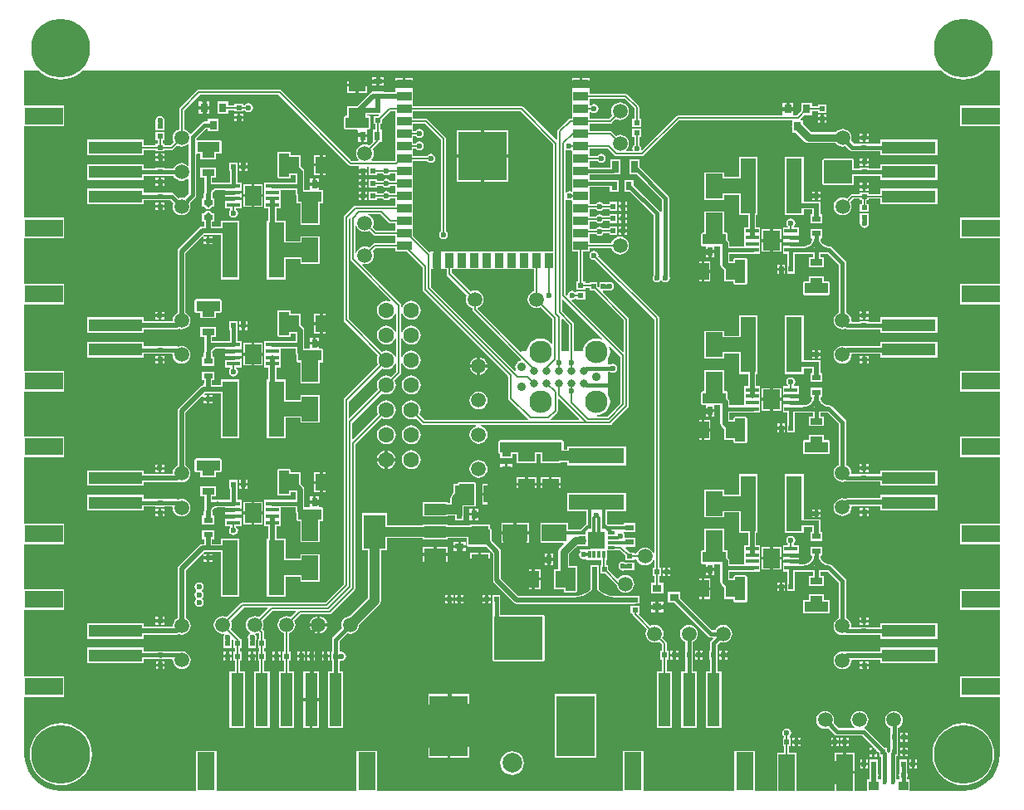
<source format=gtl>
%FSLAX25Y25*%
%MOIN*%
G70*
G01*
G75*
G04 Layer_Physical_Order=1*
G04 Layer_Color=255*
%ADD10C,0.01772*%
%ADD11C,0.01969*%
%ADD12R,0.06693X0.09843*%
%ADD13R,0.09843X0.06693*%
%ADD14R,0.03158X0.03827*%
%ADD15R,0.03827X0.03158*%
%ADD16R,0.08661X0.04724*%
%ADD17R,0.08661X0.13780*%
%ADD18R,0.06693X0.07874*%
%ADD19R,0.05315X0.01772*%
%ADD20R,0.06693X0.14567*%
%ADD21R,0.03150X0.01181*%
%ADD22R,0.01181X0.03150*%
%ADD23R,0.06693X0.06693*%
%ADD24C,0.03150*%
%ADD25R,0.03543X0.05906*%
%ADD26R,0.05906X0.03543*%
%ADD27R,0.19685X0.19685*%
%ADD28R,0.15354X0.24410*%
%ADD29R,0.12992X0.17323*%
%ADD30R,0.01575X0.03150*%
%ADD31R,0.03937X0.03543*%
%ADD32R,0.07087X0.15354*%
%ADD33R,0.05118X0.21654*%
%ADD34R,0.15354X0.07087*%
%ADD35R,0.21654X0.05118*%
%ADD36R,0.02362X0.01969*%
%ADD37R,0.01969X0.02362*%
%ADD38R,0.03543X0.02362*%
%ADD39R,0.02362X0.03543*%
%ADD40R,0.02756X0.05118*%
%ADD41R,0.05118X0.02756*%
%ADD42R,0.06890X0.04724*%
%ADD43R,0.04724X0.06890*%
%ADD44R,0.06299X0.22441*%
%ADD45R,0.22441X0.06299*%
%ADD46C,0.03937*%
%ADD47C,0.00787*%
%ADD48C,0.01181*%
%ADD49C,0.01575*%
%ADD50C,0.02362*%
%ADD51C,0.05906*%
%ADD52C,0.01378*%
%ADD53C,0.02953*%
%ADD54C,0.03150*%
%ADD55C,0.00591*%
%ADD56R,0.10433X0.04331*%
%ADD57R,0.09449X0.04331*%
%ADD58R,0.06200X0.08500*%
%ADD59R,0.08500X0.06200*%
%ADD60R,0.06200X0.17300*%
%ADD61R,0.04331X0.09449*%
%ADD62R,0.25000X0.04331*%
%ADD63R,0.09055X0.04331*%
%ADD64R,0.11417X0.09449*%
%ADD65R,0.07087X0.04331*%
%ADD66R,0.04232X0.02854*%
%ADD67C,0.23622*%
%ADD68C,0.05906*%
%ADD69C,0.09055*%
%ADD70C,0.03543*%
%ADD71C,0.07874*%
%ADD72C,0.06299*%
%ADD73C,0.02362*%
%ADD74C,0.02598*%
G36*
X195747Y118701D02*
X179724D01*
Y110433D01*
X195747D01*
Y73819D01*
X179724D01*
Y65551D01*
X195747D01*
Y47287D01*
X179724D01*
Y39020D01*
X195747D01*
Y12248D01*
X179724D01*
Y3980D01*
X195747D01*
Y-14087D01*
X179724D01*
Y-22354D01*
X195747D01*
Y-49126D01*
X179724D01*
Y-57394D01*
X195747D01*
Y-75461D01*
X179724D01*
Y-83728D01*
X195747D01*
Y-110500D01*
X179724D01*
Y-118768D01*
X195747D01*
Y-141732D01*
X195758Y-141791D01*
X195582Y-144026D01*
X195045Y-146263D01*
X194165Y-148388D01*
X192963Y-150350D01*
X191469Y-152099D01*
X189720Y-153593D01*
X187758Y-154795D01*
X185633Y-155675D01*
X183396Y-156212D01*
X181161Y-156388D01*
X181103Y-156377D01*
X159547D01*
Y-151969D01*
X158493D01*
Y-150936D01*
X158657Y-150691D01*
X158795Y-150000D01*
X158657Y-149309D01*
X158493Y-149064D01*
Y-147441D01*
X158563D01*
Y-143898D01*
X155413D01*
Y-147441D01*
X155483D01*
Y-149064D01*
X155319Y-149309D01*
X155182Y-150000D01*
X155319Y-150691D01*
X155483Y-150936D01*
Y-151969D01*
X154429D01*
Y-151969D01*
X154416D01*
X154062Y-151615D01*
Y-142617D01*
X154926D01*
Y-139073D01*
X154857D01*
Y-136713D01*
X154875D01*
Y-133169D01*
X154805D01*
Y-131143D01*
X155035Y-131048D01*
X155775Y-130480D01*
X156343Y-129740D01*
X156700Y-128878D01*
X156822Y-127953D01*
X156700Y-127028D01*
X156343Y-126166D01*
X155775Y-125426D01*
X155035Y-124858D01*
X154173Y-124501D01*
X153248Y-124379D01*
X152323Y-124501D01*
X151461Y-124858D01*
X150721Y-125426D01*
X150153Y-126166D01*
X149796Y-127028D01*
X149674Y-127953D01*
X149796Y-128878D01*
X150153Y-129740D01*
X150721Y-130480D01*
X151461Y-131048D01*
X151795Y-131186D01*
Y-133169D01*
X151725D01*
Y-136713D01*
X151846D01*
Y-139073D01*
X151776D01*
Y-140433D01*
X151664Y-140545D01*
X151359Y-141001D01*
X151332Y-141139D01*
X150832D01*
X150806Y-141007D01*
X150501Y-140551D01*
X150476Y-140526D01*
Y-139166D01*
X149574D01*
X142119Y-131711D01*
X141631Y-131385D01*
X141055Y-131270D01*
X141029Y-131141D01*
X141255Y-131048D01*
X141996Y-130480D01*
X142564Y-129740D01*
X142921Y-128878D01*
X143042Y-127953D01*
X142921Y-127028D01*
X142564Y-126166D01*
X141996Y-125426D01*
X141255Y-124858D01*
X140393Y-124501D01*
X139469Y-124379D01*
X138543Y-124501D01*
X137682Y-124858D01*
X136941Y-125426D01*
X136373Y-126166D01*
X136016Y-127028D01*
X135895Y-127953D01*
X136016Y-128878D01*
X136373Y-129740D01*
X136941Y-130480D01*
X137355Y-130797D01*
X137194Y-131270D01*
X131135D01*
X129024Y-129159D01*
X129141Y-128878D01*
X129263Y-127953D01*
X129141Y-127028D01*
X128784Y-126166D01*
X128216Y-125426D01*
X127476Y-124858D01*
X126614Y-124501D01*
X125689Y-124379D01*
X124764Y-124501D01*
X123902Y-124858D01*
X123162Y-125426D01*
X122594Y-126166D01*
X122237Y-127028D01*
X122115Y-127953D01*
X122237Y-128878D01*
X122594Y-129740D01*
X123162Y-130480D01*
X123902Y-131048D01*
X124764Y-131405D01*
X125689Y-131527D01*
X126614Y-131405D01*
X126896Y-131288D01*
X129447Y-133840D01*
X129936Y-134166D01*
X130512Y-134281D01*
X140431D01*
X144855Y-138704D01*
X144663Y-139166D01*
X145316D01*
X145554Y-139404D01*
Y-140347D01*
X146497D01*
X146539Y-140389D01*
Y-141041D01*
X147001Y-140850D01*
X147326Y-141176D01*
Y-142710D01*
X148103D01*
Y-151969D01*
X147736D01*
Y-151969D01*
X146783D01*
Y-150786D01*
X146846Y-150691D01*
X146984Y-150000D01*
X146846Y-149309D01*
X146783Y-149214D01*
Y-145669D01*
X146752Y-145514D01*
Y-143898D01*
X143602D01*
Y-145514D01*
X143571Y-145669D01*
Y-149214D01*
X143508Y-149309D01*
X143371Y-150000D01*
X143508Y-150691D01*
X143571Y-150786D01*
Y-151969D01*
X142618D01*
Y-156377D01*
X137402D01*
Y-149606D01*
X129528D01*
Y-156377D01*
X114173D01*
Y-141142D01*
X111240D01*
Y-138583D01*
X111811D01*
Y-135039D01*
X111488D01*
X111342Y-134561D01*
X111513Y-134447D01*
X111905Y-133861D01*
X112043Y-133169D01*
X111905Y-132478D01*
X111513Y-131892D01*
X110927Y-131500D01*
X110236Y-131363D01*
X109545Y-131500D01*
X108959Y-131892D01*
X108567Y-132478D01*
X108430Y-133169D01*
X108567Y-133861D01*
X108959Y-134447D01*
X109130Y-134561D01*
X108985Y-135039D01*
X108661D01*
Y-138583D01*
X109233D01*
Y-141142D01*
X106299D01*
Y-156377D01*
X97539D01*
Y-140354D01*
X89272D01*
Y-156377D01*
X52658D01*
Y-140354D01*
X44390D01*
Y-156377D01*
X-54134D01*
Y-140354D01*
X-62402D01*
Y-156377D01*
X-118701D01*
Y-140354D01*
X-126969D01*
Y-156377D01*
X-181102D01*
X-181161Y-156388D01*
X-183396Y-156212D01*
X-185633Y-155675D01*
X-187758Y-154795D01*
X-189720Y-153593D01*
X-191469Y-152099D01*
X-192963Y-150350D01*
X-194165Y-148388D01*
X-195045Y-146263D01*
X-195582Y-144026D01*
X-195758Y-141791D01*
X-195747Y-141732D01*
Y-118768D01*
X-179724D01*
Y-110500D01*
X-195747D01*
Y-83728D01*
X-179724D01*
Y-75461D01*
X-195747D01*
Y-57394D01*
X-179724D01*
Y-49126D01*
X-195747D01*
Y-22354D01*
X-179724D01*
Y-14087D01*
X-195747D01*
Y3980D01*
X-179724D01*
Y12248D01*
X-195747D01*
Y39020D01*
X-179724D01*
Y47287D01*
X-195747D01*
Y65551D01*
X-179724D01*
Y73819D01*
X-195747D01*
Y110433D01*
X-179724D01*
Y118701D01*
X-195747D01*
Y132972D01*
X-189930D01*
X-189899Y132936D01*
X-188414Y131668D01*
X-186750Y130648D01*
X-184947Y129901D01*
X-183048Y129446D01*
X-181102Y129292D01*
X-179156Y129446D01*
X-177258Y129901D01*
X-175455Y130648D01*
X-173790Y131668D01*
X-172306Y132936D01*
X-172275Y132972D01*
X172275D01*
X172306Y132936D01*
X173790Y131668D01*
X175455Y130648D01*
X177258Y129901D01*
X179156Y129446D01*
X181102Y129292D01*
X183048Y129446D01*
X184947Y129901D01*
X186750Y130648D01*
X188414Y131668D01*
X189899Y132936D01*
X189930Y132972D01*
X195747D01*
Y118701D01*
D02*
G37*
%LPC*%
G36*
X-31398Y-62008D02*
X-35728D01*
Y-64370D01*
X-31398D01*
Y-62008D01*
D02*
G37*
G36*
X-120276Y-63480D02*
X-121457D01*
Y-64465D01*
X-120276D01*
Y-63480D01*
D02*
G37*
G36*
X-122638D02*
X-123819D01*
Y-64465D01*
X-122638D01*
Y-63480D01*
D02*
G37*
G36*
X-25886Y-62008D02*
X-30217D01*
Y-64370D01*
X-25886D01*
Y-62008D01*
D02*
G37*
G36*
X-8957Y-60827D02*
X-12402D01*
Y-63189D01*
X-8957D01*
Y-60827D01*
D02*
G37*
G36*
X-13583D02*
X-17028D01*
Y-63189D01*
X-13583D01*
Y-60827D01*
D02*
G37*
G36*
X115138Y-62307D02*
X108642D01*
Y-63193D01*
Y-63685D01*
X115138D01*
Y-63193D01*
Y-62307D01*
D02*
G37*
G36*
X-13583Y-64370D02*
X-17028D01*
Y-66732D01*
X-13583D01*
Y-64370D01*
D02*
G37*
G36*
X108051Y-63587D02*
X104705D01*
Y-67524D01*
X108051D01*
Y-63587D01*
D02*
G37*
G36*
X103524D02*
X100177D01*
Y-67524D01*
X103524D01*
Y-63587D01*
D02*
G37*
G36*
X-8957Y-64370D02*
X-12402D01*
Y-66732D01*
X-8957D01*
Y-64370D01*
D02*
G37*
G36*
X124488Y-58370D02*
X119764D01*
Y-61913D01*
X120257D01*
X120586Y-62289D01*
X120530Y-62718D01*
X120180Y-63563D01*
X119623Y-64288D01*
X118897Y-64845D01*
X118052Y-65195D01*
X117155Y-65314D01*
X117146Y-65306D01*
Y-65306D01*
X117027Y-65329D01*
X115138D01*
Y-64866D01*
X108642D01*
Y-65752D01*
Y-68311D01*
X110385D01*
Y-72740D01*
X110315D01*
Y-76284D01*
X113465D01*
Y-72740D01*
X113395D01*
Y-68340D01*
X120621D01*
Y-70083D01*
X118976D01*
Y-74020D01*
X125276D01*
Y-70083D01*
X123631D01*
Y-68340D01*
X126472D01*
X126534Y-68328D01*
X131072Y-72866D01*
Y-87044D01*
X130790Y-87161D01*
X130050Y-87729D01*
X129482Y-88469D01*
X129125Y-89331D01*
X129003Y-90256D01*
X129125Y-91181D01*
X129482Y-92043D01*
X130050Y-92783D01*
X130790Y-93351D01*
X131652Y-93708D01*
X132577Y-93830D01*
X133502Y-93708D01*
X133877Y-93553D01*
X133970Y-93615D01*
X134546Y-93730D01*
X139467D01*
Y-93799D01*
X143010D01*
Y-93730D01*
X147835D01*
Y-95342D01*
X170669D01*
Y-89043D01*
X147835D01*
Y-90719D01*
X143010D01*
Y-90650D01*
X139467D01*
Y-90719D01*
X136469D01*
X136140Y-90343D01*
X136151Y-90256D01*
X136029Y-89331D01*
X135672Y-88469D01*
X135104Y-87729D01*
X134364Y-87161D01*
X134082Y-87044D01*
Y-72242D01*
X133968Y-71667D01*
X133642Y-71178D01*
X128210Y-65747D01*
X127722Y-65420D01*
X127146Y-65306D01*
X127119Y-65311D01*
X126239Y-65195D01*
X125394Y-64845D01*
X124668Y-64288D01*
X124111Y-63563D01*
X123761Y-62718D01*
X123705Y-62289D01*
X124035Y-61913D01*
X124488D01*
Y-58370D01*
D02*
G37*
G36*
X16535Y-64075D02*
X15354D01*
Y-65847D01*
X16535D01*
Y-64075D01*
D02*
G37*
G36*
X14173D02*
X12992D01*
Y-65847D01*
X14173D01*
Y-64075D01*
D02*
G37*
G36*
Y-61122D02*
X12992D01*
Y-62894D01*
X14173D01*
Y-61122D01*
D02*
G37*
G36*
X-21654Y-56496D02*
X-23425D01*
Y-57677D01*
X-21654D01*
Y-56496D01*
D02*
G37*
G36*
X-18701Y-58858D02*
X-20472D01*
Y-60039D01*
X-18701D01*
Y-58858D01*
D02*
G37*
G36*
X-21654D02*
X-23425D01*
Y-60039D01*
X-21654D01*
Y-58858D01*
D02*
G37*
G36*
X-18701Y-56496D02*
X-20472D01*
Y-57677D01*
X-18701D01*
Y-56496D01*
D02*
G37*
G36*
X6693Y-53445D02*
X1772D01*
Y-56791D01*
X6693D01*
Y-53445D01*
D02*
G37*
G36*
X591D02*
X-4331D01*
Y-56791D01*
X591D01*
Y-53445D01*
D02*
G37*
G36*
X-119685Y-51866D02*
X-124409D01*
Y-55409D01*
X-123653D01*
Y-57347D01*
X-124307D01*
X-124307Y-57347D01*
X-124820Y-57449D01*
X-124922Y-57469D01*
X-125443Y-57817D01*
X-133712Y-66088D01*
X-134061Y-66608D01*
X-134081Y-66710D01*
X-134183Y-67223D01*
X-134183Y-67223D01*
Y-86987D01*
X-134364Y-87062D01*
X-135104Y-87630D01*
X-135672Y-88371D01*
X-136029Y-89232D01*
X-136151Y-90158D01*
X-136469Y-90520D01*
X-147835D01*
Y-89043D01*
X-170669D01*
Y-95342D01*
X-147835D01*
Y-93732D01*
X-134546D01*
X-134546Y-93732D01*
X-134033Y-93630D01*
X-133931Y-93609D01*
X-133767Y-93500D01*
X-133502Y-93610D01*
X-132577Y-93731D01*
X-131652Y-93610D01*
X-130790Y-93252D01*
X-130050Y-92685D01*
X-129482Y-91944D01*
X-129125Y-91083D01*
X-129003Y-90158D01*
X-129125Y-89232D01*
X-129482Y-88371D01*
X-130050Y-87630D01*
X-130790Y-87062D01*
X-130972Y-86987D01*
Y-67888D01*
X-124281Y-61197D01*
X-123819Y-61389D01*
Y-61389D01*
X-123819D01*
Y-62299D01*
X-122638D01*
Y-61315D01*
X-123745D01*
X-123881Y-60988D01*
X-123937Y-60853D01*
X-123642Y-60558D01*
X-116929D01*
Y-78638D01*
X-109449D01*
Y-55016D01*
X-116929D01*
Y-57347D01*
X-120442D01*
Y-55409D01*
X-119685D01*
Y-51866D01*
D02*
G37*
G36*
X108051Y-58469D02*
X104705D01*
Y-62406D01*
X108051D01*
Y-58469D01*
D02*
G37*
G36*
X103524D02*
X100177D01*
Y-62406D01*
X103524D01*
Y-58469D01*
D02*
G37*
G36*
X16535Y-61122D02*
X15354D01*
Y-62894D01*
X16535D01*
Y-61122D01*
D02*
G37*
G36*
X-120276Y-61315D02*
X-121457D01*
Y-62299D01*
X-120276D01*
Y-61315D01*
D02*
G37*
G36*
X-25886Y-58465D02*
X-30217D01*
Y-60827D01*
X-25886D01*
Y-58465D01*
D02*
G37*
G36*
X-31398D02*
X-35728D01*
Y-60827D01*
X-31398D01*
Y-58465D01*
D02*
G37*
G36*
X111890Y-54099D02*
X111198Y-54237D01*
X110612Y-54628D01*
X110221Y-55214D01*
X110083Y-55905D01*
X110221Y-56597D01*
X110612Y-57183D01*
X110642Y-57203D01*
X110497Y-57681D01*
X108642D01*
Y-60634D01*
Y-61126D01*
X115138D01*
Y-60634D01*
Y-57681D01*
X113283D01*
X113137Y-57203D01*
X113167Y-57183D01*
X113559Y-56597D01*
X113696Y-55905D01*
X113559Y-55214D01*
X113167Y-54628D01*
X112581Y-54237D01*
X111890Y-54099D01*
D02*
G37*
G36*
X-19685Y-77756D02*
X-20669D01*
Y-78937D01*
X-19685D01*
Y-77756D01*
D02*
G37*
G36*
X-21850D02*
X-22835D01*
Y-78937D01*
X-21850D01*
Y-77756D01*
D02*
G37*
G36*
X-23622D02*
X-24606D01*
Y-78937D01*
X-23622D01*
Y-77756D01*
D02*
G37*
G36*
X-10827D02*
X-11811D01*
Y-78937D01*
X-10827D01*
Y-77756D01*
D02*
G37*
G36*
X109528Y-75102D02*
X108543D01*
Y-76284D01*
X109528D01*
Y-75102D01*
D02*
G37*
G36*
X107362D02*
X106378D01*
Y-76284D01*
X107362D01*
Y-75102D01*
D02*
G37*
G36*
X-8661Y-77756D02*
X-9646D01*
Y-78937D01*
X-8661D01*
Y-77756D01*
D02*
G37*
G36*
X-10827Y-80118D02*
X-11811D01*
Y-81299D01*
X-10827D01*
Y-80118D01*
D02*
G37*
G36*
X-19685D02*
X-20669D01*
Y-81299D01*
X-19685D01*
Y-80118D01*
D02*
G37*
G36*
X-21850D02*
X-22835D01*
Y-81299D01*
X-21850D01*
Y-80118D01*
D02*
G37*
G36*
X-8661D02*
X-9646D01*
Y-81299D01*
X-8661D01*
Y-80118D01*
D02*
G37*
G36*
X-25787Y-77756D02*
X-26772D01*
Y-78937D01*
X-25787D01*
Y-77756D01*
D02*
G37*
G36*
X79606Y-75890D02*
X77244D01*
Y-79335D01*
X79606D01*
Y-75890D01*
D02*
G37*
G36*
X76063D02*
X73701D01*
Y-79335D01*
X76063D01*
Y-75890D01*
D02*
G37*
G36*
X7874Y-71949D02*
X5512D01*
Y-75394D01*
X7874D01*
Y-71949D01*
D02*
G37*
G36*
X78819Y-68016D02*
X77638D01*
Y-69787D01*
X78819D01*
Y-68016D01*
D02*
G37*
G36*
X63583Y-69095D02*
X62598D01*
Y-70276D01*
X63583D01*
Y-69095D01*
D02*
G37*
G36*
X61417D02*
X60433D01*
Y-70276D01*
X61417D01*
Y-69095D01*
D02*
G37*
G36*
X81181Y-68016D02*
X80000D01*
Y-69787D01*
X81181D01*
Y-68016D01*
D02*
G37*
G36*
X44488Y-64434D02*
X43797Y-64571D01*
X43211Y-64963D01*
X42819Y-65549D01*
X42682Y-66240D01*
X42819Y-66931D01*
X43211Y-67518D01*
X43797Y-67909D01*
X44488Y-68046D01*
X45180Y-67909D01*
X45388Y-67770D01*
X45472Y-67815D01*
Y-67815D01*
X45472Y-67815D01*
X49016D01*
Y-64665D01*
X45472D01*
X45472Y-64665D01*
Y-64665D01*
X45388Y-64711D01*
X45180Y-64571D01*
X44488Y-64434D01*
D02*
G37*
G36*
X63583Y-66732D02*
X62598D01*
Y-67913D01*
X63583D01*
Y-66732D01*
D02*
G37*
G36*
X61417D02*
X60433D01*
Y-67913D01*
X61417D01*
Y-66732D01*
D02*
G37*
G36*
X79606Y-71264D02*
X77244D01*
Y-74709D01*
X79606D01*
Y-71264D01*
D02*
G37*
G36*
X76063D02*
X73701D01*
Y-74709D01*
X76063D01*
Y-71264D01*
D02*
G37*
G36*
X11417Y-71949D02*
X9055D01*
Y-75394D01*
X11417D01*
Y-71949D01*
D02*
G37*
G36*
X107362Y-72740D02*
X106378D01*
Y-73921D01*
X107362D01*
Y-72740D01*
D02*
G37*
G36*
X11417Y-67323D02*
X9055D01*
Y-70768D01*
X11417D01*
Y-67323D01*
D02*
G37*
G36*
X7874D02*
X5512D01*
Y-70768D01*
X7874D01*
Y-67323D01*
D02*
G37*
G36*
X109528Y-72740D02*
X108543D01*
Y-73921D01*
X109528D01*
Y-72740D01*
D02*
G37*
G36*
X-77165Y-33165D02*
X-79528D01*
Y-36610D01*
X-77165D01*
Y-33165D01*
D02*
G37*
G36*
X-6102Y-33268D02*
X-8465D01*
Y-36713D01*
X-6102D01*
Y-33268D01*
D02*
G37*
G36*
X-9646D02*
X-12008D01*
Y-36713D01*
X-9646D01*
Y-33268D01*
D02*
G37*
G36*
X-73622Y-33165D02*
X-75984D01*
Y-36610D01*
X-73622D01*
Y-33165D01*
D02*
G37*
G36*
X14764Y-33957D02*
X11319D01*
Y-36319D01*
X14764D01*
Y-33957D01*
D02*
G37*
G36*
X9744D02*
X6299D01*
Y-36319D01*
X9744D01*
Y-33957D01*
D02*
G37*
G36*
X5118D02*
X1673D01*
Y-36319D01*
X5118D01*
Y-33957D01*
D02*
G37*
G36*
X-79921Y-38087D02*
X-81102D01*
Y-39858D01*
X-79921D01*
Y-38087D01*
D02*
G37*
G36*
X-15121Y-32464D02*
X-21321D01*
X-21773Y-32651D01*
X-21960Y-33103D01*
Y-33268D01*
X-23425D01*
Y-36606D01*
X-23971Y-37151D01*
X-24381Y-37686D01*
X-24563Y-38126D01*
X-24639Y-38308D01*
X-24727Y-38976D01*
Y-40726D01*
X-25886D01*
Y-40354D01*
X-35728D01*
Y-46260D01*
X-25886D01*
Y-45888D01*
X-23031D01*
Y-47736D01*
X-19488D01*
Y-45548D01*
X-19454Y-45374D01*
Y-42242D01*
X-15121D01*
X-14669Y-42055D01*
X-14482Y-41603D01*
Y-33103D01*
X-14669Y-32651D01*
X-15121Y-32464D01*
D02*
G37*
G36*
X-6102Y-37894D02*
X-8465D01*
Y-41339D01*
X-6102D01*
Y-37894D01*
D02*
G37*
G36*
X-77559Y-38087D02*
X-78740D01*
Y-39858D01*
X-77559D01*
Y-38087D01*
D02*
G37*
G36*
X98504Y-29236D02*
X91024D01*
Y-37473D01*
X85118D01*
Y-35535D01*
X77244D01*
Y-46559D01*
X85118D01*
Y-44621D01*
X91024D01*
Y-52858D01*
X94733D01*
Y-57681D01*
X93090D01*
Y-60634D01*
Y-63193D01*
Y-65329D01*
X87121D01*
Y-64079D01*
X86984Y-63388D01*
X86592Y-62801D01*
X86545Y-62754D01*
Y-60339D01*
X86357Y-59887D01*
X85905Y-59699D01*
X85118D01*
Y-51284D01*
X77244D01*
Y-59699D01*
X76457D01*
X76005Y-59887D01*
X75818Y-60339D01*
Y-64669D01*
X76005Y-65121D01*
X76457Y-65308D01*
X77638D01*
Y-66835D01*
X81181D01*
Y-65308D01*
X83509D01*
Y-67425D01*
Y-72543D01*
X83509Y-72543D01*
X83509D01*
X83646Y-73235D01*
X84038Y-73821D01*
X85118Y-74901D01*
Y-79335D01*
X88810D01*
Y-80024D01*
X88997Y-80476D01*
X89449Y-80663D01*
X93779D01*
X94231Y-80476D01*
X94419Y-80024D01*
Y-70575D01*
X94231Y-70123D01*
X93779Y-69936D01*
X89449D01*
X88997Y-70123D01*
X88810Y-70575D01*
Y-71264D01*
X87121D01*
Y-68340D01*
X96339D01*
X96484Y-68311D01*
X99587D01*
Y-65752D01*
Y-63193D01*
Y-60634D01*
Y-57681D01*
X97944D01*
Y-52858D01*
X98504D01*
Y-29236D01*
D02*
G37*
G36*
X170669Y-37512D02*
X147835D01*
Y-38946D01*
X134546D01*
X134546Y-38946D01*
X134033Y-39048D01*
X133931Y-39068D01*
X133767Y-39177D01*
X133502Y-39068D01*
X132577Y-38946D01*
X131652Y-39068D01*
X130790Y-39425D01*
X130050Y-39993D01*
X129482Y-40733D01*
X129125Y-41595D01*
X129003Y-42520D01*
X129125Y-43445D01*
X129482Y-44307D01*
X130050Y-45047D01*
X130790Y-45615D01*
X131652Y-45972D01*
X132577Y-46094D01*
X133502Y-45972D01*
X134364Y-45615D01*
X135104Y-45047D01*
X135672Y-44307D01*
X136029Y-43445D01*
X136151Y-42520D01*
X136469Y-42157D01*
X147835D01*
Y-43811D01*
X170669D01*
Y-37512D01*
D02*
G37*
G36*
X-110236Y-31591D02*
X-113386D01*
Y-35134D01*
X-113316D01*
Y-39534D01*
X-118207D01*
Y-39520D01*
X-118318Y-39534D01*
X-120542D01*
Y-38087D01*
X-118898D01*
Y-34150D01*
X-125197D01*
Y-38087D01*
X-123553D01*
Y-43946D01*
X-123716Y-44191D01*
X-123854Y-44882D01*
X-123716Y-45573D01*
X-123716Y-45573D01*
D01*
X-124296Y-45961D01*
X-124409D01*
Y-49504D01*
X-119685D01*
Y-45961D01*
X-119799D01*
X-120378Y-45573D01*
D01*
X-120378Y-45573D01*
X-120241Y-44882D01*
X-120378Y-44191D01*
X-120416Y-44134D01*
X-120385Y-43978D01*
X-119874Y-43213D01*
X-119109Y-42702D01*
X-118317Y-42545D01*
X-118207D01*
Y-42547D01*
X-118195Y-42545D01*
X-115059D01*
Y-43008D01*
X-108563D01*
Y-42516D01*
Y-39563D01*
X-110306D01*
Y-35134D01*
X-110236D01*
Y-31591D01*
D02*
G37*
G36*
X19390Y-33957D02*
X15945D01*
Y-36319D01*
X19390D01*
Y-33957D01*
D02*
G37*
G36*
X-73622Y-28539D02*
X-75984D01*
Y-31984D01*
X-73622D01*
Y-28539D01*
D02*
G37*
G36*
X-77165D02*
X-79528D01*
Y-31984D01*
X-77165D01*
Y-28539D01*
D02*
G37*
G36*
X-106299Y-31591D02*
X-107283D01*
Y-32772D01*
X-106299D01*
Y-31591D01*
D02*
G37*
G36*
X-13484Y-23592D02*
X-14409Y-23713D01*
X-15271Y-24070D01*
X-16011Y-24638D01*
X-16579Y-25378D01*
X-16936Y-26240D01*
X-17058Y-27165D01*
X-16936Y-28090D01*
X-16579Y-28952D01*
X-16011Y-29693D01*
X-15271Y-30260D01*
X-14409Y-30617D01*
X-13484Y-30739D01*
X-12559Y-30617D01*
X-11697Y-30260D01*
X-10957Y-29693D01*
X-10389Y-28952D01*
X-10032Y-28090D01*
X-9910Y-27165D01*
X-10032Y-26240D01*
X-10389Y-25378D01*
X-10957Y-24638D01*
X-11697Y-24070D01*
X-12559Y-23713D01*
X-13484Y-23592D01*
D02*
G37*
G36*
X-0Y-27657D02*
X-1772D01*
Y-28839D01*
X-0D01*
Y-27657D01*
D02*
G37*
G36*
X-2953D02*
X-4724D01*
Y-28839D01*
X-2953D01*
Y-27657D01*
D02*
G37*
G36*
X-117323Y-22881D02*
X-126772D01*
X-127224Y-23068D01*
X-127411Y-23520D01*
Y-27850D01*
X-127224Y-28302D01*
X-126772Y-28490D01*
X-125197D01*
Y-30606D01*
X-118898D01*
Y-28490D01*
X-117323D01*
X-116871Y-28302D01*
X-116684Y-27850D01*
Y-23520D01*
X-116871Y-23068D01*
X-117323Y-22881D01*
D02*
G37*
G36*
X5118Y-30413D02*
X1673D01*
Y-32776D01*
X5118D01*
Y-30413D01*
D02*
G37*
G36*
X-106299Y-33953D02*
X-107283D01*
Y-35134D01*
X-106299D01*
Y-33953D01*
D02*
G37*
G36*
X-108465D02*
X-109449D01*
Y-35134D01*
X-108465D01*
Y-33953D01*
D02*
G37*
G36*
X9744Y-30413D02*
X6299D01*
Y-32776D01*
X9744D01*
Y-30413D01*
D02*
G37*
G36*
X-108465Y-31591D02*
X-109449D01*
Y-32772D01*
X-108465D01*
Y-31591D01*
D02*
G37*
G36*
X19390Y-30413D02*
X15945D01*
Y-32776D01*
X19390D01*
Y-30413D01*
D02*
G37*
G36*
X14764D02*
X11319D01*
Y-32776D01*
X14764D01*
Y-30413D01*
D02*
G37*
G36*
X-13583Y-45965D02*
X-14764D01*
Y-47736D01*
X-13583D01*
Y-45965D01*
D02*
G37*
G36*
X-15945D02*
X-17126D01*
Y-47736D01*
X-15945D01*
Y-45965D01*
D02*
G37*
G36*
X-100098Y-45469D02*
X-103445D01*
Y-49406D01*
X-100098D01*
Y-45469D01*
D02*
G37*
G36*
X121535Y-45575D02*
X120354D01*
Y-46559D01*
X121535D01*
Y-45575D01*
D02*
G37*
G36*
X-141929Y-45276D02*
X-143110D01*
Y-46260D01*
X-141929D01*
Y-45276D01*
D02*
G37*
G36*
X-147835Y-37512D02*
X-170669D01*
Y-43811D01*
X-147835D01*
Y-42253D01*
X-143110D01*
Y-42323D01*
X-139567D01*
Y-42253D01*
X-136569D01*
X-136240Y-42629D01*
X-136251Y-42717D01*
X-136129Y-43641D01*
X-135772Y-44504D01*
X-135204Y-45244D01*
X-134464Y-45812D01*
X-133602Y-46169D01*
X-132677Y-46290D01*
X-131752Y-46169D01*
X-130890Y-45812D01*
X-130150Y-45244D01*
X-129582Y-44504D01*
X-129225Y-43641D01*
X-129103Y-42717D01*
X-129225Y-41792D01*
X-129582Y-40930D01*
X-130150Y-40189D01*
X-130890Y-39621D01*
X-131752Y-39264D01*
X-132677Y-39143D01*
X-133602Y-39264D01*
X-133976Y-39419D01*
X-134070Y-39357D01*
X-134646Y-39243D01*
X-139567D01*
Y-39173D01*
X-143110D01*
Y-39243D01*
X-147835D01*
Y-37512D01*
D02*
G37*
G36*
X123898Y-45575D02*
X122716D01*
Y-46559D01*
X123898D01*
Y-45575D01*
D02*
G37*
G36*
X-108563Y-46748D02*
X-115059D01*
Y-47634D01*
Y-50193D01*
X-113204D01*
X-113059Y-50671D01*
X-113088Y-50691D01*
X-113480Y-51277D01*
X-113617Y-51968D01*
X-113480Y-52660D01*
X-113088Y-53246D01*
X-112502Y-53637D01*
X-111811Y-53775D01*
X-111120Y-53637D01*
X-110534Y-53246D01*
X-110142Y-52660D01*
X-110005Y-51968D01*
X-110142Y-51277D01*
X-110534Y-50691D01*
X-110808Y-50508D01*
Y-50193D01*
X-108563D01*
Y-47634D01*
Y-46748D01*
D02*
G37*
G36*
X117008Y-29236D02*
X109528D01*
Y-52858D01*
X117008D01*
Y-50527D01*
X120520D01*
Y-51285D01*
X120457Y-51380D01*
X120320Y-52071D01*
X120321Y-52078D01*
X120004Y-52465D01*
X119764D01*
Y-56008D01*
X124488D01*
Y-52465D01*
X124248D01*
X123931Y-52078D01*
X123932Y-52071D01*
X123795Y-51380D01*
X123732Y-51285D01*
Y-50496D01*
X123898D01*
Y-47346D01*
X122281D01*
X122126Y-47316D01*
X117008D01*
Y-29236D01*
D02*
G37*
G36*
X-89370Y-27211D02*
X-93701D01*
X-94153Y-27398D01*
X-94340Y-27850D01*
Y-37299D01*
X-94153Y-37751D01*
X-93701Y-37938D01*
X-89370D01*
X-88918Y-37751D01*
X-88731Y-37299D01*
Y-36610D01*
X-87043D01*
Y-39534D01*
X-96260D01*
X-96405Y-39563D01*
X-99508D01*
Y-42516D01*
Y-45075D01*
Y-47634D01*
Y-50193D01*
X-97865D01*
Y-55016D01*
X-98425D01*
Y-78638D01*
X-90945D01*
Y-70401D01*
X-85039D01*
Y-72339D01*
X-77165D01*
Y-61315D01*
X-85039D01*
Y-63253D01*
X-90945D01*
Y-55016D01*
X-94654D01*
Y-50193D01*
X-93012D01*
Y-47634D01*
Y-45075D01*
Y-42545D01*
X-87043D01*
Y-43795D01*
X-86905Y-44486D01*
X-86514Y-45073D01*
X-86466Y-45120D01*
Y-47535D01*
X-86279Y-47987D01*
X-85827Y-48175D01*
X-85039D01*
Y-56590D01*
X-77165D01*
Y-48175D01*
X-76378D01*
X-75926Y-47987D01*
X-75739Y-47535D01*
Y-43205D01*
X-75926Y-42753D01*
X-76378Y-42566D01*
X-77559D01*
Y-41039D01*
X-81102D01*
Y-42566D01*
X-83430D01*
Y-40449D01*
Y-35331D01*
X-83567Y-34639D01*
X-83959Y-34053D01*
X-85039Y-32973D01*
Y-28539D01*
X-88731D01*
Y-27850D01*
X-88918Y-27398D01*
X-89370Y-27211D01*
D02*
G37*
G36*
X32874Y60369D02*
X32183Y60232D01*
X31597Y59840D01*
X31205Y59254D01*
X31068Y58563D01*
X31205Y57872D01*
X31597Y57286D01*
X32183Y56894D01*
X32874Y56757D01*
X33197Y56821D01*
X57044Y32974D01*
Y-60689D01*
X56554Y-60787D01*
X56441Y-60516D01*
X55874Y-59776D01*
X55133Y-59207D01*
X54272Y-58851D01*
X53347Y-58729D01*
X52421Y-58851D01*
X51560Y-59207D01*
X50819Y-59776D01*
X50251Y-60516D01*
X49927Y-61300D01*
X49016D01*
Y-60728D01*
X47089D01*
X45595Y-58815D01*
X45814Y-58366D01*
X49606D01*
Y-54823D01*
X45349D01*
X45032Y-54436D01*
X45112Y-54036D01*
X44974Y-53345D01*
X44706Y-52942D01*
X44808Y-52535D01*
X44882Y-52461D01*
D01*
D01*
D01*
X44890D01*
X45235Y-52461D01*
D01*
X49606D01*
Y-48917D01*
X44882D01*
Y-49384D01*
X38505D01*
X38192Y-49072D01*
Y-44193D01*
X45669D01*
Y-36713D01*
X22047D01*
Y-44193D01*
X29677D01*
Y-49268D01*
X27489Y-51457D01*
X22441D01*
Y-48917D01*
X11417D01*
Y-56791D01*
X20579D01*
X20770Y-57253D01*
X19179Y-58845D01*
X18722Y-59528D01*
X18562Y-60335D01*
Y-63484D01*
Y-67323D01*
X16929D01*
Y-75394D01*
X20621D01*
Y-76083D01*
X20808Y-76535D01*
X21260Y-76722D01*
X25591D01*
X26043Y-76535D01*
X26230Y-76083D01*
Y-66634D01*
X26043Y-66182D01*
X25591Y-65995D01*
X22777D01*
Y-63484D01*
Y-61208D01*
X25402Y-58583D01*
X25863Y-58774D01*
Y-58121D01*
X25908Y-58077D01*
X28030D01*
Y-59258D01*
X25864D01*
Y-59848D01*
X27237D01*
X27383Y-60327D01*
X27359Y-60343D01*
X26967Y-60929D01*
X26830Y-61620D01*
X26967Y-62311D01*
X27359Y-62897D01*
X27945Y-63289D01*
X28636Y-63426D01*
X29327Y-63289D01*
X29360Y-63267D01*
X29801Y-63503D01*
Y-63785D01*
X35884D01*
Y-65650D01*
X35433D01*
Y-69193D01*
X37360D01*
X41960Y-73793D01*
X42020Y-74251D01*
X42377Y-75113D01*
X42945Y-75853D01*
X43685Y-76421D01*
X44547Y-76778D01*
X45472Y-76900D01*
X46397Y-76778D01*
X47259Y-76421D01*
X48000Y-75853D01*
X48568Y-75113D01*
X48924Y-74251D01*
X49046Y-73326D01*
X48924Y-72401D01*
X48568Y-71539D01*
X48000Y-70799D01*
X47259Y-70231D01*
X46397Y-69874D01*
X45472Y-69752D01*
X44547Y-69874D01*
X43685Y-70231D01*
X42945Y-70799D01*
X42681Y-71144D01*
X42182Y-71176D01*
X38583Y-67577D01*
Y-65650D01*
X37891D01*
Y-63785D01*
X38068D01*
Y-59848D01*
X42005D01*
Y-59671D01*
X43192D01*
X45472Y-61951D01*
Y-63878D01*
X49016D01*
Y-63307D01*
X49927D01*
X50251Y-64090D01*
X50819Y-64830D01*
X51560Y-65398D01*
X52421Y-65755D01*
X53347Y-65877D01*
X54272Y-65755D01*
X55133Y-65398D01*
X55874Y-64830D01*
X56441Y-64090D01*
X56554Y-63818D01*
X57044Y-63916D01*
Y-66732D01*
X56496D01*
Y-70276D01*
X57103D01*
Y-72831D01*
X55626D01*
Y-77169D01*
X60634D01*
Y-72831D01*
X59110D01*
Y-70276D01*
X59646D01*
Y-66732D01*
X59051D01*
Y33389D01*
X58975Y33773D01*
X58757Y34099D01*
X34616Y58240D01*
X34680Y58563D01*
X34543Y59254D01*
X34151Y59840D01*
X33565Y60232D01*
X32874Y60369D01*
D02*
G37*
G36*
X-104626Y-45469D02*
X-107972D01*
Y-49406D01*
X-104626D01*
Y-45469D01*
D02*
G37*
G36*
X6693Y-48917D02*
X1772D01*
Y-52264D01*
X6693D01*
Y-48917D01*
D02*
G37*
G36*
X591D02*
X-4331D01*
Y-52264D01*
X591D01*
Y-48917D01*
D02*
G37*
G36*
X-139567Y-45276D02*
X-140748D01*
Y-46260D01*
X-139567D01*
Y-45276D01*
D02*
G37*
G36*
X-141929Y-43110D02*
X-143110D01*
Y-44094D01*
X-141929D01*
Y-43110D01*
D02*
G37*
G36*
X-100098Y-40350D02*
X-103445D01*
Y-44287D01*
X-100098D01*
Y-40350D01*
D02*
G37*
G36*
X-104626D02*
X-107972D01*
Y-44287D01*
X-104626D01*
Y-40350D01*
D02*
G37*
G36*
X-139567Y-43110D02*
X-140748D01*
Y-44094D01*
X-139567D01*
Y-43110D01*
D02*
G37*
G36*
X-9646Y-37894D02*
X-12008D01*
Y-41339D01*
X-9646D01*
Y-37894D01*
D02*
G37*
G36*
X143110Y-42913D02*
X141929D01*
Y-43898D01*
X143110D01*
Y-42913D01*
D02*
G37*
G36*
X140748D02*
X139567D01*
Y-43898D01*
X140748D01*
Y-42913D01*
D02*
G37*
G36*
X-108563Y-44189D02*
X-115059D01*
Y-45075D01*
Y-45567D01*
X-108563D01*
Y-45075D01*
Y-44189D01*
D02*
G37*
G36*
X143110Y-45079D02*
X141929D01*
Y-46063D01*
X143110D01*
Y-45079D01*
D02*
G37*
G36*
X140748D02*
X139567D01*
Y-46063D01*
X140748D01*
Y-45079D01*
D02*
G37*
G36*
X-15945Y-43012D02*
X-17126D01*
Y-44783D01*
X-15945D01*
Y-43012D01*
D02*
G37*
G36*
X123898Y-43409D02*
X122716D01*
Y-44394D01*
X123898D01*
Y-43409D01*
D02*
G37*
G36*
X121535D02*
X120354D01*
Y-44394D01*
X121535D01*
Y-43409D01*
D02*
G37*
G36*
X-13583Y-43012D02*
X-14764D01*
Y-44783D01*
X-13583D01*
Y-43012D01*
D02*
G37*
G36*
X158812Y-133169D02*
X157827D01*
Y-134350D01*
X158812D01*
Y-133169D01*
D02*
G37*
G36*
X156646D02*
X155662D01*
Y-134350D01*
X156646D01*
Y-133169D01*
D02*
G37*
G36*
X135039Y-135039D02*
X134055D01*
Y-136221D01*
X135039D01*
Y-135039D01*
D02*
G37*
G36*
X-81299Y-120472D02*
X-83858D01*
Y-131299D01*
X-81299D01*
Y-120472D01*
D02*
G37*
G36*
X70965Y-89734D02*
X70040Y-89855D01*
X69178Y-90213D01*
X68437Y-90781D01*
X67870Y-91521D01*
X67513Y-92383D01*
X67391Y-93308D01*
X67513Y-94233D01*
X67870Y-95095D01*
X68437Y-95835D01*
X69178Y-96403D01*
X69459Y-96519D01*
Y-100197D01*
X69390D01*
Y-103740D01*
X69459D01*
Y-108465D01*
X67815D01*
Y-131299D01*
X74114D01*
Y-108465D01*
X72470D01*
Y-103740D01*
X72539D01*
Y-100197D01*
X72470D01*
Y-96519D01*
X72751Y-96403D01*
X73492Y-95835D01*
X74060Y-95095D01*
X74417Y-94233D01*
X74538Y-93308D01*
X74417Y-92383D01*
X74060Y-91521D01*
X73492Y-90781D01*
X72751Y-90213D01*
X71890Y-89855D01*
X70965Y-89734D01*
D02*
G37*
G36*
X51083Y-82087D02*
X47539D01*
Y-85236D01*
X48110D01*
X48307Y-85433D01*
X48307Y-85433D01*
D01*
X48384Y-85817D01*
X48601Y-86143D01*
X54057Y-91598D01*
X53732Y-92382D01*
X53610Y-93307D01*
X53732Y-94232D01*
X54089Y-95094D01*
X54657Y-95834D01*
X55397Y-96402D01*
X56259Y-96759D01*
X57184Y-96881D01*
X58109Y-96759D01*
X58971Y-96402D01*
X58989Y-96388D01*
X60219Y-97618D01*
Y-100197D01*
X59547D01*
Y-103740D01*
X60219D01*
Y-108465D01*
X57973D01*
Y-131299D01*
X64272D01*
Y-108465D01*
X62025D01*
Y-103740D01*
X62697D01*
Y-100197D01*
X62025D01*
Y-97244D01*
X62025Y-97244D01*
X61968Y-96956D01*
X61957Y-96899D01*
X61761Y-96606D01*
X61761Y-96606D01*
X60266Y-95111D01*
X60279Y-95094D01*
X60636Y-94232D01*
X60758Y-93307D01*
X60636Y-92382D01*
X60279Y-91520D01*
X59711Y-90780D01*
X58971Y-90212D01*
X58109Y-89855D01*
X57184Y-89733D01*
X56259Y-89855D01*
X55476Y-90179D01*
X50922Y-85625D01*
X51083Y-85236D01*
X51083D01*
X51083Y-85236D01*
Y-82087D01*
D02*
G37*
G36*
X-77559Y-120472D02*
X-80118D01*
Y-131299D01*
X-77559D01*
Y-120472D01*
D02*
G37*
G36*
X113583Y-135039D02*
X112598D01*
Y-136221D01*
X113583D01*
Y-135039D01*
D02*
G37*
G36*
X158812Y-135531D02*
X157827D01*
Y-136713D01*
X158812D01*
Y-135531D01*
D02*
G37*
G36*
X156646D02*
X155662D01*
Y-136713D01*
X156646D01*
Y-135531D01*
D02*
G37*
G36*
X115748Y-135039D02*
X114764D01*
Y-136221D01*
X115748D01*
Y-135039D01*
D02*
G37*
G36*
X132874D02*
X131890D01*
Y-136221D01*
X132874D01*
Y-135039D01*
D02*
G37*
G36*
X131102D02*
X130118D01*
Y-136221D01*
X131102D01*
Y-135039D01*
D02*
G37*
G36*
X128937D02*
X127953D01*
Y-136221D01*
X128937D01*
Y-135039D01*
D02*
G37*
G36*
X-25984Y-117520D02*
X-33661D01*
Y-129724D01*
X-25984D01*
Y-117520D01*
D02*
G37*
G36*
X143110Y-104429D02*
X141929D01*
Y-105413D01*
X143110D01*
Y-104429D01*
D02*
G37*
G36*
X140748D02*
X139567D01*
Y-105413D01*
X140748D01*
Y-104429D01*
D02*
G37*
G36*
X-139467Y-106496D02*
X-140648D01*
Y-107480D01*
X-139467D01*
Y-106496D01*
D02*
G37*
G36*
X-141829Y-104331D02*
X-143010D01*
Y-105315D01*
X-141829D01*
Y-104331D01*
D02*
G37*
G36*
X-114764Y-102953D02*
X-115748D01*
Y-104134D01*
X-114764D01*
Y-102953D01*
D02*
G37*
G36*
X-4724Y-77756D02*
X-7874D01*
Y-81299D01*
X-7805D01*
Y-86216D01*
X-7898Y-86443D01*
Y-103743D01*
X-7711Y-104194D01*
X-7259Y-104382D01*
X-1059D01*
X-936Y-104331D01*
X6120D01*
X6177Y-104354D01*
X12377D01*
X12829Y-104167D01*
X13016Y-103715D01*
Y-86415D01*
X12829Y-85963D01*
X12377Y-85776D01*
X6177D01*
X6054Y-85827D01*
X-1003D01*
X-1059Y-85803D01*
X-4794D01*
Y-81299D01*
X-4724D01*
Y-77756D01*
D02*
G37*
G36*
X-139467Y-104331D02*
X-140648D01*
Y-105315D01*
X-139467D01*
Y-104331D01*
D02*
G37*
G36*
X-77559Y-108465D02*
X-80118D01*
Y-119291D01*
X-77559D01*
Y-108465D01*
D02*
G37*
G36*
X-81299D02*
X-83858D01*
Y-119291D01*
X-81299D01*
Y-108465D01*
D02*
G37*
G36*
X-17126Y-117520D02*
X-24803D01*
Y-129724D01*
X-17126D01*
Y-117520D01*
D02*
G37*
G36*
X140748Y-106595D02*
X139567D01*
Y-107579D01*
X140748D01*
Y-106595D01*
D02*
G37*
G36*
X-141829Y-106496D02*
X-143010D01*
Y-107480D01*
X-141829D01*
Y-106496D01*
D02*
G37*
G36*
X-147835Y-98886D02*
X-170669D01*
Y-105185D01*
X-147835D01*
Y-103474D01*
X-143010D01*
Y-103543D01*
X-139467D01*
Y-103474D01*
X-136469D01*
X-136140Y-103850D01*
X-136151Y-103937D01*
X-136029Y-104862D01*
X-135672Y-105724D01*
X-135104Y-106464D01*
X-134364Y-107032D01*
X-133502Y-107389D01*
X-132577Y-107511D01*
X-131652Y-107389D01*
X-130790Y-107032D01*
X-130050Y-106464D01*
X-129482Y-105724D01*
X-129125Y-104862D01*
X-129003Y-103937D01*
X-129125Y-103012D01*
X-129482Y-102150D01*
X-130050Y-101410D01*
X-130790Y-100842D01*
X-131652Y-100485D01*
X-132577Y-100363D01*
X-133502Y-100485D01*
X-133877Y-100640D01*
X-133970Y-100578D01*
X-134546Y-100463D01*
X-139467D01*
Y-100394D01*
X-143010D01*
Y-100463D01*
X-147835D01*
Y-98886D01*
D02*
G37*
G36*
X143110Y-106595D02*
X141929D01*
Y-107579D01*
X143110D01*
Y-106595D01*
D02*
G37*
G36*
X140650Y-143898D02*
X139665D01*
Y-145079D01*
X140650D01*
Y-143898D01*
D02*
G37*
G36*
X162500Y-146260D02*
X161516D01*
Y-147441D01*
X162500D01*
Y-146260D01*
D02*
G37*
G36*
X160335D02*
X159350D01*
Y-147441D01*
X160335D01*
Y-146260D01*
D02*
G37*
G36*
X142815Y-143898D02*
X141831D01*
Y-145079D01*
X142815D01*
Y-143898D01*
D02*
G37*
G36*
X-25984Y-130905D02*
X-33661D01*
Y-143110D01*
X-25984D01*
Y-130905D01*
D02*
G37*
G36*
X162500Y-143898D02*
X161516D01*
Y-145079D01*
X162500D01*
Y-143898D01*
D02*
G37*
G36*
X160335D02*
X159350D01*
Y-145079D01*
X160335D01*
Y-143898D01*
D02*
G37*
G36*
X0Y-140510D02*
X-1233Y-140673D01*
X-2383Y-141149D01*
X-3370Y-141906D01*
X-4127Y-142893D01*
X-4603Y-144042D01*
X-4765Y-145276D01*
X-4603Y-146509D01*
X-4127Y-147658D01*
X-3370Y-148645D01*
X-2383Y-149402D01*
X-1233Y-149878D01*
X0Y-150041D01*
X1233Y-149878D01*
X2383Y-149402D01*
X3370Y-148645D01*
X4127Y-147658D01*
X4603Y-146509D01*
X4765Y-145276D01*
X4603Y-144042D01*
X4127Y-142893D01*
X3370Y-141906D01*
X2383Y-141149D01*
X1233Y-140673D01*
X0Y-140510D01*
D02*
G37*
G36*
X181102Y-129292D02*
X179156Y-129446D01*
X177258Y-129901D01*
X175455Y-130648D01*
X173790Y-131668D01*
X172306Y-132936D01*
X171038Y-134420D01*
X170018Y-136085D01*
X169271Y-137888D01*
X168816Y-139786D01*
X168662Y-141732D01*
X168816Y-143678D01*
X169271Y-145576D01*
X170018Y-147380D01*
X171038Y-149044D01*
X172306Y-150529D01*
X173790Y-151796D01*
X175455Y-152816D01*
X177258Y-153563D01*
X179156Y-154019D01*
X181102Y-154172D01*
X183048Y-154019D01*
X184947Y-153563D01*
X186750Y-152816D01*
X188414Y-151796D01*
X189899Y-150529D01*
X191166Y-149044D01*
X192186Y-147380D01*
X192933Y-145576D01*
X193389Y-143678D01*
X193542Y-141732D01*
X193389Y-139786D01*
X192933Y-137888D01*
X192186Y-136085D01*
X191166Y-134420D01*
X189899Y-132936D01*
X188414Y-131668D01*
X186750Y-130648D01*
X184947Y-129901D01*
X183048Y-129446D01*
X181102Y-129292D01*
D02*
G37*
G36*
X-181102D02*
X-183048Y-129446D01*
X-184947Y-129901D01*
X-186750Y-130648D01*
X-188414Y-131668D01*
X-189899Y-132936D01*
X-191166Y-134420D01*
X-192186Y-136085D01*
X-192933Y-137888D01*
X-193389Y-139786D01*
X-193542Y-141732D01*
X-193389Y-143678D01*
X-192933Y-145576D01*
X-192186Y-147380D01*
X-191166Y-149044D01*
X-189899Y-150529D01*
X-188414Y-151796D01*
X-186750Y-152816D01*
X-184947Y-153563D01*
X-183048Y-154019D01*
X-181102Y-154172D01*
X-179156Y-154019D01*
X-177258Y-153563D01*
X-175455Y-152816D01*
X-173790Y-151796D01*
X-172306Y-150529D01*
X-171038Y-149044D01*
X-170018Y-147380D01*
X-169271Y-145576D01*
X-168816Y-143678D01*
X-168662Y-141732D01*
X-168816Y-139786D01*
X-169271Y-137888D01*
X-170018Y-136085D01*
X-171038Y-134420D01*
X-172306Y-132936D01*
X-173790Y-131668D01*
X-175455Y-130648D01*
X-177258Y-129901D01*
X-179156Y-129446D01*
X-181102Y-129292D01*
D02*
G37*
G36*
X132874Y-141142D02*
X129528D01*
Y-148425D01*
X132874D01*
Y-141142D01*
D02*
G37*
G36*
X142815Y-146260D02*
X141831D01*
Y-147441D01*
X142815D01*
Y-146260D01*
D02*
G37*
G36*
X140650D02*
X139665D01*
Y-147441D01*
X140650D01*
Y-146260D01*
D02*
G37*
G36*
X137402Y-141142D02*
X134055D01*
Y-148425D01*
X137402D01*
Y-141142D01*
D02*
G37*
G36*
X-17126Y-130905D02*
X-24803D01*
Y-143110D01*
X-17126D01*
Y-130905D01*
D02*
G37*
G36*
X115748Y-137402D02*
X114764D01*
Y-138583D01*
X115748D01*
Y-137402D01*
D02*
G37*
G36*
X113583D02*
X112598D01*
Y-138583D01*
X113583D01*
Y-137402D01*
D02*
G37*
G36*
X158863Y-139073D02*
X157879D01*
Y-140254D01*
X158863D01*
Y-139073D01*
D02*
G37*
G36*
X128937Y-137402D02*
X127953D01*
Y-138583D01*
X128937D01*
Y-137402D01*
D02*
G37*
G36*
X135039D02*
X134055D01*
Y-138583D01*
X135039D01*
Y-137402D01*
D02*
G37*
G36*
X132874D02*
X131890D01*
Y-138583D01*
X132874D01*
Y-137402D01*
D02*
G37*
G36*
X131102D02*
X130118D01*
Y-138583D01*
X131102D01*
Y-137402D01*
D02*
G37*
G36*
X146539Y-141528D02*
X145554D01*
Y-142710D01*
X146539D01*
Y-141528D01*
D02*
G37*
G36*
X144373D02*
X143389D01*
Y-142710D01*
X144373D01*
Y-141528D01*
D02*
G37*
G36*
X33661Y-117520D02*
X17126D01*
Y-143110D01*
X33661D01*
Y-117520D01*
D02*
G37*
G36*
X156698Y-141435D02*
X155713D01*
Y-142617D01*
X156698D01*
Y-141435D01*
D02*
G37*
G36*
Y-139073D02*
X155713D01*
Y-140254D01*
X156698D01*
Y-139073D01*
D02*
G37*
G36*
X144373Y-139166D02*
X143389D01*
Y-140347D01*
X144373D01*
Y-139166D01*
D02*
G37*
G36*
X158863Y-141435D02*
X157879D01*
Y-142617D01*
X158863D01*
Y-141435D01*
D02*
G37*
G36*
X-74260Y-90354D02*
X-77165D01*
Y-93259D01*
X-76831Y-93215D01*
X-75969Y-92858D01*
X-75229Y-92290D01*
X-74661Y-91550D01*
X-74304Y-90688D01*
X-74260Y-90354D01*
D02*
G37*
G36*
X-78347D02*
X-81252D01*
X-81208Y-90688D01*
X-80851Y-91550D01*
X-80283Y-92290D01*
X-79543Y-92858D01*
X-78681Y-93215D01*
X-78347Y-93259D01*
Y-90354D01*
D02*
G37*
G36*
X67602Y-76571D02*
X62594D01*
Y-80910D01*
X65110D01*
X78573Y-94372D01*
X78573D01*
X78573Y-94372D01*
X78573Y-94372D01*
Y-94372D01*
X79061Y-94698D01*
X79637Y-94813D01*
X80457D01*
X80648Y-95275D01*
X79743Y-96180D01*
X79416Y-96668D01*
X79302Y-97245D01*
Y-100197D01*
X79232D01*
Y-103740D01*
X79302D01*
Y-108465D01*
X77658D01*
Y-131299D01*
X83957D01*
Y-108465D01*
X82312D01*
Y-103740D01*
X82382D01*
Y-100197D01*
X82312D01*
Y-97868D01*
X83538Y-96643D01*
X83819Y-96760D01*
X84744Y-96881D01*
X85669Y-96760D01*
X86531Y-96403D01*
X87271Y-95835D01*
X87839Y-95095D01*
X88196Y-94233D01*
X88318Y-93308D01*
X88196Y-92383D01*
X87839Y-91521D01*
X87271Y-90781D01*
X86531Y-90213D01*
X85669Y-89855D01*
X84744Y-89734D01*
X83819Y-89855D01*
X82957Y-90213D01*
X82217Y-90781D01*
X81649Y-91521D01*
X81532Y-91802D01*
X80261D01*
X67602Y-79144D01*
Y-76571D01*
D02*
G37*
G36*
X140648Y-88878D02*
X139467D01*
Y-89862D01*
X140648D01*
Y-88878D01*
D02*
G37*
G36*
X-139567Y-88779D02*
X-140748D01*
Y-89764D01*
X-139567D01*
Y-88779D01*
D02*
G37*
G36*
X-141929D02*
X-143110D01*
Y-89764D01*
X-141929D01*
Y-88779D01*
D02*
G37*
G36*
X143010Y-88878D02*
X141829D01*
Y-89862D01*
X143010D01*
Y-88878D01*
D02*
G37*
G36*
X74311Y-100197D02*
X73327D01*
Y-101378D01*
X74311D01*
Y-100197D01*
D02*
G37*
G36*
X66634D02*
X65650D01*
Y-101378D01*
X66634D01*
Y-100197D01*
D02*
G37*
G36*
X64468D02*
X63484D01*
Y-101378D01*
X64468D01*
Y-100197D01*
D02*
G37*
G36*
X76476D02*
X75492D01*
Y-101378D01*
X76476D01*
Y-100197D01*
D02*
G37*
G36*
X170669Y-98886D02*
X147835D01*
Y-100461D01*
X134546D01*
X134546Y-100461D01*
X134033Y-100563D01*
X133931Y-100584D01*
X133767Y-100693D01*
X133502Y-100583D01*
X132577Y-100462D01*
X131652Y-100583D01*
X130790Y-100940D01*
X130050Y-101508D01*
X129482Y-102249D01*
X129125Y-103110D01*
X129003Y-104035D01*
X129125Y-104960D01*
X129482Y-105822D01*
X130050Y-106562D01*
X130790Y-107131D01*
X131652Y-107487D01*
X132577Y-107609D01*
X133502Y-107487D01*
X134364Y-107131D01*
X135104Y-106562D01*
X135672Y-105822D01*
X136029Y-104960D01*
X136151Y-104035D01*
X136469Y-103673D01*
X147835D01*
Y-105185D01*
X170669D01*
Y-98886D01*
D02*
G37*
G36*
X86319Y-100197D02*
X85335D01*
Y-101378D01*
X86319D01*
Y-100197D01*
D02*
G37*
G36*
X84153D02*
X83169D01*
Y-101378D01*
X84153D01*
Y-100197D01*
D02*
G37*
G36*
X-78347Y-86267D02*
X-78681Y-86311D01*
X-79543Y-86668D01*
X-80283Y-87236D01*
X-80851Y-87976D01*
X-81208Y-88838D01*
X-81252Y-89173D01*
X-78347D01*
Y-86267D01*
D02*
G37*
G36*
X57539Y-80311D02*
X55626D01*
Y-81890D01*
X57539D01*
Y-80311D01*
D02*
G37*
G36*
X-125591Y-72702D02*
X-126282Y-72839D01*
X-126868Y-73231D01*
X-127259Y-73817D01*
X-127397Y-74508D01*
X-127259Y-75199D01*
X-126868Y-75785D01*
X-126797Y-75833D01*
Y-76333D01*
X-126868Y-76380D01*
X-127259Y-76966D01*
X-127397Y-77658D01*
X-127259Y-78349D01*
X-126868Y-78935D01*
X-126797Y-78982D01*
Y-79482D01*
X-126868Y-79530D01*
X-127259Y-80116D01*
X-127397Y-80807D01*
X-127259Y-81498D01*
X-126868Y-82084D01*
X-126282Y-82476D01*
X-125591Y-82613D01*
X-124899Y-82476D01*
X-124313Y-82084D01*
X-123922Y-81498D01*
X-123784Y-80807D01*
X-123922Y-80116D01*
X-124313Y-79530D01*
X-124384Y-79482D01*
Y-78982D01*
X-124313Y-78935D01*
X-123922Y-78349D01*
X-123784Y-77658D01*
X-123922Y-76966D01*
X-124313Y-76380D01*
X-124384Y-76333D01*
Y-75833D01*
X-124313Y-75785D01*
X-123922Y-75199D01*
X-123784Y-74508D01*
X-123922Y-73817D01*
X-124313Y-73231D01*
X-124899Y-72839D01*
X-125591Y-72702D01*
D02*
G37*
G36*
X60634Y-83071D02*
X58720D01*
Y-84650D01*
X60634D01*
Y-83071D01*
D02*
G37*
G36*
Y-80311D02*
X58720D01*
Y-81890D01*
X60634D01*
Y-80311D01*
D02*
G37*
G36*
X-23622Y-80118D02*
X-24606D01*
Y-81299D01*
X-23622D01*
Y-80118D01*
D02*
G37*
G36*
X-25787D02*
X-26772D01*
Y-81299D01*
X-25787D01*
Y-80118D01*
D02*
G37*
G36*
X-50295Y-44882D02*
X-60138D01*
Y-59842D01*
X-57798D01*
Y-78950D01*
X-65049Y-86201D01*
X-65886Y-86311D01*
X-66748Y-86668D01*
X-67488Y-87236D01*
X-68056Y-87976D01*
X-68413Y-88838D01*
X-68534Y-89763D01*
X-68413Y-90688D01*
X-68296Y-90970D01*
X-71931Y-94605D01*
X-72257Y-95093D01*
X-72371Y-95669D01*
Y-100591D01*
X-72441D01*
Y-104134D01*
X-72371D01*
Y-108465D01*
X-74016D01*
Y-131299D01*
X-67716D01*
Y-108465D01*
X-69361D01*
Y-104392D01*
X-69046Y-104134D01*
X-68678D01*
X-68504Y-104169D01*
X-67813Y-104031D01*
X-67227Y-103639D01*
X-66835Y-103053D01*
X-66698Y-102362D01*
X-66835Y-101671D01*
X-67227Y-101085D01*
X-67813Y-100693D01*
X-68504Y-100556D01*
X-68678Y-100591D01*
X-69046D01*
X-69361Y-100332D01*
Y-96293D01*
X-66167Y-93099D01*
X-65886Y-93215D01*
X-64961Y-93337D01*
X-64036Y-93215D01*
X-63174Y-92858D01*
X-62433Y-92290D01*
X-61866Y-91550D01*
X-61509Y-90688D01*
X-61398Y-89851D01*
X-53391Y-81844D01*
X-52981Y-81309D01*
X-52830Y-80945D01*
X-52723Y-80687D01*
X-52635Y-80019D01*
Y-59842D01*
X-50295D01*
Y-54943D01*
X-35728D01*
Y-55315D01*
X-25886D01*
Y-54943D01*
X-18128D01*
Y-57713D01*
X-17941Y-58165D01*
X-17489Y-58353D01*
X-10420D01*
X-7708Y-61065D01*
Y-71850D01*
X-7708Y-71850D01*
X-7606Y-72363D01*
X-7586Y-72465D01*
X-7238Y-72986D01*
X636Y-80860D01*
X636Y-80860D01*
X1157Y-81208D01*
X1772Y-81330D01*
X25287D01*
Y-81335D01*
X25350Y-81330D01*
X40792D01*
X40855Y-81335D01*
Y-81330D01*
X49311D01*
X49466Y-81299D01*
X51083D01*
Y-78150D01*
X49466D01*
X49311Y-78119D01*
X40638D01*
X39213Y-77978D01*
X37634Y-77500D01*
X36179Y-76722D01*
X34960Y-75721D01*
X34919Y-75660D01*
X34919Y-75660D01*
X34919Y-75660D01*
X34677Y-75418D01*
Y-67421D01*
X34646Y-67266D01*
Y-65650D01*
X31496D01*
Y-67266D01*
X31465Y-67421D01*
Y-75418D01*
X31223Y-75660D01*
X31182Y-75721D01*
X29963Y-76722D01*
X28508Y-77500D01*
X26929Y-77978D01*
X25504Y-78119D01*
X2437D01*
X-4497Y-71185D01*
Y-60400D01*
X-4497Y-60400D01*
X-4599Y-59887D01*
X-4619Y-59785D01*
X-4967Y-59265D01*
X-4967Y-59265D01*
X-8350Y-55882D01*
Y-51513D01*
X-8537Y-51061D01*
X-8957Y-50888D01*
Y-49409D01*
X-17028D01*
Y-49781D01*
X-25886D01*
Y-49409D01*
X-35728D01*
Y-49781D01*
X-50295D01*
Y-44882D01*
D02*
G37*
G36*
X143010Y-86713D02*
X141829D01*
Y-87697D01*
X143010D01*
Y-86713D01*
D02*
G37*
G36*
X140648D02*
X139467D01*
Y-87697D01*
X140648D01*
Y-86713D01*
D02*
G37*
G36*
X-77165Y-86267D02*
Y-89173D01*
X-74260D01*
X-74304Y-88838D01*
X-74661Y-87976D01*
X-75229Y-87236D01*
X-75969Y-86668D01*
X-76831Y-86311D01*
X-77165Y-86267D01*
D02*
G37*
G36*
X-141929Y-86614D02*
X-143110D01*
Y-87598D01*
X-141929D01*
Y-86614D01*
D02*
G37*
G36*
X57539Y-83071D02*
X55626D01*
Y-84650D01*
X57539D01*
Y-83071D01*
D02*
G37*
G36*
X125276Y-77563D02*
X118976D01*
Y-79680D01*
X117402D01*
X116950Y-79867D01*
X116762Y-80319D01*
Y-84650D01*
X116950Y-85102D01*
X117402Y-85289D01*
X126850D01*
X127302Y-85102D01*
X127490Y-84650D01*
Y-80319D01*
X127302Y-79867D01*
X126850Y-79680D01*
X125276D01*
Y-77563D01*
D02*
G37*
G36*
X-139567Y-86614D02*
X-140748D01*
Y-87598D01*
X-139567D01*
Y-86614D01*
D02*
G37*
G36*
X-81299Y-102853D02*
X-82284D01*
Y-104034D01*
X-81299D01*
Y-102853D01*
D02*
G37*
G36*
X-83071D02*
X-84055D01*
Y-104034D01*
X-83071D01*
Y-102853D01*
D02*
G37*
G36*
X-85236D02*
X-86221D01*
Y-104034D01*
X-85236D01*
Y-102853D01*
D02*
G37*
G36*
X-79134D02*
X-80118D01*
Y-104034D01*
X-79134D01*
Y-102853D01*
D02*
G37*
G36*
X74311Y-102559D02*
X73327D01*
Y-103740D01*
X74311D01*
Y-102559D01*
D02*
G37*
G36*
X66634D02*
X65650D01*
Y-103740D01*
X66634D01*
Y-102559D01*
D02*
G37*
G36*
X64468D02*
X63484D01*
Y-103740D01*
X64468D01*
Y-102559D01*
D02*
G37*
G36*
X-102756Y-102953D02*
X-103740D01*
Y-104134D01*
X-102756D01*
Y-102953D01*
D02*
G37*
G36*
X-104921D02*
X-105905D01*
Y-104134D01*
X-104921D01*
Y-102953D01*
D02*
G37*
G36*
X-112598D02*
X-113583D01*
Y-104134D01*
X-112598D01*
Y-102953D01*
D02*
G37*
G36*
X-95079D02*
X-96063D01*
Y-104134D01*
X-95079D01*
Y-102953D01*
D02*
G37*
G36*
X-73228D02*
X-74213D01*
Y-104134D01*
X-73228D01*
Y-102953D01*
D02*
G37*
G36*
X-75394D02*
X-76378D01*
Y-104134D01*
X-75394D01*
Y-102953D01*
D02*
G37*
G36*
X-92913D02*
X-93898D01*
Y-104134D01*
X-92913D01*
Y-102953D01*
D02*
G37*
G36*
X76476Y-102559D02*
X75492D01*
Y-103740D01*
X76476D01*
Y-102559D01*
D02*
G37*
G36*
X-73228Y-100591D02*
X-74213D01*
Y-101772D01*
X-73228D01*
Y-100591D01*
D02*
G37*
G36*
X-75394D02*
X-76378D01*
Y-101772D01*
X-75394D01*
Y-100591D01*
D02*
G37*
G36*
X-92913D02*
X-93898D01*
Y-101772D01*
X-92913D01*
Y-100591D01*
D02*
G37*
G36*
X-85236Y-100490D02*
X-86221D01*
Y-101672D01*
X-85236D01*
Y-100490D01*
D02*
G37*
G36*
X-79134D02*
X-80118D01*
Y-101672D01*
X-79134D01*
Y-100490D01*
D02*
G37*
G36*
X-81299D02*
X-82284D01*
Y-101672D01*
X-81299D01*
Y-100490D01*
D02*
G37*
G36*
X-83071D02*
X-84055D01*
Y-101672D01*
X-83071D01*
Y-100490D01*
D02*
G37*
G36*
X-114764Y-100591D02*
X-115748D01*
Y-101772D01*
X-114764D01*
Y-100591D01*
D02*
G37*
G36*
X86319Y-102559D02*
X85335D01*
Y-103740D01*
X86319D01*
Y-102559D01*
D02*
G37*
G36*
X84153D02*
X83169D01*
Y-103740D01*
X84153D01*
Y-102559D01*
D02*
G37*
G36*
X-112598Y-100591D02*
X-113583D01*
Y-101772D01*
X-112598D01*
Y-100591D01*
D02*
G37*
G36*
X-95079D02*
X-96063D01*
Y-101772D01*
X-95079D01*
Y-100591D01*
D02*
G37*
G36*
X-102756D02*
X-103740D01*
Y-101772D01*
X-102756D01*
Y-100591D01*
D02*
G37*
G36*
X-104921D02*
X-105905D01*
Y-101772D01*
X-104921D01*
Y-100591D01*
D02*
G37*
G36*
X-142029Y-27559D02*
X-143210D01*
Y-28543D01*
X-142029D01*
Y-27559D01*
D02*
G37*
G36*
X123898Y84150D02*
X122716D01*
Y83165D01*
X123898D01*
Y84150D01*
D02*
G37*
G36*
X121535D02*
X120354D01*
Y83165D01*
X121535D01*
Y84150D01*
D02*
G37*
G36*
X-58268Y84281D02*
X-59252D01*
Y83100D01*
X-58268D01*
Y84281D01*
D02*
G37*
G36*
X-100098Y87209D02*
X-103445D01*
Y83272D01*
X-100098D01*
Y87209D01*
D02*
G37*
G36*
X-104626D02*
X-107972D01*
Y83272D01*
X-104626D01*
Y87209D01*
D02*
G37*
G36*
X170669Y85433D02*
X147835D01*
Y83187D01*
X143110D01*
Y83858D01*
X139567D01*
Y83187D01*
X136614D01*
X136614Y83187D01*
X136326Y83129D01*
X136268Y83118D01*
X135975Y82922D01*
X134481Y81428D01*
X134464Y81441D01*
X133602Y81798D01*
X132677Y81920D01*
X131752Y81798D01*
X130890Y81441D01*
X130150Y80873D01*
X129582Y80133D01*
X129225Y79271D01*
X129103Y78346D01*
X129225Y77421D01*
X129582Y76559D01*
X130150Y75819D01*
X130890Y75251D01*
X131752Y74894D01*
X132677Y74772D01*
X133602Y74894D01*
X134464Y75251D01*
X135204Y75819D01*
X135772Y76559D01*
X136129Y77421D01*
X136251Y78346D01*
X136129Y79271D01*
X135772Y80133D01*
X135758Y80151D01*
X136988Y81380D01*
X139567D01*
Y80709D01*
X140435D01*
Y79331D01*
X139567D01*
Y76181D01*
X143110D01*
Y79331D01*
X142242D01*
Y80709D01*
X143110D01*
Y81380D01*
X147835D01*
Y79134D01*
X170669D01*
Y85433D01*
D02*
G37*
G36*
X-60433Y84281D02*
X-61417D01*
Y83100D01*
X-60433D01*
Y84281D01*
D02*
G37*
G36*
X-58268Y81919D02*
X-59252D01*
Y80737D01*
X-58268D01*
Y81919D01*
D02*
G37*
G36*
X-60433D02*
X-61417D01*
Y80737D01*
X-60433D01*
Y81919D01*
D02*
G37*
G36*
X46063Y80118D02*
X45079D01*
Y78937D01*
X46063D01*
Y80118D01*
D02*
G37*
G36*
X-108563Y83370D02*
X-115059D01*
Y82484D01*
Y81992D01*
X-108563D01*
Y82484D01*
Y83370D01*
D02*
G37*
G36*
X123898Y81984D02*
X122716D01*
Y81000D01*
X123898D01*
Y81984D01*
D02*
G37*
G36*
X121535D02*
X120354D01*
Y81000D01*
X121535D01*
Y81984D01*
D02*
G37*
G36*
X140748Y85630D02*
X139567D01*
Y84646D01*
X140748D01*
Y85630D01*
D02*
G37*
G36*
X-110236Y95969D02*
X-113386D01*
Y92425D01*
X-113316D01*
Y88025D01*
X-118209D01*
Y88038D01*
X-118307Y88025D01*
X-120542D01*
Y89768D01*
X-118898D01*
Y93705D01*
X-125197D01*
Y89768D01*
X-123553D01*
Y83613D01*
X-123716Y83368D01*
X-123854Y82677D01*
X-123716Y81986D01*
X-123716Y81986D01*
D01*
X-124296Y81598D01*
X-124409D01*
Y78055D01*
X-123415D01*
X-123183Y77707D01*
X-122662Y77359D01*
X-122047Y77237D01*
X-121433Y77359D01*
X-120912Y77707D01*
X-120679Y78055D01*
X-119685D01*
Y81598D01*
X-119799D01*
X-120378Y81986D01*
D01*
X-120378Y81986D01*
X-120241Y82677D01*
X-120378Y83368D01*
X-120417Y83426D01*
X-120387Y83579D01*
X-119876Y84344D01*
X-119111Y84855D01*
X-118311Y85014D01*
X-118209D01*
Y85010D01*
X-118189Y85014D01*
X-115059D01*
Y84551D01*
X-108563D01*
Y85043D01*
Y87996D01*
X-110306D01*
Y92425D01*
X-110236D01*
Y95969D01*
D02*
G37*
G36*
X-77559Y89472D02*
X-78740D01*
Y87701D01*
X-77559D01*
Y89472D01*
D02*
G37*
G36*
X-79921D02*
X-81102D01*
Y87701D01*
X-79921D01*
Y89472D01*
D02*
G37*
G36*
X-141929Y89764D02*
X-143110D01*
Y88779D01*
X-141929D01*
Y89764D01*
D02*
G37*
G36*
X-58268Y89281D02*
X-59252D01*
Y88100D01*
X-58268D01*
Y89281D01*
D02*
G37*
G36*
X-60433D02*
X-61417D01*
Y88100D01*
X-60433D01*
Y89281D01*
D02*
G37*
G36*
X143110Y87795D02*
X141929D01*
Y86811D01*
X143110D01*
Y87795D01*
D02*
G37*
G36*
X-58268Y86918D02*
X-59252D01*
Y85737D01*
X-58268D01*
Y86918D01*
D02*
G37*
G36*
X-60433D02*
X-61417D01*
Y85737D01*
X-60433D01*
Y86918D01*
D02*
G37*
G36*
X143110Y85630D02*
X141929D01*
Y84646D01*
X143110D01*
Y85630D01*
D02*
G37*
G36*
X140748Y87795D02*
X139567D01*
Y86811D01*
X140748D01*
Y87795D01*
D02*
G37*
G36*
X-139567Y87598D02*
X-140748D01*
Y86614D01*
X-139567D01*
Y87598D01*
D02*
G37*
G36*
X-141929D02*
X-143110D01*
Y86614D01*
X-141929D01*
Y87598D01*
D02*
G37*
G36*
X43898Y80118D02*
X42913D01*
Y78937D01*
X43898D01*
Y80118D01*
D02*
G37*
G36*
X143110Y75394D02*
X139567D01*
Y72244D01*
X139567D01*
X139567Y71631D01*
X139532Y71457D01*
X139670Y70766D01*
X140061Y70179D01*
X140647Y69788D01*
X141339Y69650D01*
X142030Y69788D01*
X142616Y70179D01*
X143007Y70766D01*
X143145Y71457D01*
X143007Y72148D01*
X143059Y72244D01*
X143110D01*
Y75394D01*
D02*
G37*
G36*
X46063Y70276D02*
X45079D01*
Y69095D01*
X46063D01*
Y70276D01*
D02*
G37*
G36*
X43898D02*
X42913D01*
Y69095D01*
X43898D01*
Y70276D01*
D02*
G37*
G36*
X117008Y98323D02*
X109528D01*
Y74701D01*
X117008D01*
Y77032D01*
X120520D01*
Y76274D01*
X120457Y76179D01*
X120320Y75488D01*
X120321Y75481D01*
X120004Y75094D01*
X119764D01*
Y71551D01*
X124488D01*
Y75094D01*
X124248D01*
X123931Y75481D01*
X123932Y75488D01*
X123795Y76179D01*
X123732Y76274D01*
Y77063D01*
X123898D01*
Y80213D01*
X122281D01*
X122126Y80243D01*
X117008D01*
Y98323D01*
D02*
G37*
G36*
X-89370Y100348D02*
X-93701D01*
X-94153Y100161D01*
X-94340Y99709D01*
Y90260D01*
X-94153Y89808D01*
X-93701Y89621D01*
X-89370D01*
X-88918Y89808D01*
X-88731Y90260D01*
Y90949D01*
X-87043D01*
Y88025D01*
X-96260D01*
X-96405Y87996D01*
X-99508D01*
Y85043D01*
Y82484D01*
Y79925D01*
Y77366D01*
X-97865D01*
Y72543D01*
X-98425D01*
Y48921D01*
X-90945D01*
Y57158D01*
X-85039D01*
Y55221D01*
X-77165D01*
Y66244D01*
X-85039D01*
Y64306D01*
X-90945D01*
Y72543D01*
X-94654D01*
Y77366D01*
X-93012D01*
Y79925D01*
Y82484D01*
Y85014D01*
X-87043D01*
Y83764D01*
X-86905Y83073D01*
X-86514Y82486D01*
X-86466Y82439D01*
Y80024D01*
X-86279Y79572D01*
X-85827Y79384D01*
X-85039D01*
Y70969D01*
X-77165D01*
Y79384D01*
X-76378D01*
X-75926Y79572D01*
X-75739Y80024D01*
Y84354D01*
X-75926Y84806D01*
X-76378Y84993D01*
X-77559D01*
Y86520D01*
X-81102D01*
Y84993D01*
X-83430D01*
Y87110D01*
Y92228D01*
X-83567Y92920D01*
X-83959Y93506D01*
X-85039Y94586D01*
Y99020D01*
X-88731D01*
Y99709D01*
X-88918Y100161D01*
X-89370Y100348D01*
D02*
G37*
G36*
X-122047Y76511D02*
X-122662Y76389D01*
X-123183Y76041D01*
X-123415Y75693D01*
X-124409D01*
Y72150D01*
X-123653D01*
Y70212D01*
X-124307D01*
X-124307Y70212D01*
X-124922Y70090D01*
X-125443Y69742D01*
X-133812Y61372D01*
X-134161Y60851D01*
X-134181Y60749D01*
X-134283Y60236D01*
X-134283Y60236D01*
Y35650D01*
X-134462Y35575D01*
X-135203Y35007D01*
X-135771Y34267D01*
X-136128Y33405D01*
X-136249Y32480D01*
X-136568Y32118D01*
X-147835D01*
Y33705D01*
X-170669D01*
Y27406D01*
X-147835D01*
Y28906D01*
X-134644D01*
X-134644Y28906D01*
X-134132Y29008D01*
X-134030Y29028D01*
X-133866Y29138D01*
X-133601Y29028D01*
X-132676Y28906D01*
X-131751Y29028D01*
X-130889Y29385D01*
X-130148Y29953D01*
X-129580Y30693D01*
X-129224Y31555D01*
X-129102Y32480D01*
X-129224Y33405D01*
X-129580Y34267D01*
X-130148Y35007D01*
X-130889Y35575D01*
X-131071Y35651D01*
Y59571D01*
X-124281Y66362D01*
X-123819Y66171D01*
Y66171D01*
X-123819D01*
Y65260D01*
X-122638D01*
Y66244D01*
X-123745D01*
X-123881Y66571D01*
X-123937Y66706D01*
X-123642Y67001D01*
X-116929D01*
Y48921D01*
X-109449D01*
Y72543D01*
X-116929D01*
Y70212D01*
X-120442D01*
Y72150D01*
X-119685D01*
Y75693D01*
X-120679D01*
X-120912Y76041D01*
X-121433Y76389D01*
X-122047Y76511D01*
D02*
G37*
G36*
X46063Y67913D02*
X45079D01*
Y66732D01*
X46063D01*
Y67913D01*
D02*
G37*
G36*
X108051Y69091D02*
X104705D01*
Y65153D01*
X108051D01*
Y69091D01*
D02*
G37*
G36*
X103524D02*
X100177D01*
Y65153D01*
X103524D01*
Y69091D01*
D02*
G37*
G36*
X115138Y65252D02*
X108642D01*
Y64366D01*
Y63874D01*
X115138D01*
Y64366D01*
Y65252D01*
D02*
G37*
G36*
X43898Y67913D02*
X42913D01*
Y66732D01*
X43898D01*
Y67913D01*
D02*
G37*
G36*
X111890Y73460D02*
X111198Y73322D01*
X110612Y72931D01*
X110221Y72345D01*
X110083Y71653D01*
X110221Y70962D01*
X110612Y70376D01*
X110642Y70356D01*
X110497Y69878D01*
X108642D01*
Y66925D01*
Y66433D01*
X115138D01*
Y66925D01*
Y69878D01*
X113283D01*
X113137Y70356D01*
X113167Y70376D01*
X113559Y70962D01*
X113696Y71653D01*
X113559Y72345D01*
X113167Y72931D01*
X112581Y73322D01*
X111890Y73460D01*
D02*
G37*
G36*
X-120276Y66244D02*
X-121457D01*
Y65260D01*
X-120276D01*
Y66244D01*
D02*
G37*
G36*
X43898Y72806D02*
X42913D01*
Y71625D01*
X43898D01*
Y72806D01*
D02*
G37*
G36*
X-104626Y82091D02*
X-107972D01*
Y78154D01*
X-104626D01*
Y82091D01*
D02*
G37*
G36*
X-139567Y77756D02*
X-140748D01*
Y76772D01*
X-139567D01*
Y77756D01*
D02*
G37*
G36*
X-141929D02*
X-143110D01*
Y76772D01*
X-141929D01*
Y77756D01*
D02*
G37*
G36*
X-139567Y79921D02*
X-140748D01*
Y78937D01*
X-139567D01*
Y79921D01*
D02*
G37*
G36*
X-141929D02*
X-143110D01*
Y78937D01*
X-141929D01*
Y79921D01*
D02*
G37*
G36*
X-100098Y82091D02*
X-103445D01*
Y78154D01*
X-100098D01*
Y82091D01*
D02*
G37*
G36*
X46063Y77756D02*
X45079D01*
Y76575D01*
X46063D01*
Y77756D01*
D02*
G37*
G36*
X43898Y75168D02*
X42913D01*
Y73987D01*
X43898D01*
Y75168D01*
D02*
G37*
G36*
X-108563Y80811D02*
X-115059D01*
Y79925D01*
Y77366D01*
X-113204D01*
X-113059Y76888D01*
X-113088Y76868D01*
X-113480Y76282D01*
X-113617Y75591D01*
X-113480Y74899D01*
X-113088Y74313D01*
X-112502Y73922D01*
X-111811Y73784D01*
X-111120Y73922D01*
X-110534Y74313D01*
X-110142Y74899D01*
X-110005Y75591D01*
X-110142Y76282D01*
X-110534Y76868D01*
X-110808Y77051D01*
Y77366D01*
X-108563D01*
Y79925D01*
Y80811D01*
D02*
G37*
G36*
X46063Y72806D02*
X45079D01*
Y71625D01*
X46063D01*
Y72806D01*
D02*
G37*
G36*
X43898Y77756D02*
X42913D01*
Y76575D01*
X43898D01*
Y77756D01*
D02*
G37*
G36*
X50984Y97342D02*
X47047D01*
Y91043D01*
X50037D01*
X60010Y81069D01*
Y76157D01*
X59532Y76012D01*
X59234Y76458D01*
X48720Y86971D01*
Y88976D01*
X45177D01*
Y84252D01*
X47182D01*
X56664Y74770D01*
Y50542D01*
X56500Y50298D01*
X56363Y49606D01*
X56500Y48915D01*
X56892Y48329D01*
X57478Y47937D01*
X58169Y47800D01*
X58861Y47937D01*
X59447Y48329D01*
X59592Y48547D01*
X60093D01*
X60238Y48329D01*
X60825Y47937D01*
X61516Y47800D01*
X62207Y47937D01*
X62793Y48329D01*
X63185Y48915D01*
X63322Y49606D01*
X63185Y50298D01*
X63021Y50542D01*
Y81693D01*
X62906Y82269D01*
X62580Y82757D01*
X50984Y94353D01*
Y97342D01*
D02*
G37*
G36*
X46063Y75168D02*
X45079D01*
Y73987D01*
X46063D01*
Y75168D01*
D02*
G37*
G36*
X-139567Y89764D02*
X-140748D01*
Y88779D01*
X-139567D01*
Y89764D01*
D02*
G37*
G36*
X-113978Y120381D02*
X-118316D01*
Y115374D01*
X-113978D01*
Y116874D01*
X-111423D01*
Y116362D01*
X-107879D01*
Y116933D01*
X-107290D01*
X-107107Y116659D01*
X-106521Y116268D01*
X-105830Y116130D01*
X-105139Y116268D01*
X-104553Y116659D01*
X-104161Y117245D01*
X-104024Y117937D01*
X-104161Y118628D01*
X-104553Y119214D01*
X-105139Y119605D01*
X-105830Y119743D01*
X-106521Y119605D01*
X-107107Y119214D01*
X-107290Y118940D01*
X-107879D01*
Y119511D01*
X-111423D01*
Y118881D01*
X-113978D01*
Y120381D01*
D02*
G37*
G36*
X-121458Y117287D02*
X-123037D01*
Y115374D01*
X-121458D01*
Y117287D01*
D02*
G37*
G36*
X-124218D02*
X-125797D01*
Y115374D01*
X-124218D01*
Y117287D01*
D02*
G37*
G36*
Y120381D02*
X-125797D01*
Y118468D01*
X-124218D01*
Y120381D01*
D02*
G37*
G36*
X112898Y119965D02*
X111319D01*
Y118051D01*
X112898D01*
Y119965D01*
D02*
G37*
G36*
X110138D02*
X108559D01*
Y118051D01*
X110138D01*
Y119965D01*
D02*
G37*
G36*
X-107879Y115574D02*
X-109061D01*
Y114590D01*
X-107879D01*
Y115574D01*
D02*
G37*
G36*
Y113409D02*
X-109061D01*
Y112425D01*
X-107879D01*
Y113409D01*
D02*
G37*
G36*
X-110242D02*
X-111423D01*
Y112425D01*
X-110242D01*
Y113409D01*
D02*
G37*
G36*
X126279Y112992D02*
X125098D01*
Y112008D01*
X126279D01*
Y112992D01*
D02*
G37*
G36*
X-110242Y115574D02*
X-111423D01*
Y114590D01*
X-110242D01*
Y115574D01*
D02*
G37*
G36*
X126279Y115157D02*
X125098D01*
Y114173D01*
X126279D01*
Y115157D01*
D02*
G37*
G36*
X123917D02*
X122736D01*
Y114173D01*
X123917D01*
Y115157D01*
D02*
G37*
G36*
X-121458Y120381D02*
X-123037D01*
Y118468D01*
X-121458D01*
Y120381D01*
D02*
G37*
G36*
X26969Y129921D02*
X24016D01*
Y128150D01*
X26969D01*
Y129921D01*
D02*
G37*
G36*
X-39764D02*
X-42717D01*
Y128150D01*
X-39764D01*
Y129921D01*
D02*
G37*
G36*
X-43898D02*
X-46850D01*
Y128150D01*
X-43898D01*
Y129921D01*
D02*
G37*
G36*
X-51575Y130315D02*
X-53346D01*
Y129134D01*
X-51575D01*
Y130315D01*
D02*
G37*
G36*
X-54527D02*
X-56299D01*
Y129134D01*
X-54527D01*
Y130315D01*
D02*
G37*
G36*
X31102Y129921D02*
X28150D01*
Y128150D01*
X31102D01*
Y129921D01*
D02*
G37*
G36*
X-58169Y129921D02*
X-61614D01*
Y127559D01*
X-58169D01*
Y129921D01*
D02*
G37*
G36*
Y126378D02*
X-61614D01*
Y124016D01*
X-58169D01*
Y126378D01*
D02*
G37*
G36*
X-62795D02*
X-66240D01*
Y124016D01*
X-62795D01*
Y126378D01*
D02*
G37*
G36*
X31102Y126969D02*
X24016D01*
Y125275D01*
X24016Y125275D01*
X24016D01*
X24016Y125197D01*
Y124921D01*
D01*
D01*
D01*
D01*
X24016D01*
Y120275D01*
X24016Y120275D01*
X24016D01*
X24016Y120197D01*
Y119921D01*
D01*
D01*
X24016D01*
Y115275D01*
X24016Y115275D01*
X24016D01*
X24016Y115197D01*
Y114921D01*
D01*
D01*
X24016D01*
Y113563D01*
X23287D01*
X22903Y113486D01*
X22578Y113269D01*
X18385Y109076D01*
X18167Y108750D01*
X18091Y108366D01*
Y105241D01*
X17629Y105050D01*
X4410Y118269D01*
X4085Y118486D01*
X3701Y118563D01*
X-39764D01*
Y119921D01*
D01*
Y119921D01*
X-39764Y119921D01*
Y120197D01*
X-39764D01*
Y124843D01*
X-39764Y124843D01*
D01*
D01*
X-39764Y124921D01*
Y124975D01*
Y125059D01*
Y125098D01*
Y125197D01*
X-39764Y125253D01*
X-39764Y125275D01*
X-39764Y125275D01*
X-39764D01*
Y126969D01*
X-46850D01*
Y125275D01*
X-46850Y125275D01*
X-46850D01*
X-46850Y125197D01*
Y124921D01*
D01*
D01*
D01*
D01*
X-46850D01*
Y124243D01*
X-51575D01*
Y124409D01*
X-56299D01*
Y124165D01*
X-56418Y124142D01*
X-56520Y124121D01*
X-57041Y123773D01*
X-57041Y123773D01*
X-62310Y118504D01*
X-66240D01*
Y114812D01*
X-66929D01*
X-67381Y114625D01*
X-67568Y114173D01*
Y109843D01*
X-67381Y109391D01*
X-66929Y109203D01*
X-62165D01*
X-61811Y108850D01*
Y107283D01*
X-58268D01*
Y108850D01*
X-58268Y108850D01*
D01*
D01*
X-58268Y109055D01*
D01*
X-58119Y109203D01*
X-57480D01*
X-57028Y109391D01*
X-56841Y109843D01*
Y114173D01*
X-57028Y114625D01*
X-57480Y114812D01*
X-58169D01*
Y115323D01*
X-53937D01*
X-53782Y115354D01*
X-53647D01*
X-53456Y114892D01*
X-53781Y114567D01*
X-55709D01*
Y111417D01*
X-54940D01*
Y109055D01*
X-55905D01*
Y104331D01*
X-55905Y104331D01*
X-55905D01*
X-55860Y104221D01*
X-57346Y102734D01*
X-58130Y103059D01*
X-59055Y103181D01*
X-59980Y103059D01*
X-60842Y102702D01*
X-61582Y102134D01*
X-62150Y101394D01*
X-62507Y100532D01*
X-62629Y99607D01*
X-62507Y98682D01*
X-62150Y97820D01*
X-61615Y97122D01*
X-61836Y96674D01*
X-64447D01*
X-92598Y124824D01*
X-92923Y125041D01*
X-93307Y125118D01*
X-125787D01*
X-126171Y125041D01*
X-126497Y124824D01*
X-133387Y117934D01*
X-133604Y117609D01*
X-133680Y117225D01*
Y109326D01*
X-134464Y109001D01*
X-135204Y108433D01*
X-135772Y107693D01*
X-136129Y106831D01*
X-136251Y105906D01*
X-136129Y104981D01*
X-135804Y104198D01*
X-137030Y102972D01*
X-139567D01*
Y103543D01*
X-140335D01*
Y104921D01*
X-139567D01*
Y108071D01*
X-143110D01*
Y104921D01*
X-142342D01*
Y103543D01*
X-143110D01*
Y102972D01*
X-147835D01*
Y105118D01*
X-170669D01*
Y98819D01*
X-147835D01*
Y100965D01*
X-143110D01*
Y100394D01*
X-139567D01*
Y100965D01*
X-136615D01*
X-136231Y101041D01*
X-135905Y101259D01*
X-134385Y102778D01*
X-133602Y102454D01*
X-132677Y102332D01*
X-131752Y102454D01*
X-130890Y102811D01*
X-130201Y103339D01*
X-129753Y103118D01*
Y94913D01*
X-130201Y94692D01*
X-130891Y95221D01*
X-131753Y95578D01*
X-132678Y95700D01*
X-133603Y95578D01*
X-134465Y95221D01*
X-135205Y94653D01*
X-135773Y93913D01*
X-135889Y93631D01*
X-139567D01*
Y93701D01*
X-143110D01*
Y93631D01*
X-147835D01*
Y95276D01*
X-170669D01*
Y88976D01*
X-147835D01*
Y90621D01*
X-143110D01*
Y90551D01*
X-139567D01*
Y90621D01*
X-135889D01*
X-135773Y90339D01*
X-135205Y89599D01*
X-134465Y89031D01*
X-133603Y88674D01*
X-132678Y88552D01*
X-131753Y88674D01*
X-130891Y89031D01*
X-130201Y89560D01*
X-129753Y89339D01*
Y83400D01*
X-131471Y81682D01*
X-131753Y81799D01*
X-132678Y81920D01*
X-133603Y81799D01*
X-133884Y81682D01*
X-135550Y83348D01*
X-136039Y83674D01*
X-136615Y83789D01*
X-139567D01*
Y83858D01*
X-143110D01*
Y83789D01*
X-147835D01*
Y85433D01*
X-170669D01*
Y79134D01*
X-147835D01*
Y80778D01*
X-143110D01*
Y80709D01*
X-139567D01*
Y80778D01*
X-137238D01*
X-136013Y79553D01*
X-136130Y79272D01*
X-136251Y78347D01*
X-136130Y77421D01*
X-135773Y76560D01*
X-135205Y75819D01*
X-134465Y75251D01*
X-133603Y74894D01*
X-132678Y74773D01*
X-131753Y74894D01*
X-130891Y75251D01*
X-130150Y75819D01*
X-129583Y76560D01*
X-129226Y77421D01*
X-129104Y78347D01*
X-129226Y79272D01*
X-129342Y79553D01*
X-127183Y81712D01*
X-126857Y82200D01*
X-126742Y82776D01*
Y99121D01*
X-126378Y99365D01*
X-125197D01*
Y97248D01*
X-118898D01*
Y99365D01*
X-117323D01*
X-116871Y99552D01*
X-116684Y100004D01*
Y104335D01*
X-116871Y104787D01*
X-117323Y104974D01*
X-126378D01*
X-126742Y105218D01*
Y105479D01*
X-122818Y109404D01*
X-122057D01*
Y108405D01*
X-117718D01*
Y113413D01*
X-122057D01*
Y112414D01*
X-123442D01*
X-124018Y112300D01*
X-124506Y111973D01*
X-129031Y107449D01*
X-129521Y107546D01*
X-129582Y107693D01*
X-130150Y108433D01*
X-130890Y109001D01*
X-131673Y109326D01*
Y116809D01*
X-125372Y123111D01*
X-93723D01*
X-65573Y94960D01*
X-65247Y94743D01*
X-64863Y94666D01*
X-61417D01*
Y94291D01*
X-61417D01*
Y93110D01*
X-58268D01*
Y94291D01*
X-58268D01*
Y94313D01*
X-57914Y94666D01*
X-57480D01*
Y94291D01*
X-57480D01*
Y90748D01*
X-54331D01*
Y91516D01*
X-51828D01*
X-51671Y91282D01*
X-51085Y90890D01*
X-50394Y90753D01*
X-49702Y90890D01*
X-49116Y91282D01*
X-48934Y91556D01*
X-46850D01*
Y90275D01*
X-46850Y90275D01*
X-46850D01*
X-46850Y90197D01*
Y89921D01*
D01*
D01*
D01*
D01*
X-46850D01*
Y88563D01*
X-48934D01*
X-49116Y88836D01*
X-49702Y89228D01*
X-50394Y89365D01*
X-51085Y89228D01*
X-51671Y88836D01*
X-51887Y88513D01*
X-54331D01*
Y89281D01*
X-57480D01*
Y85737D01*
X-54331D01*
Y86506D01*
X-51820D01*
X-51671Y86282D01*
X-51085Y85890D01*
X-50394Y85753D01*
X-49702Y85890D01*
X-49116Y86282D01*
X-48934Y86555D01*
X-46850D01*
Y85275D01*
X-46850Y85275D01*
X-46850D01*
X-46850Y85197D01*
Y84921D01*
D01*
D01*
D01*
D01*
X-46850D01*
Y83563D01*
X-48934D01*
X-49116Y83836D01*
X-49702Y84228D01*
X-50394Y84365D01*
X-51085Y84228D01*
X-51671Y83836D01*
X-51854Y83563D01*
X-54331D01*
Y84281D01*
X-57480D01*
Y80737D01*
X-54331D01*
Y81555D01*
X-51854D01*
X-51671Y81282D01*
X-51085Y80890D01*
X-50394Y80753D01*
X-49702Y80890D01*
X-49116Y81282D01*
X-48934Y81555D01*
X-46850D01*
Y80275D01*
X-46850Y80275D01*
X-46850D01*
X-46850Y80197D01*
Y79921D01*
D01*
D01*
X-46850D01*
Y78563D01*
X-62992D01*
X-63376Y78486D01*
X-63484Y78414D01*
X-63702Y78269D01*
X-67402Y74568D01*
X-67620Y74242D01*
X-67696Y73858D01*
Y32815D01*
X-67696Y32815D01*
X-67696D01*
X-67620Y32431D01*
X-67402Y32105D01*
X-53751Y18453D01*
X-54116Y17571D01*
X-54245Y16594D01*
X-54116Y15618D01*
X-53751Y14735D01*
X-67402Y1084D01*
X-67620Y758D01*
X-67696Y374D01*
Y-73462D01*
X-74923Y-80689D01*
X-108071D01*
X-108456Y-80766D01*
X-108781Y-80983D01*
X-114433Y-86636D01*
X-115217Y-86311D01*
X-116142Y-86189D01*
X-117067Y-86311D01*
X-117929Y-86668D01*
X-118669Y-87236D01*
X-119237Y-87976D01*
X-119594Y-88838D01*
X-119716Y-89763D01*
X-119594Y-90688D01*
X-119237Y-91550D01*
X-118669Y-92290D01*
X-117929Y-92858D01*
X-117067Y-93215D01*
X-116142Y-93337D01*
X-115788Y-93291D01*
X-115524Y-93715D01*
X-115842Y-94191D01*
X-115980Y-94882D01*
X-115842Y-95573D01*
X-115748Y-95714D01*
Y-99016D01*
X-112598D01*
Y-95714D01*
X-112504Y-95573D01*
X-112483Y-95465D01*
X-112213Y-95383D01*
X-111811Y-95681D01*
Y-99016D01*
X-111240D01*
Y-100591D01*
X-111811D01*
Y-104134D01*
X-111240D01*
Y-108465D01*
X-113386D01*
Y-131299D01*
X-107087D01*
Y-108465D01*
X-109233D01*
Y-104134D01*
X-108661D01*
Y-100591D01*
X-109233D01*
Y-99016D01*
X-108661D01*
Y-95472D01*
X-109272D01*
X-109309Y-95285D01*
X-109527Y-94960D01*
X-113014Y-91472D01*
X-112690Y-90688D01*
X-112568Y-89763D01*
X-112690Y-88838D01*
X-113014Y-88055D01*
X-107656Y-82696D01*
X-98352D01*
X-98161Y-83158D01*
X-101638Y-86636D01*
X-102421Y-86311D01*
X-103347Y-86189D01*
X-104271Y-86311D01*
X-105133Y-86668D01*
X-105874Y-87236D01*
X-106441Y-87976D01*
X-106799Y-88838D01*
X-106920Y-89763D01*
X-106799Y-90688D01*
X-106441Y-91550D01*
X-105874Y-92290D01*
X-105175Y-92826D01*
X-105180Y-92970D01*
X-105379Y-93452D01*
X-105608Y-93605D01*
X-106000Y-94191D01*
X-106137Y-94882D01*
X-106000Y-95573D01*
X-105905Y-95714D01*
Y-99016D01*
X-102756D01*
Y-95714D01*
X-102662Y-95573D01*
X-102524Y-94882D01*
X-102662Y-94191D01*
X-103053Y-93605D01*
X-103368Y-93394D01*
X-103346Y-93337D01*
X-102421Y-93215D01*
X-101813Y-92963D01*
X-101397Y-93241D01*
Y-95472D01*
X-101969D01*
Y-99016D01*
X-101397D01*
Y-100591D01*
X-101969D01*
Y-104134D01*
X-101397D01*
Y-108465D01*
X-103543D01*
Y-131299D01*
X-97244D01*
Y-108465D01*
X-99390D01*
Y-104134D01*
X-98819D01*
Y-100591D01*
X-99390D01*
Y-99016D01*
X-98819D01*
Y-95472D01*
X-99390D01*
Y-92716D01*
X-99467Y-92333D01*
X-99539Y-92224D01*
X-99684Y-92007D01*
X-100219Y-91472D01*
X-99894Y-90688D01*
X-99773Y-89763D01*
X-99894Y-88838D01*
X-100219Y-88055D01*
X-96239Y-84074D01*
X-86935D01*
X-86744Y-84536D01*
X-88843Y-86636D01*
X-89626Y-86311D01*
X-90551Y-86189D01*
X-91476Y-86311D01*
X-92338Y-86668D01*
X-93078Y-87236D01*
X-93646Y-87976D01*
X-94003Y-88838D01*
X-94125Y-89763D01*
X-94003Y-90688D01*
X-93646Y-91550D01*
X-93078Y-92290D01*
X-92338Y-92858D01*
X-91555Y-93183D01*
Y-100591D01*
X-92126D01*
Y-104134D01*
X-91555D01*
Y-108465D01*
X-93701D01*
Y-131299D01*
X-87402D01*
Y-108465D01*
X-89548D01*
Y-104134D01*
X-88976D01*
Y-100591D01*
X-89548D01*
Y-93183D01*
X-88764Y-92858D01*
X-88024Y-92290D01*
X-87456Y-91550D01*
X-87099Y-90688D01*
X-86977Y-89763D01*
X-87099Y-88838D01*
X-87424Y-88055D01*
X-84821Y-85452D01*
X-73366D01*
X-72982Y-85376D01*
X-72657Y-85158D01*
X-63227Y-75729D01*
X-63082Y-75511D01*
X-63010Y-75403D01*
X-62933Y-75020D01*
Y-17286D01*
X-52332Y-6684D01*
X-51449Y-7049D01*
X-50472Y-7178D01*
X-49496Y-7049D01*
X-48586Y-6673D01*
X-47805Y-6073D01*
X-47205Y-5292D01*
X-46829Y-4382D01*
X-46700Y-3405D01*
X-46829Y-2429D01*
X-47205Y-1519D01*
X-47805Y-738D01*
X-48586Y-138D01*
X-49496Y238D01*
X-50472Y367D01*
X-51449Y238D01*
X-52359Y-138D01*
X-53140Y-738D01*
X-53739Y-1519D01*
X-54116Y-2429D01*
X-54245Y-3405D01*
X-54116Y-4382D01*
X-53751Y-5265D01*
X-63850Y-15363D01*
X-64311Y-15172D01*
Y-8664D01*
X-52332Y3316D01*
X-51449Y2951D01*
X-50472Y2822D01*
X-49496Y2951D01*
X-48586Y3328D01*
X-47805Y3927D01*
X-47205Y4708D01*
X-46829Y5618D01*
X-46700Y6594D01*
X-46829Y7571D01*
X-47194Y8454D01*
X-44763Y10885D01*
X-44545Y11210D01*
X-44469Y11594D01*
X-44469Y11594D01*
X-44469Y11594D01*
Y11594D01*
Y15188D01*
X-43979Y15285D01*
X-43739Y14708D01*
X-43140Y13927D01*
X-42359Y13328D01*
X-41449Y12951D01*
X-40472Y12822D01*
X-39496Y12951D01*
X-38586Y13328D01*
X-37805Y13927D01*
X-37205Y14708D01*
X-36829Y15618D01*
X-36700Y16594D01*
X-36829Y17571D01*
X-37205Y18481D01*
X-37805Y19262D01*
X-38586Y19861D01*
X-39496Y20238D01*
X-40472Y20367D01*
X-41449Y20238D01*
X-42359Y19861D01*
X-43140Y19262D01*
X-43739Y18481D01*
X-43979Y17904D01*
X-44469Y18001D01*
Y25188D01*
X-43979Y25285D01*
X-43739Y24708D01*
X-43140Y23927D01*
X-42359Y23327D01*
X-41449Y22951D01*
X-40472Y22822D01*
X-39496Y22951D01*
X-38586Y23327D01*
X-37805Y23927D01*
X-37205Y24708D01*
X-36829Y25618D01*
X-36700Y26594D01*
X-36829Y27571D01*
X-37205Y28481D01*
X-37805Y29262D01*
X-38586Y29862D01*
X-39496Y30238D01*
X-40472Y30367D01*
X-41449Y30238D01*
X-42359Y29862D01*
X-43140Y29262D01*
X-43739Y28481D01*
X-43979Y27904D01*
X-44469Y28001D01*
Y35188D01*
X-43979Y35285D01*
X-43739Y34708D01*
X-43140Y33927D01*
X-42359Y33327D01*
X-41449Y32951D01*
X-40472Y32822D01*
X-39496Y32951D01*
X-38586Y33327D01*
X-37805Y33927D01*
X-37205Y34708D01*
X-36829Y35618D01*
X-36700Y36595D01*
X-36829Y37571D01*
X-37205Y38481D01*
X-37805Y39262D01*
X-38586Y39862D01*
X-39496Y40238D01*
X-40472Y40367D01*
X-41449Y40238D01*
X-42359Y39862D01*
X-43140Y39262D01*
X-43739Y38481D01*
X-43979Y37904D01*
X-44469Y38001D01*
Y38583D01*
X-44545Y38967D01*
X-44618Y39075D01*
X-44763Y39292D01*
X-60270Y54799D01*
X-59992Y55215D01*
X-59980Y55210D01*
X-59055Y55088D01*
X-58130Y55210D01*
X-57268Y55567D01*
X-56528Y56135D01*
X-55960Y56875D01*
X-55603Y57737D01*
X-55481Y58662D01*
X-55603Y59587D01*
X-55927Y60370D01*
X-54742Y61555D01*
X-46850D01*
Y60197D01*
X-42364D01*
X-35846Y53679D01*
Y44783D01*
X-35846Y44783D01*
X-35846D01*
X-35770Y44399D01*
X-35552Y44074D01*
X-1496Y10017D01*
Y1280D01*
X-1496Y1280D01*
X-1496D01*
X-1419Y895D01*
X-1202Y570D01*
X6367Y-6999D01*
X6176Y-7461D01*
X-34998D01*
X-37194Y-5265D01*
X-36829Y-4382D01*
X-36700Y-3405D01*
X-36829Y-2429D01*
X-37205Y-1519D01*
X-37805Y-738D01*
X-38586Y-138D01*
X-39496Y238D01*
X-40472Y367D01*
X-41449Y238D01*
X-42359Y-138D01*
X-43140Y-738D01*
X-43739Y-1519D01*
X-44116Y-2429D01*
X-44245Y-3405D01*
X-44116Y-4382D01*
X-43739Y-5292D01*
X-43140Y-6073D01*
X-42359Y-6673D01*
X-41449Y-7049D01*
X-40472Y-7178D01*
X-39496Y-7049D01*
X-38613Y-6684D01*
X-36123Y-9174D01*
X-35797Y-9392D01*
X-35413Y-9468D01*
X-14519D01*
X-14422Y-9958D01*
X-15271Y-10311D01*
X-16011Y-10878D01*
X-16579Y-11619D01*
X-16936Y-12481D01*
X-17058Y-13406D01*
X-16936Y-14331D01*
X-16579Y-15192D01*
X-16011Y-15933D01*
X-15271Y-16501D01*
X-14409Y-16858D01*
X-13484Y-16979D01*
X-12559Y-16858D01*
X-11697Y-16501D01*
X-10957Y-15933D01*
X-10389Y-15192D01*
X-10032Y-14331D01*
X-9910Y-13406D01*
X-10032Y-12481D01*
X-10389Y-11619D01*
X-10957Y-10878D01*
X-11697Y-10311D01*
X-12547Y-9958D01*
X-12449Y-9468D01*
X39252D01*
X39636Y-9392D01*
X39961Y-9174D01*
X46576Y-2560D01*
X46721Y-2342D01*
X46793Y-2234D01*
X46870Y-1850D01*
Y32999D01*
X46793Y33383D01*
X46576Y33709D01*
X36330Y43955D01*
X36521Y44416D01*
X38189D01*
X38189Y44416D01*
Y44416D01*
X38397Y44528D01*
X38410Y44519D01*
X39102Y44382D01*
X39793Y44519D01*
X40379Y44911D01*
X40770Y45497D01*
X40908Y46188D01*
X40770Y46879D01*
X40379Y47466D01*
X39793Y47857D01*
X39102Y47995D01*
X38410Y47857D01*
X38397Y47848D01*
X38189Y47960D01*
Y47960D01*
X38189Y47960D01*
X35039D01*
Y45899D01*
X34577Y45707D01*
X34252Y46033D01*
Y47960D01*
X31102D01*
Y47460D01*
X29331D01*
Y48031D01*
X28563D01*
Y60197D01*
X31102D01*
Y61555D01*
X39904D01*
X40212Y60812D01*
X40780Y60072D01*
X41520Y59504D01*
X42382Y59147D01*
X43307Y59025D01*
X44232Y59147D01*
X45094Y59504D01*
X45834Y60072D01*
X46402Y60812D01*
X46759Y61674D01*
X46881Y62599D01*
X46759Y63524D01*
X46402Y64386D01*
X45834Y65126D01*
X45094Y65694D01*
X44232Y66051D01*
X43307Y66173D01*
X42382Y66051D01*
X41520Y65694D01*
X40780Y65126D01*
X40212Y64386D01*
X39871Y63563D01*
X31102D01*
Y64843D01*
X31102Y64843D01*
D01*
D01*
X31102Y64921D01*
Y64975D01*
Y65059D01*
Y65098D01*
Y65197D01*
X31102Y65253D01*
X31102Y65275D01*
X31102Y65275D01*
X31102D01*
Y67343D01*
X33579D01*
X33762Y67069D01*
X34348Y66678D01*
X35039Y66540D01*
X35731Y66678D01*
X36317Y67069D01*
X36526Y67382D01*
X38976D01*
Y66732D01*
X42126D01*
Y70276D01*
X38976D01*
Y69389D01*
X36473D01*
X36317Y69624D01*
X35731Y70015D01*
X35039Y70153D01*
X34348Y70015D01*
X33762Y69624D01*
X33579Y69350D01*
X31102D01*
Y69843D01*
X31102Y69843D01*
D01*
D01*
X31102Y69921D01*
Y69975D01*
Y70059D01*
Y70098D01*
Y70197D01*
X31102Y70253D01*
X31102Y70275D01*
X31102Y70275D01*
X31102D01*
Y72343D01*
X33579D01*
X33762Y72069D01*
X34348Y71678D01*
X35039Y71540D01*
X35731Y71678D01*
X36317Y72069D01*
X36533Y72393D01*
X38976D01*
Y71625D01*
X42126D01*
Y75168D01*
X38976D01*
Y74400D01*
X36466D01*
X36317Y74624D01*
X35731Y75015D01*
X35039Y75153D01*
X34348Y75015D01*
X33762Y74624D01*
X33579Y74350D01*
X31102D01*
Y74843D01*
X31102Y74843D01*
D01*
D01*
X31102Y74921D01*
Y74975D01*
Y75059D01*
Y75098D01*
Y75197D01*
X31102Y75253D01*
X31102Y75275D01*
X31102Y75275D01*
X31102D01*
Y77343D01*
X33579D01*
X33762Y77069D01*
X34348Y76678D01*
X35039Y76540D01*
X35731Y76678D01*
X36317Y77069D01*
X36500Y77343D01*
X38976D01*
Y76575D01*
X42126D01*
Y80118D01*
X38976D01*
Y79350D01*
X36500D01*
X36317Y79624D01*
X35731Y80015D01*
X35039Y80153D01*
X34348Y80015D01*
X33762Y79624D01*
X33579Y79350D01*
X31102D01*
Y79843D01*
X31102Y79843D01*
D01*
D01*
X31102Y79921D01*
Y79975D01*
Y80059D01*
Y80098D01*
Y80197D01*
X31102Y80253D01*
X31102Y80275D01*
X31102Y80275D01*
X31102D01*
Y84843D01*
X31102Y84843D01*
D01*
D01*
X31102Y84921D01*
Y84975D01*
Y85059D01*
Y85098D01*
Y85197D01*
X31102Y85253D01*
X31102Y85275D01*
X31102Y85275D01*
X31102D01*
Y86154D01*
X39272D01*
Y84252D01*
X42815D01*
Y88976D01*
X39272D01*
Y88964D01*
X31102D01*
Y89843D01*
X31102Y89843D01*
D01*
D01*
X31102Y89921D01*
Y89975D01*
Y90059D01*
Y90098D01*
Y90197D01*
X31102Y90253D01*
X31102Y90275D01*
X31102Y90275D01*
X31102D01*
Y91154D01*
X39567D01*
Y91043D01*
X43504D01*
Y97342D01*
X39567D01*
Y93964D01*
X31102D01*
Y94843D01*
X31102Y94843D01*
D01*
D01*
X31102Y94921D01*
Y94975D01*
Y95059D01*
Y95098D01*
Y95197D01*
X31102Y95253D01*
X31102Y95275D01*
X31102Y95275D01*
X31102D01*
Y96556D01*
X34288D01*
X34471Y96282D01*
X35057Y95890D01*
X35748Y95753D01*
X36439Y95890D01*
X37025Y96282D01*
X37417Y96868D01*
X37554Y97559D01*
X37417Y98250D01*
X37025Y98836D01*
X36439Y99228D01*
X35748Y99365D01*
X35057Y99228D01*
X34471Y98836D01*
X34288Y98563D01*
X31102D01*
Y99843D01*
X31102Y99843D01*
D01*
D01*
X31102Y99921D01*
Y99975D01*
Y100059D01*
Y100098D01*
Y100197D01*
X31102Y100253D01*
X31102Y100275D01*
X31102Y100275D01*
X31102D01*
Y101556D01*
X38309D01*
X41168Y98696D01*
X41493Y98479D01*
X41877Y98403D01*
X50142D01*
X50159Y98406D01*
X52165D01*
X52549Y98482D01*
X52875Y98700D01*
X67148Y112973D01*
X112299D01*
Y110686D01*
X112261Y110492D01*
X112299Y110299D01*
Y107988D01*
X113850D01*
X117494Y104344D01*
X117494D01*
X117494Y104344D01*
X117494D01*
X117494Y104344D01*
Y104344D01*
X117494Y104344D01*
Y104344D01*
X118210Y103866D01*
X119055Y103698D01*
X129906D01*
X130151Y103378D01*
X130891Y102811D01*
X131753Y102453D01*
X132678Y102332D01*
X133603Y102453D01*
X133884Y102570D01*
X135550Y100904D01*
X136039Y100578D01*
X136615Y100463D01*
X139469D01*
Y100394D01*
X143012D01*
Y100463D01*
X147835D01*
Y98819D01*
X170669D01*
Y105118D01*
X147835D01*
Y103474D01*
X143012D01*
Y103543D01*
X139469D01*
Y103474D01*
X137238D01*
X136013Y104699D01*
X136130Y104981D01*
X136252Y105906D01*
X136130Y106831D01*
X135773Y107693D01*
X135205Y108433D01*
X134465Y109001D01*
X133603Y109358D01*
X132678Y109479D01*
X131753Y109358D01*
X130891Y109001D01*
X130151Y108433D01*
X129906Y108113D01*
X119970D01*
X116638Y111445D01*
Y112996D01*
X115817D01*
X115625Y113458D01*
X117124Y114957D01*
X120378D01*
Y116457D01*
X122736D01*
Y115945D01*
X126279D01*
Y119095D01*
X122736D01*
Y118464D01*
X120378D01*
Y119965D01*
X116039D01*
Y116710D01*
X114309Y114980D01*
X112898D01*
Y116870D01*
X108559D01*
Y114980D01*
X66732D01*
X66348Y114903D01*
X66023Y114686D01*
X52141Y100804D01*
X51700Y101040D01*
X51806Y101575D01*
X51669Y102266D01*
X51277Y102852D01*
X51004Y103035D01*
Y106299D01*
X51772D01*
Y109449D01*
X48228D01*
Y106299D01*
X48996D01*
Y103035D01*
X48723Y102852D01*
X48331Y102266D01*
X48194Y101575D01*
X48331Y100883D01*
X48353Y100850D01*
X48118Y100409D01*
X45820D01*
X45660Y100883D01*
X45834Y101017D01*
X46402Y101757D01*
X46759Y102619D01*
X46881Y103544D01*
X46759Y104469D01*
X46402Y105331D01*
X45834Y106071D01*
X45094Y106639D01*
X44232Y106996D01*
X43307Y107118D01*
X42382Y106996D01*
X41598Y106671D01*
X40001Y108269D01*
X39675Y108486D01*
X39291Y108563D01*
X31102D01*
Y109921D01*
D01*
Y109921D01*
X31102Y109921D01*
Y110197D01*
X31102D01*
Y111556D01*
X39330D01*
X39714Y111632D01*
X40039Y111849D01*
X41598Y113408D01*
X42382Y113083D01*
X43307Y112962D01*
X44232Y113083D01*
X45094Y113440D01*
X45834Y114008D01*
X46402Y114749D01*
X46759Y115610D01*
X46881Y116535D01*
X46759Y117460D01*
X46402Y118322D01*
X45834Y119062D01*
X45094Y119631D01*
X44232Y119987D01*
X43307Y120109D01*
X42382Y119987D01*
X41520Y119631D01*
X40780Y119062D01*
X40212Y118322D01*
X39855Y117460D01*
X39733Y116535D01*
X39855Y115610D01*
X40179Y114828D01*
X38914Y113563D01*
X31102D01*
Y114843D01*
X31102Y114843D01*
D01*
D01*
X31102Y114921D01*
Y114975D01*
Y115059D01*
Y115098D01*
Y115197D01*
X31102Y115253D01*
X31102Y115275D01*
X31102Y115275D01*
X31102D01*
Y116219D01*
X31581Y116365D01*
X31636Y116282D01*
X32222Y115890D01*
X32913Y115753D01*
X33605Y115890D01*
X34191Y116282D01*
X34582Y116868D01*
X34720Y117559D01*
X34582Y118250D01*
X34191Y118836D01*
X33605Y119228D01*
X32913Y119365D01*
X32222Y119228D01*
X31636Y118836D01*
X31581Y118754D01*
X31102Y118899D01*
Y119843D01*
X31102Y119843D01*
D01*
D01*
X31102Y119921D01*
Y119975D01*
Y120059D01*
Y120098D01*
Y120197D01*
X31102Y120253D01*
X31102Y120275D01*
X31102Y120275D01*
X31102D01*
Y121555D01*
X45136D01*
X48996Y117695D01*
Y113386D01*
X48228D01*
Y110236D01*
X51772D01*
Y113386D01*
X51004D01*
Y118110D01*
X50940Y118430D01*
X50927Y118494D01*
X50710Y118820D01*
X46261Y123269D01*
X45935Y123486D01*
X45551Y123563D01*
X31102D01*
Y124843D01*
X31102Y124843D01*
D01*
D01*
X31102Y124921D01*
Y124975D01*
Y125059D01*
Y125098D01*
Y125197D01*
X31102Y125253D01*
X31102Y125275D01*
X31102Y125275D01*
X31102D01*
Y126969D01*
D02*
G37*
G36*
X-62795Y129921D02*
X-66240D01*
Y127559D01*
X-62795D01*
Y129921D01*
D02*
G37*
G36*
X-51575Y127953D02*
X-53346D01*
Y126772D01*
X-51575D01*
Y127953D01*
D02*
G37*
G36*
X-54527D02*
X-56299D01*
Y126772D01*
X-54527D01*
Y127953D01*
D02*
G37*
G36*
X123917Y112992D02*
X122736D01*
Y112008D01*
X123917D01*
Y112992D01*
D02*
G37*
G36*
X143110Y95473D02*
X141929D01*
Y94488D01*
X143110D01*
Y95473D01*
D02*
G37*
G36*
X140748D02*
X139567D01*
Y94488D01*
X140748D01*
Y95473D01*
D02*
G37*
G36*
X-106299Y93606D02*
X-107283D01*
Y92425D01*
X-106299D01*
Y93606D01*
D02*
G37*
G36*
X-77165Y99020D02*
X-79528D01*
Y95575D01*
X-77165D01*
Y99020D01*
D02*
G37*
G36*
X-106299Y95969D02*
X-107283D01*
Y94787D01*
X-106299D01*
Y95969D01*
D02*
G37*
G36*
X-108465D02*
X-109449D01*
Y94787D01*
X-108465D01*
Y95969D01*
D02*
G37*
G36*
Y93606D02*
X-109449D01*
Y92425D01*
X-108465D01*
Y93606D01*
D02*
G37*
G36*
X-60433Y91929D02*
X-61417D01*
Y90748D01*
X-60433D01*
Y91929D01*
D02*
G37*
G36*
X98504Y98323D02*
X91024D01*
Y90086D01*
X85118D01*
Y92024D01*
X77244D01*
Y81000D01*
X85118D01*
Y82938D01*
X91024D01*
Y74701D01*
X94733D01*
Y69878D01*
X93090D01*
Y66925D01*
Y64366D01*
Y62230D01*
X87121D01*
Y63480D01*
X86984Y64172D01*
X86592Y64758D01*
X86545Y64805D01*
Y67220D01*
X86357Y67672D01*
X85905Y67860D01*
X85118D01*
Y76276D01*
X77244D01*
Y67860D01*
X76457D01*
X76005Y67672D01*
X75818Y67220D01*
Y62890D01*
X76005Y62438D01*
X76457Y62251D01*
X77638D01*
Y60724D01*
X81181D01*
Y62251D01*
X83509D01*
Y60134D01*
Y55016D01*
X83509Y55016D01*
X83509D01*
X83646Y54325D01*
X84038Y53738D01*
X85118Y52658D01*
Y48224D01*
X88810D01*
Y47535D01*
X88997Y47084D01*
X89449Y46896D01*
X93779D01*
X94231Y47084D01*
X94419Y47535D01*
Y56984D01*
X94231Y57436D01*
X93779Y57623D01*
X89449D01*
X88997Y57436D01*
X88810Y56984D01*
Y56295D01*
X87121D01*
Y59219D01*
X96339D01*
X96484Y59248D01*
X99587D01*
Y61807D01*
Y64366D01*
Y66925D01*
Y69878D01*
X97944D01*
Y74701D01*
X98504D01*
Y98323D01*
D02*
G37*
G36*
X136614Y97490D02*
X125197D01*
X124745Y97302D01*
X124558Y96850D01*
Y87401D01*
X124745Y86949D01*
X125197Y86762D01*
X136614D01*
X137066Y86949D01*
X137253Y87401D01*
Y90621D01*
X139567D01*
Y90551D01*
X143110D01*
Y90621D01*
X147835D01*
Y88976D01*
X170669D01*
Y95276D01*
X147835D01*
Y93631D01*
X143110D01*
Y93701D01*
X139567D01*
Y93631D01*
X137253D01*
Y96850D01*
X137066Y97302D01*
X136614Y97490D01*
D02*
G37*
G36*
X-73622Y94394D02*
X-75984D01*
Y90949D01*
X-73622D01*
Y94394D01*
D02*
G37*
G36*
X-77165D02*
X-79528D01*
Y90949D01*
X-77165D01*
Y94394D01*
D02*
G37*
G36*
X-58268Y91929D02*
X-59252D01*
Y90748D01*
X-58268D01*
Y91929D01*
D02*
G37*
G36*
X-73622Y99020D02*
X-75984D01*
Y95575D01*
X-73622D01*
Y99020D01*
D02*
G37*
G36*
X143012Y105315D02*
X141831D01*
Y104331D01*
X143012D01*
Y105315D01*
D02*
G37*
G36*
X140650D02*
X139469D01*
Y104331D01*
X140650D01*
Y105315D01*
D02*
G37*
G36*
X-58268Y106102D02*
X-59449D01*
Y104331D01*
X-58268D01*
Y106102D01*
D02*
G37*
G36*
X-141339Y114602D02*
X-142030Y114464D01*
X-142616Y114073D01*
X-143007Y113487D01*
X-143145Y112795D01*
X-143110Y112621D01*
X-143110Y112008D01*
X-143110D01*
Y108858D01*
X-139567D01*
Y112008D01*
X-139567D01*
X-139567Y112621D01*
X-139532Y112795D01*
X-139670Y113487D01*
X-140061Y114073D01*
X-140647Y114464D01*
X-141339Y114602D01*
D02*
G37*
G36*
X143012Y107480D02*
X141831D01*
Y106496D01*
X143012D01*
Y107480D01*
D02*
G37*
G36*
X140650D02*
X139469D01*
Y106496D01*
X140650D01*
Y107480D01*
D02*
G37*
G36*
X-60630Y106102D02*
X-61811D01*
Y104331D01*
X-60630D01*
Y106102D01*
D02*
G37*
G36*
X140748Y97638D02*
X139567D01*
Y96654D01*
X140748D01*
Y97638D01*
D02*
G37*
G36*
X-139567Y97441D02*
X-140748D01*
Y96457D01*
X-139567D01*
Y97441D01*
D02*
G37*
G36*
X-141929D02*
X-143110D01*
Y96457D01*
X-141929D01*
Y97441D01*
D02*
G37*
G36*
X-139567Y99606D02*
X-140748D01*
Y98622D01*
X-139567D01*
Y99606D01*
D02*
G37*
G36*
X-141929D02*
X-143110D01*
Y98622D01*
X-141929D01*
Y99606D01*
D02*
G37*
G36*
X143110Y97638D02*
X141929D01*
Y96654D01*
X143110D01*
Y97638D01*
D02*
G37*
G36*
X-120276Y64079D02*
X-121457D01*
Y63095D01*
X-120276D01*
Y64079D01*
D02*
G37*
G36*
X108051Y5311D02*
X104705D01*
Y1374D01*
X108051D01*
Y5311D01*
D02*
G37*
G36*
X103524D02*
X100177D01*
Y1374D01*
X103524D01*
Y5311D01*
D02*
G37*
G36*
X115138Y1472D02*
X108642D01*
Y587D01*
Y94D01*
X115138D01*
Y587D01*
Y1472D01*
D02*
G37*
G36*
X-120276Y2465D02*
X-121457D01*
Y1480D01*
X-120276D01*
Y2465D01*
D02*
G37*
G36*
X-89370Y36568D02*
X-93701D01*
X-94153Y36381D01*
X-94340Y35929D01*
Y26480D01*
X-94153Y26028D01*
X-93701Y25841D01*
X-89370D01*
X-88918Y26028D01*
X-88731Y26480D01*
Y27169D01*
X-87043D01*
Y24245D01*
X-96260D01*
X-96405Y24216D01*
X-99508D01*
Y21264D01*
Y18705D01*
Y16146D01*
Y13587D01*
X-97865D01*
Y8764D01*
X-98425D01*
Y-14858D01*
X-90945D01*
Y-6621D01*
X-85039D01*
Y-8559D01*
X-77165D01*
Y2465D01*
X-85039D01*
Y527D01*
X-90945D01*
Y8764D01*
X-94654D01*
Y13587D01*
X-93012D01*
Y16146D01*
Y18705D01*
Y21235D01*
X-87043D01*
Y19984D01*
X-86905Y19293D01*
X-86514Y18707D01*
X-86466Y18659D01*
Y16244D01*
X-86279Y15792D01*
X-85827Y15605D01*
X-85039D01*
Y7189D01*
X-77165D01*
Y15605D01*
X-76378D01*
X-75926Y15792D01*
X-75739Y16244D01*
Y20575D01*
X-75926Y21027D01*
X-76378Y21214D01*
X-77559D01*
Y22740D01*
X-81102D01*
Y21214D01*
X-83430D01*
Y23331D01*
Y28449D01*
X-83567Y29140D01*
X-83959Y29726D01*
X-85039Y30807D01*
Y35240D01*
X-88731D01*
Y35929D01*
X-88918Y36381D01*
X-89370Y36568D01*
D02*
G37*
G36*
X-40472Y10367D02*
X-41449Y10238D01*
X-42359Y9861D01*
X-43140Y9262D01*
X-43739Y8481D01*
X-44116Y7571D01*
X-44245Y6594D01*
X-44116Y5618D01*
X-43739Y4708D01*
X-43140Y3927D01*
X-42359Y3328D01*
X-41449Y2951D01*
X-40472Y2822D01*
X-39496Y2951D01*
X-38586Y3328D01*
X-37805Y3927D01*
X-37205Y4708D01*
X-36829Y5618D01*
X-36700Y6594D01*
X-36829Y7571D01*
X-37205Y8481D01*
X-37805Y9262D01*
X-38586Y9861D01*
X-39496Y10238D01*
X-40472Y10367D01*
D02*
G37*
G36*
X111890Y9680D02*
X111198Y9543D01*
X110612Y9151D01*
X110221Y8565D01*
X110083Y7874D01*
X110221Y7183D01*
X110612Y6597D01*
X110642Y6577D01*
X110497Y6098D01*
X108642D01*
Y3146D01*
Y2654D01*
X115138D01*
Y3146D01*
Y6098D01*
X113283D01*
X113137Y6577D01*
X113167Y6597D01*
X113559Y7183D01*
X113696Y7874D01*
X113559Y8565D01*
X113167Y9151D01*
X112581Y9543D01*
X111890Y9680D01*
D02*
G37*
G36*
X108051Y193D02*
X104705D01*
Y-3744D01*
X108051D01*
Y193D01*
D02*
G37*
G36*
X103524D02*
X100177D01*
Y-3744D01*
X103524D01*
Y193D01*
D02*
G37*
G36*
X81181Y-4236D02*
X80000D01*
Y-6008D01*
X81181D01*
Y-4236D01*
D02*
G37*
G36*
X-13484Y3968D02*
X-14409Y3846D01*
X-15271Y3489D01*
X-16011Y2921D01*
X-16579Y2181D01*
X-16936Y1319D01*
X-17058Y394D01*
X-16936Y-531D01*
X-16579Y-1393D01*
X-16011Y-2133D01*
X-15271Y-2701D01*
X-14409Y-3058D01*
X-13484Y-3180D01*
X-12559Y-3058D01*
X-11697Y-2701D01*
X-10957Y-2133D01*
X-10389Y-1393D01*
X-10032Y-531D01*
X-9910Y394D01*
X-10032Y1319D01*
X-10389Y2181D01*
X-10957Y2921D01*
X-11697Y3489D01*
X-12559Y3846D01*
X-13484Y3968D01*
D02*
G37*
G36*
X-120276Y299D02*
X-121457D01*
Y-685D01*
X-120276D01*
Y299D01*
D02*
G37*
G36*
X-122638D02*
X-123819D01*
Y-685D01*
X-122638D01*
Y299D01*
D02*
G37*
G36*
X124488Y5409D02*
X119764D01*
Y1866D01*
X120240D01*
X120570Y1490D01*
X120510Y1038D01*
X120160Y193D01*
X119603Y-532D01*
X118878Y-1089D01*
X118033Y-1439D01*
X117193Y-1550D01*
X115138D01*
Y-1087D01*
X108642D01*
Y-1972D01*
Y-4532D01*
X110385D01*
Y-8961D01*
X110315D01*
Y-12504D01*
X113465D01*
Y-8961D01*
X113395D01*
Y-4560D01*
X117126D01*
Y-4563D01*
X117150Y-4560D01*
X120621D01*
Y-6008D01*
X118976D01*
Y-9945D01*
X125276D01*
Y-6008D01*
X123631D01*
Y-4560D01*
X126644D01*
X131072Y-8988D01*
Y-25528D01*
X130790Y-25645D01*
X130050Y-26213D01*
X129482Y-26953D01*
X129125Y-27815D01*
X129003Y-28740D01*
X129125Y-29665D01*
X129482Y-30527D01*
X130050Y-31267D01*
X130790Y-31835D01*
X131652Y-32192D01*
X132577Y-32314D01*
X133502Y-32192D01*
X133877Y-32037D01*
X133970Y-32099D01*
X134546Y-32214D01*
X139467D01*
Y-32283D01*
X143010D01*
Y-32214D01*
X147835D01*
Y-33968D01*
X170669D01*
Y-27669D01*
X147835D01*
Y-29203D01*
X143010D01*
Y-29134D01*
X139467D01*
Y-29203D01*
X136469D01*
X136140Y-28828D01*
X136151Y-28740D01*
X136029Y-27815D01*
X135672Y-26953D01*
X135104Y-26213D01*
X134364Y-25645D01*
X134082Y-25528D01*
Y-8365D01*
X133968Y-7789D01*
X133642Y-7300D01*
X128332Y-1991D01*
X127844Y-1664D01*
X127268Y-1550D01*
X127126D01*
X127126Y-1550D01*
Y-1550D01*
X127058D01*
X126219Y-1439D01*
X125374Y-1089D01*
X124649Y-532D01*
X124092Y193D01*
X123742Y1038D01*
X123682Y1490D01*
X124012Y1866D01*
X124488D01*
Y5409D01*
D02*
G37*
G36*
X-141928Y16142D02*
X-143109D01*
Y15157D01*
X-141928D01*
Y16142D01*
D02*
G37*
G36*
X-147835Y23862D02*
X-170669D01*
Y17563D01*
X-147835D01*
Y19164D01*
X-143109D01*
Y19094D01*
X-139565D01*
Y19164D01*
X-136568D01*
X-136238Y18788D01*
X-136249Y18701D01*
X-136128Y17776D01*
X-135771Y16914D01*
X-135203Y16174D01*
X-134462Y15606D01*
X-133601Y15249D01*
X-132676Y15127D01*
X-131751Y15249D01*
X-130889Y15606D01*
X-130148Y16174D01*
X-129580Y16914D01*
X-129224Y17776D01*
X-129102Y18701D01*
X-129224Y19626D01*
X-129580Y20488D01*
X-130148Y21228D01*
X-130889Y21796D01*
X-131751Y22153D01*
X-132676Y22275D01*
X-133601Y22153D01*
X-133975Y21998D01*
X-134068Y22060D01*
X-134644Y22175D01*
X-139565D01*
Y22244D01*
X-143109D01*
Y22175D01*
X-147835D01*
Y23862D01*
D02*
G37*
G36*
X-12894Y17669D02*
Y14764D01*
X-9988D01*
X-10032Y15098D01*
X-10389Y15960D01*
X-10957Y16700D01*
X-11697Y17268D01*
X-12559Y17625D01*
X-12894Y17669D01*
D02*
G37*
G36*
X-139565Y16142D02*
X-140746D01*
Y15157D01*
X-139565D01*
Y16142D01*
D02*
G37*
G36*
X121535Y18205D02*
X120354D01*
Y17221D01*
X121535D01*
Y18205D01*
D02*
G37*
G36*
X143130Y16146D02*
X141949D01*
Y15161D01*
X143130D01*
Y16146D01*
D02*
G37*
G36*
X140768D02*
X139587D01*
Y15161D01*
X140768D01*
Y16146D01*
D02*
G37*
G36*
X-14075Y13583D02*
X-16980D01*
X-16936Y13248D01*
X-16579Y12386D01*
X-16011Y11646D01*
X-15271Y11078D01*
X-14409Y10721D01*
X-14075Y10677D01*
Y13583D01*
D02*
G37*
G36*
X-108563Y17031D02*
X-115059D01*
Y16146D01*
Y13587D01*
X-113204D01*
X-113059Y13108D01*
X-113088Y13088D01*
X-113480Y12502D01*
X-113617Y11811D01*
X-113480Y11120D01*
X-113088Y10534D01*
X-112502Y10142D01*
X-111811Y10005D01*
X-111120Y10142D01*
X-110534Y10534D01*
X-110142Y11120D01*
X-110005Y11811D01*
X-110142Y12502D01*
X-110534Y13088D01*
X-110808Y13271D01*
Y13587D01*
X-108563D01*
Y16146D01*
Y17031D01*
D02*
G37*
G36*
X117008Y34543D02*
X109528D01*
Y10921D01*
X117008D01*
Y13253D01*
X120520D01*
Y12494D01*
X120457Y12400D01*
X120320Y11709D01*
X120321Y11701D01*
X120004Y11315D01*
X119764D01*
Y7772D01*
X124488D01*
Y11315D01*
X124248D01*
X123931Y11701D01*
X123932Y11709D01*
X123795Y12400D01*
X123732Y12494D01*
Y13284D01*
X123898D01*
Y16433D01*
X122281D01*
X122126Y16464D01*
X117008D01*
Y34543D01*
D02*
G37*
G36*
X-9988Y13583D02*
X-12894D01*
Y10677D01*
X-12559Y10721D01*
X-11697Y11078D01*
X-10957Y11646D01*
X-10389Y12386D01*
X-10032Y13248D01*
X-9988Y13583D01*
D02*
G37*
G36*
X-14075Y17669D02*
X-14409Y17625D01*
X-15271Y17268D01*
X-16011Y16700D01*
X-16579Y15960D01*
X-16936Y15098D01*
X-16980Y14764D01*
X-14075D01*
Y17669D01*
D02*
G37*
G36*
X-100098Y18311D02*
X-103445D01*
Y14374D01*
X-100098D01*
Y18311D01*
D02*
G37*
G36*
X-104626D02*
X-107972D01*
Y14374D01*
X-104626D01*
Y18311D01*
D02*
G37*
G36*
X-139667Y-25394D02*
X-140848D01*
Y-26378D01*
X-139667D01*
Y-25394D01*
D02*
G37*
G36*
X-142029D02*
X-143210D01*
Y-26378D01*
X-142029D01*
Y-25394D01*
D02*
G37*
G36*
X-0Y-25295D02*
X-1772D01*
Y-26476D01*
X-0D01*
Y-25295D01*
D02*
G37*
G36*
X140648Y-25197D02*
X139467D01*
Y-26181D01*
X140648D01*
Y-25197D01*
D02*
G37*
G36*
X-51063Y-19711D02*
X-51449Y-19762D01*
X-52359Y-20139D01*
X-53140Y-20738D01*
X-53739Y-21519D01*
X-54116Y-22429D01*
X-54167Y-22815D01*
X-51063D01*
Y-19711D01*
D02*
G37*
G36*
X20079Y-15601D02*
X-4921D01*
X-5373Y-15788D01*
X-5561Y-16240D01*
Y-20571D01*
X-5373Y-21023D01*
X-4921Y-21210D01*
X-4724D01*
Y-22933D01*
X-0D01*
Y-21210D01*
X1673D01*
Y-24902D01*
X9744D01*
Y-21210D01*
X11319D01*
Y-24902D01*
X19390D01*
Y-24530D01*
X22047D01*
Y-25689D01*
X45669D01*
Y-18209D01*
X22047D01*
Y-19368D01*
X20718D01*
Y-16240D01*
X20531Y-15788D01*
X20079Y-15601D01*
D02*
G37*
G36*
X143010Y-25197D02*
X141829D01*
Y-26181D01*
X143010D01*
Y-25197D01*
D02*
G37*
G36*
Y-27362D02*
X141829D01*
Y-28346D01*
X143010D01*
Y-27362D01*
D02*
G37*
G36*
X140648D02*
X139467D01*
Y-28346D01*
X140648D01*
Y-27362D01*
D02*
G37*
G36*
X-139667Y-27559D02*
X-140848D01*
Y-28543D01*
X-139667D01*
Y-27559D01*
D02*
G37*
G36*
X-40472Y-19633D02*
X-41449Y-19762D01*
X-42359Y-20139D01*
X-43140Y-20738D01*
X-43739Y-21519D01*
X-44116Y-22429D01*
X-44245Y-23405D01*
X-44116Y-24382D01*
X-43739Y-25292D01*
X-43140Y-26073D01*
X-42359Y-26673D01*
X-41449Y-27049D01*
X-40472Y-27178D01*
X-39496Y-27049D01*
X-38586Y-26673D01*
X-37805Y-26073D01*
X-37205Y-25292D01*
X-36829Y-24382D01*
X-36700Y-23405D01*
X-36829Y-22429D01*
X-37205Y-21519D01*
X-37805Y-20738D01*
X-38586Y-20139D01*
X-39496Y-19762D01*
X-40472Y-19633D01*
D02*
G37*
G36*
X-2953Y-25295D02*
X-4724D01*
Y-26476D01*
X-2953D01*
Y-25295D01*
D02*
G37*
G36*
X-46778Y-23996D02*
X-49882D01*
Y-27100D01*
X-49496Y-27049D01*
X-48586Y-26673D01*
X-47805Y-26073D01*
X-47205Y-25292D01*
X-46829Y-24382D01*
X-46778Y-23996D01*
D02*
G37*
G36*
X-51063D02*
X-54167D01*
X-54116Y-24382D01*
X-53739Y-25292D01*
X-53140Y-26073D01*
X-52359Y-26673D01*
X-51449Y-27049D01*
X-51063Y-27100D01*
Y-23996D01*
D02*
G37*
G36*
X76063Y-7484D02*
X73701D01*
Y-10929D01*
X76063D01*
Y-7484D01*
D02*
G37*
G36*
X109528Y-11323D02*
X108543D01*
Y-12504D01*
X109528D01*
Y-11323D01*
D02*
G37*
G36*
X107362D02*
X106378D01*
Y-12504D01*
X107362D01*
Y-11323D01*
D02*
G37*
G36*
X79606Y-7484D02*
X77244D01*
Y-10929D01*
X79606D01*
Y-7484D01*
D02*
G37*
G36*
X78819Y-4236D02*
X77638D01*
Y-6008D01*
X78819D01*
Y-4236D01*
D02*
G37*
G36*
X109528Y-8961D02*
X108543D01*
Y-10142D01*
X109528D01*
Y-8961D01*
D02*
G37*
G36*
X107362D02*
X106378D01*
Y-10142D01*
X107362D01*
Y-8961D01*
D02*
G37*
G36*
X-50472Y-9633D02*
X-51449Y-9762D01*
X-52359Y-10138D01*
X-53140Y-10738D01*
X-53739Y-11519D01*
X-54116Y-12429D01*
X-54245Y-13406D01*
X-54116Y-14382D01*
X-53739Y-15292D01*
X-53140Y-16073D01*
X-52359Y-16672D01*
X-51449Y-17049D01*
X-50472Y-17178D01*
X-49496Y-17049D01*
X-48586Y-16672D01*
X-47805Y-16073D01*
X-47205Y-15292D01*
X-46829Y-14382D01*
X-46700Y-13406D01*
X-46829Y-12429D01*
X-47205Y-11519D01*
X-47805Y-10738D01*
X-48586Y-10138D01*
X-49496Y-9762D01*
X-50472Y-9633D01*
D02*
G37*
G36*
X125276Y-13488D02*
X118976D01*
Y-15605D01*
X117402D01*
X116950Y-15792D01*
X116762Y-16244D01*
Y-20575D01*
X116950Y-21027D01*
X117402Y-21214D01*
X126850D01*
X127302Y-21027D01*
X127490Y-20575D01*
Y-16244D01*
X127302Y-15792D01*
X126850Y-15605D01*
X125276D01*
Y-13488D01*
D02*
G37*
G36*
X-49882Y-19711D02*
Y-22815D01*
X-46778D01*
X-46829Y-22429D01*
X-47205Y-21519D01*
X-47805Y-20738D01*
X-48586Y-20139D01*
X-49496Y-19762D01*
X-49882Y-19711D01*
D02*
G37*
G36*
X-40472Y-9633D02*
X-41449Y-9762D01*
X-42359Y-10138D01*
X-43140Y-10738D01*
X-43739Y-11519D01*
X-44116Y-12429D01*
X-44245Y-13406D01*
X-44116Y-14382D01*
X-43739Y-15292D01*
X-43140Y-16073D01*
X-42359Y-16672D01*
X-41449Y-17049D01*
X-40472Y-17178D01*
X-39496Y-17049D01*
X-38586Y-16672D01*
X-37805Y-16073D01*
X-37205Y-15292D01*
X-36829Y-14382D01*
X-36700Y-13406D01*
X-36829Y-12429D01*
X-37205Y-11519D01*
X-37805Y-10738D01*
X-38586Y-10138D01*
X-39496Y-9762D01*
X-40472Y-9633D01*
D02*
G37*
G36*
X-119685Y11913D02*
X-124409D01*
Y8370D01*
X-123653D01*
Y7735D01*
X-123913Y6432D01*
X-124426Y6330D01*
X-124528Y6310D01*
X-125049Y5962D01*
X-125049Y5962D01*
X-133812Y-2802D01*
X-134161Y-3322D01*
X-134181Y-3424D01*
X-134283Y-3937D01*
X-134283Y-3937D01*
Y-25767D01*
X-134464Y-25842D01*
X-135204Y-26410D01*
X-135772Y-27150D01*
X-136129Y-28012D01*
X-136251Y-28937D01*
X-136569Y-29300D01*
X-147835D01*
Y-27669D01*
X-170669D01*
Y-33968D01*
X-147835D01*
Y-32511D01*
X-134646D01*
X-134646Y-32511D01*
X-134133Y-32409D01*
X-134031Y-32389D01*
X-133867Y-32279D01*
X-133602Y-32389D01*
X-132677Y-32511D01*
X-131752Y-32389D01*
X-130890Y-32032D01*
X-130150Y-31464D01*
X-129582Y-30724D01*
X-129225Y-29862D01*
X-129103Y-28937D01*
X-129225Y-28012D01*
X-129582Y-27150D01*
X-130150Y-26410D01*
X-130890Y-25842D01*
X-131071Y-25767D01*
Y-4602D01*
X-124281Y2189D01*
X-123819Y1997D01*
Y1480D01*
X-122638D01*
Y2465D01*
X-123352D01*
X-123543Y2926D01*
X-123248Y3221D01*
X-116929D01*
Y-14858D01*
X-109449D01*
Y8764D01*
X-116929D01*
Y6432D01*
X-120442D01*
Y8370D01*
X-119685D01*
Y11913D01*
D02*
G37*
G36*
X79606Y-12110D02*
X77244D01*
Y-15555D01*
X79606D01*
Y-12110D01*
D02*
G37*
G36*
X76063D02*
X73701D01*
Y-15555D01*
X76063D01*
Y-12110D01*
D02*
G37*
G36*
X-142028Y36024D02*
X-143209D01*
Y35039D01*
X-142028D01*
Y36024D01*
D02*
G37*
G36*
X-117323Y41096D02*
X-126772D01*
X-127224Y40909D01*
X-127411Y40457D01*
Y36126D01*
X-127224Y35674D01*
X-126772Y35487D01*
X-125197D01*
Y33370D01*
X-118898D01*
Y35487D01*
X-117323D01*
X-116871Y35674D01*
X-116684Y36126D01*
Y40457D01*
X-116871Y40909D01*
X-117323Y41096D01*
D02*
G37*
G36*
X143030Y33862D02*
X141849D01*
Y32878D01*
X143030D01*
Y33862D01*
D02*
G37*
G36*
X-139665Y36024D02*
X-140847D01*
Y35039D01*
X-139665D01*
Y36024D01*
D02*
G37*
G36*
X125276Y50291D02*
X118976D01*
Y48175D01*
X117402D01*
X116950Y47987D01*
X116762Y47535D01*
Y43205D01*
X116950Y42753D01*
X117402Y42566D01*
X126850D01*
X127302Y42753D01*
X127490Y43205D01*
Y47535D01*
X127302Y47987D01*
X126850Y48175D01*
X125276D01*
Y50291D01*
D02*
G37*
G36*
X143030Y36028D02*
X141849D01*
Y35043D01*
X143030D01*
Y36028D01*
D02*
G37*
G36*
X140668D02*
X139487D01*
Y35043D01*
X140668D01*
Y36028D01*
D02*
G37*
G36*
X-77165Y35240D02*
X-79528D01*
Y31795D01*
X-77165D01*
Y35240D01*
D02*
G37*
G36*
X-106299Y32189D02*
X-107283D01*
Y31008D01*
X-106299D01*
Y32189D01*
D02*
G37*
G36*
X-108465D02*
X-109449D01*
Y31008D01*
X-108465D01*
Y32189D01*
D02*
G37*
G36*
X-73622Y35240D02*
X-75984D01*
Y31795D01*
X-73622D01*
Y35240D01*
D02*
G37*
G36*
X140668Y33862D02*
X139487D01*
Y32878D01*
X140668D01*
Y33862D01*
D02*
G37*
G36*
X-139665Y33858D02*
X-140847D01*
Y32874D01*
X-139665D01*
Y33858D01*
D02*
G37*
G36*
X-142028D02*
X-143209D01*
Y32874D01*
X-142028D01*
Y33858D01*
D02*
G37*
G36*
X81181Y59543D02*
X80000D01*
Y57772D01*
X81181D01*
Y59543D01*
D02*
G37*
G36*
X78819D02*
X77638D01*
Y57772D01*
X78819D01*
Y59543D01*
D02*
G37*
G36*
X109528Y54819D02*
X108543D01*
Y53638D01*
X109528D01*
Y54819D01*
D02*
G37*
G36*
X103524Y63973D02*
X100177D01*
Y60035D01*
X103524D01*
Y63973D01*
D02*
G37*
G36*
X-122638Y64079D02*
X-123819D01*
Y63095D01*
X-122638D01*
Y64079D01*
D02*
G37*
G36*
X124488Y69189D02*
X119764D01*
Y65646D01*
X120257D01*
X120586Y65270D01*
X120530Y64841D01*
X120180Y63996D01*
X119623Y63271D01*
X118897Y62714D01*
X118052Y62364D01*
X117155Y62246D01*
X117146Y62253D01*
Y62253D01*
X117027Y62230D01*
X115138D01*
Y62693D01*
X108642D01*
Y61807D01*
Y59248D01*
X110385D01*
Y54819D01*
X110315D01*
Y51276D01*
X113465D01*
Y54819D01*
X113395D01*
Y59219D01*
X120621D01*
Y57772D01*
X118976D01*
Y53835D01*
X125276D01*
Y57772D01*
X123631D01*
Y59219D01*
X126644D01*
X131092Y54772D01*
Y35696D01*
X130810Y35579D01*
X130070Y35011D01*
X129502Y34271D01*
X129145Y33409D01*
X129023Y32484D01*
X129145Y31559D01*
X129502Y30697D01*
X130070Y29957D01*
X130810Y29389D01*
X131672Y29032D01*
X132597Y28910D01*
X133522Y29032D01*
X133896Y29187D01*
X133989Y29125D01*
X134565Y29010D01*
X139487D01*
Y28941D01*
X143030D01*
Y29010D01*
X147835D01*
Y27406D01*
X170669D01*
Y33705D01*
X147835D01*
Y32021D01*
X143030D01*
Y32091D01*
X139487D01*
Y32021D01*
X136489D01*
X136159Y32397D01*
X136171Y32484D01*
X136049Y33409D01*
X135692Y34271D01*
X135124Y35011D01*
X134384Y35579D01*
X134102Y35696D01*
Y55395D01*
X133988Y55971D01*
X133661Y56460D01*
X128332Y61789D01*
X127844Y62115D01*
X127268Y62230D01*
X127264D01*
X127146Y62253D01*
Y62253D01*
X127137Y62246D01*
X126239Y62364D01*
X125394Y62714D01*
X124668Y63271D01*
X124111Y63996D01*
X123761Y64841D01*
X123705Y65270D01*
X124035Y65646D01*
X124488D01*
Y69189D01*
D02*
G37*
G36*
X108051Y63973D02*
X104705D01*
Y60035D01*
X108051D01*
Y63973D01*
D02*
G37*
G36*
X107362Y52457D02*
X106378D01*
Y51276D01*
X107362D01*
Y52457D01*
D02*
G37*
G36*
X79606Y51669D02*
X77244D01*
Y48224D01*
X79606D01*
Y51669D01*
D02*
G37*
G36*
X76063D02*
X73701D01*
Y48224D01*
X76063D01*
Y51669D01*
D02*
G37*
G36*
X109528Y52457D02*
X108543D01*
Y51276D01*
X109528D01*
Y52457D01*
D02*
G37*
G36*
X107362Y54819D02*
X106378D01*
Y53638D01*
X107362D01*
Y54819D01*
D02*
G37*
G36*
X79606Y56295D02*
X77244D01*
Y52850D01*
X79606D01*
Y56295D01*
D02*
G37*
G36*
X76063D02*
X73701D01*
Y52850D01*
X76063D01*
Y56295D01*
D02*
G37*
G36*
X140768Y18311D02*
X139587D01*
Y17327D01*
X140768D01*
Y18311D01*
D02*
G37*
G36*
X143130D02*
X141949D01*
Y17327D01*
X143130D01*
Y18311D01*
D02*
G37*
G36*
X170669Y23862D02*
X147835D01*
Y22279D01*
X134565D01*
X134565Y22279D01*
X134053Y22177D01*
X133951Y22157D01*
X133787Y22047D01*
X133522Y22157D01*
X132597Y22279D01*
X131672Y22157D01*
X130810Y21800D01*
X130070Y21232D01*
X129502Y20492D01*
X129145Y19630D01*
X129023Y18705D01*
X129145Y17780D01*
X129502Y16918D01*
X130070Y16178D01*
X130810Y15610D01*
X131672Y15253D01*
X132597Y15131D01*
X133522Y15253D01*
X134384Y15610D01*
X135124Y16178D01*
X135692Y16918D01*
X136049Y17780D01*
X136171Y18705D01*
X136489Y19068D01*
X147835D01*
Y17563D01*
X170669D01*
Y23862D01*
D02*
G37*
G36*
X-77559Y25693D02*
X-78740D01*
Y23921D01*
X-77559D01*
Y25693D01*
D02*
G37*
G36*
X-79921D02*
X-81102D01*
Y23921D01*
X-79921D01*
Y25693D01*
D02*
G37*
G36*
X-104626Y23429D02*
X-107972D01*
Y19492D01*
X-104626D01*
Y23429D01*
D02*
G37*
G36*
X123898Y20370D02*
X122716D01*
Y19386D01*
X123898D01*
Y20370D01*
D02*
G37*
G36*
X-100098Y23429D02*
X-103445D01*
Y19492D01*
X-100098D01*
Y23429D01*
D02*
G37*
G36*
X-108563Y19590D02*
X-115059D01*
Y18705D01*
Y18213D01*
X-108563D01*
Y18705D01*
Y19590D01*
D02*
G37*
G36*
X121535Y20370D02*
X120354D01*
Y19386D01*
X121535D01*
Y20370D01*
D02*
G37*
G36*
X-110236Y32189D02*
X-113386D01*
Y28646D01*
X-113316D01*
Y24245D01*
X-118207D01*
Y24260D01*
X-118318Y24245D01*
X-120542D01*
Y25890D01*
X-118898D01*
Y29827D01*
X-125197D01*
Y25890D01*
X-123553D01*
Y19834D01*
X-123716Y19589D01*
X-123854Y18898D01*
X-123716Y18206D01*
X-123716Y18206D01*
D01*
X-124296Y17819D01*
X-124409D01*
Y14276D01*
X-119685D01*
Y17819D01*
X-119799D01*
X-120378Y18206D01*
D01*
X-120378Y18206D01*
X-120241Y18898D01*
X-120378Y19589D01*
X-120416Y19645D01*
X-120385Y19801D01*
X-119874Y20566D01*
X-119109Y21077D01*
X-118317Y21235D01*
X-118207D01*
Y21233D01*
X-118195Y21235D01*
X-115059D01*
Y20772D01*
X-108563D01*
Y21264D01*
Y24216D01*
X-110306D01*
Y28646D01*
X-110236D01*
Y32189D01*
D02*
G37*
G36*
X123898Y18205D02*
X122716D01*
Y17221D01*
X123898D01*
Y18205D01*
D02*
G37*
G36*
X-73622Y30614D02*
X-75984D01*
Y27169D01*
X-73622D01*
Y30614D01*
D02*
G37*
G36*
X-106299Y29827D02*
X-107283D01*
Y28646D01*
X-106299D01*
Y29827D01*
D02*
G37*
G36*
X-108465D02*
X-109449D01*
Y28646D01*
X-108465D01*
Y29827D01*
D02*
G37*
G36*
X-141928Y18307D02*
X-143109D01*
Y17323D01*
X-141928D01*
Y18307D01*
D02*
G37*
G36*
X-139565D02*
X-140746D01*
Y17323D01*
X-139565D01*
Y18307D01*
D02*
G37*
G36*
X98504Y34543D02*
X91024D01*
Y26306D01*
X85118D01*
Y28244D01*
X77244D01*
Y17221D01*
X85118D01*
Y19158D01*
X91024D01*
Y10921D01*
X94733D01*
Y6098D01*
X93090D01*
Y3146D01*
Y587D01*
Y-1550D01*
X87121D01*
Y-299D01*
X86984Y392D01*
X86592Y978D01*
X86545Y1026D01*
Y3441D01*
X86357Y3893D01*
X85905Y4080D01*
X85118D01*
Y12496D01*
X77244D01*
Y4080D01*
X76457D01*
X76005Y3893D01*
X75818Y3441D01*
Y-890D01*
X76005Y-1342D01*
X76457Y-1529D01*
X77638D01*
Y-3055D01*
X81181D01*
Y-1529D01*
X83509D01*
Y-3646D01*
Y-8764D01*
X83646Y-9455D01*
X84038Y-10041D01*
X85118Y-11122D01*
Y-15555D01*
X88810D01*
Y-16244D01*
X88997Y-16696D01*
X89449Y-16883D01*
X93779D01*
X94231Y-16696D01*
X94419Y-16244D01*
Y-6795D01*
X94231Y-6343D01*
X93779Y-6156D01*
X89449D01*
X88997Y-6343D01*
X88810Y-6795D01*
Y-7484D01*
X87121D01*
Y-4560D01*
X96339D01*
X96484Y-4532D01*
X99587D01*
Y-1972D01*
Y587D01*
Y3146D01*
Y6098D01*
X97944D01*
Y10921D01*
X98504D01*
Y34543D01*
D02*
G37*
G36*
X-77165Y30614D02*
X-79528D01*
Y27169D01*
X-77165D01*
Y30614D01*
D02*
G37*
%LPD*%
G36*
X16615Y103226D02*
Y60236D01*
X12264D01*
D01*
D01*
X12264Y60236D01*
X11988D01*
Y60236D01*
X7342D01*
X7342Y60236D01*
Y60236D01*
X7264Y60236D01*
X7126D01*
X6988D01*
X6910Y60236D01*
X6910Y60236D01*
Y60236D01*
X2342D01*
X2342Y60236D01*
Y60236D01*
X2264Y60236D01*
X2126D01*
X1988D01*
X1910Y60236D01*
X1910Y60236D01*
Y60236D01*
X-2658D01*
X-2658Y60236D01*
Y60236D01*
X-2736Y60236D01*
X-2874D01*
X-3012D01*
X-3090Y60236D01*
X-3090Y60236D01*
Y60236D01*
X-7658D01*
X-7658Y60236D01*
Y60236D01*
X-7736Y60236D01*
X-7874D01*
X-8012D01*
X-8090Y60236D01*
X-8090Y60236D01*
Y60236D01*
X-12658D01*
X-12658Y60236D01*
Y60236D01*
X-12736Y60236D01*
X-12874D01*
X-13012D01*
X-13090Y60236D01*
X-13090Y60236D01*
Y60236D01*
X-17658D01*
X-17658Y60236D01*
Y60236D01*
X-17736Y60236D01*
X-17874D01*
X-18012D01*
X-18090Y60236D01*
X-18090Y60236D01*
Y60236D01*
X-22658D01*
X-22658Y60236D01*
Y60236D01*
X-22736Y60236D01*
X-22874D01*
X-23012D01*
X-23090Y60236D01*
X-23090Y60236D01*
Y60236D01*
X-27736D01*
D01*
D01*
X-27736Y60236D01*
X-28012D01*
Y60236D01*
X-29783D01*
Y56694D01*
Y53150D01*
X-28012D01*
Y53150D01*
X-28012D01*
X-28012Y53150D01*
X-27736D01*
Y53150D01*
X-26377D01*
Y51358D01*
X-26377Y51358D01*
X-26377D01*
X-26301Y50974D01*
X-26084Y50649D01*
X-18088Y42653D01*
X-18413Y41870D01*
X-18534Y40945D01*
X-18413Y40020D01*
X-18056Y39158D01*
X-17488Y38418D01*
X-16748Y37850D01*
X-15964Y37525D01*
Y36833D01*
X-15964Y36833D01*
X-15964D01*
X-15888Y36449D01*
X-15670Y36124D01*
X3543Y16910D01*
Y16378D01*
X3190Y16332D01*
X2568Y16074D01*
X2033Y15664D01*
X1623Y15129D01*
X1365Y14507D01*
X1277Y13839D01*
X1365Y13171D01*
X1589Y12630D01*
X1173Y12352D01*
X-32461Y45987D01*
Y53150D01*
X-30965D01*
Y56694D01*
Y60236D01*
X-32736D01*
Y60177D01*
X-33198Y59986D01*
X-39764Y66551D01*
Y69921D01*
D01*
Y69921D01*
X-39764Y69921D01*
Y70197D01*
X-39764D01*
Y74921D01*
D01*
Y74921D01*
X-39764Y74921D01*
Y75197D01*
X-39764D01*
Y79843D01*
X-39764Y79843D01*
D01*
D01*
X-39764Y79921D01*
Y79975D01*
Y80059D01*
Y80098D01*
Y80197D01*
X-39764Y80253D01*
X-39764Y80275D01*
X-39764Y80275D01*
X-39764D01*
Y84843D01*
X-39764Y84843D01*
D01*
D01*
X-39764Y84921D01*
Y84975D01*
Y85059D01*
Y85098D01*
Y85197D01*
X-39764Y85253D01*
X-39764Y85275D01*
X-39764Y85275D01*
X-39764D01*
Y89843D01*
X-39764Y89843D01*
D01*
D01*
X-39764Y89921D01*
Y89975D01*
Y90059D01*
Y90098D01*
Y90197D01*
X-39764Y90253D01*
X-39764Y90275D01*
X-39764Y90275D01*
X-39764D01*
Y94921D01*
D01*
Y94921D01*
X-39764Y94921D01*
Y95197D01*
X-39764D01*
Y96556D01*
X-34085D01*
X-33954Y96360D01*
X-33368Y95969D01*
X-32677Y95831D01*
X-31986Y95969D01*
X-31400Y96360D01*
X-31008Y96947D01*
X-30871Y97638D01*
X-31008Y98329D01*
X-31400Y98915D01*
X-31986Y99307D01*
X-32677Y99444D01*
X-33368Y99307D01*
X-33954Y98915D01*
X-34190Y98563D01*
X-39764D01*
Y99843D01*
X-39764Y99843D01*
D01*
D01*
X-39764Y99921D01*
Y99975D01*
Y100059D01*
Y100098D01*
Y100197D01*
X-39764Y100253D01*
X-39764Y100275D01*
X-39764Y100275D01*
X-39764D01*
Y101556D01*
X-38665D01*
X-38482Y101282D01*
X-37896Y100890D01*
X-37205Y100753D01*
X-36514Y100890D01*
X-35927Y101282D01*
X-35536Y101868D01*
X-35398Y102559D01*
X-35536Y103250D01*
X-35927Y103836D01*
X-36514Y104228D01*
X-37205Y104365D01*
X-37896Y104228D01*
X-38482Y103836D01*
X-38665Y103563D01*
X-39764D01*
Y104843D01*
X-39764Y104843D01*
D01*
D01*
X-39764Y104921D01*
Y104975D01*
Y105059D01*
Y105098D01*
Y105197D01*
X-39764Y105253D01*
X-39764Y105275D01*
X-39764Y105275D01*
X-39764D01*
Y106555D01*
X-38665D01*
X-38482Y106282D01*
X-37896Y105890D01*
X-37205Y105753D01*
X-36514Y105890D01*
X-35927Y106282D01*
X-35536Y106868D01*
X-35398Y107559D01*
X-35536Y108250D01*
X-35927Y108836D01*
X-36514Y109228D01*
X-37205Y109365D01*
X-37896Y109228D01*
X-38482Y108836D01*
X-38665Y108563D01*
X-39764D01*
Y109843D01*
X-39764Y109843D01*
D01*
D01*
X-39764Y109921D01*
Y109975D01*
Y110059D01*
Y110098D01*
Y110197D01*
X-39764Y110253D01*
X-39764Y110275D01*
X-39764Y110275D01*
X-39764D01*
Y111556D01*
X-35022D01*
X-28563Y105096D01*
Y68389D01*
X-28836Y68206D01*
X-29228Y67620D01*
X-29365Y66929D01*
X-29228Y66238D01*
X-28836Y65652D01*
X-28250Y65260D01*
X-27559Y65123D01*
X-26868Y65260D01*
X-26282Y65652D01*
X-25890Y66238D01*
X-25753Y66929D01*
X-25890Y67620D01*
X-26282Y68206D01*
X-26555Y68389D01*
Y105512D01*
X-26619Y105832D01*
X-26632Y105896D01*
X-26849Y106221D01*
X-33897Y113269D01*
X-34222Y113486D01*
X-34606Y113563D01*
X-39764D01*
Y114843D01*
X-39764Y114843D01*
D01*
D01*
X-39764Y114921D01*
Y114975D01*
Y115059D01*
Y115098D01*
Y115197D01*
X-39764Y115253D01*
X-39764Y115275D01*
X-39764Y115275D01*
X-39764D01*
Y116556D01*
X3285D01*
X16615Y103226D01*
D02*
G37*
G36*
X-62150Y69867D02*
X-61582Y69127D01*
X-60842Y68559D01*
X-59980Y68202D01*
X-59055Y68080D01*
X-58130Y68202D01*
X-57347Y68526D01*
X-55670Y66849D01*
X-55453Y66704D01*
X-55345Y66632D01*
X-54961Y66556D01*
X-46850D01*
Y65197D01*
X-46850Y65197D01*
X-46850Y64921D01*
X-46850D01*
Y63563D01*
X-55158D01*
X-55541Y63486D01*
X-55867Y63269D01*
X-57346Y61790D01*
X-58130Y62114D01*
X-59055Y62236D01*
X-59980Y62114D01*
X-60842Y61757D01*
X-61582Y61189D01*
X-62150Y60449D01*
X-62482Y59647D01*
X-62973Y59744D01*
Y70572D01*
X-62482Y70670D01*
X-62150Y69867D01*
D02*
G37*
G36*
X8623Y44275D02*
X8056Y44041D01*
X7315Y43473D01*
X6747Y42733D01*
X6390Y41870D01*
X6269Y40946D01*
X6390Y40021D01*
X6747Y39159D01*
X7315Y38418D01*
X8056Y37850D01*
X8918Y37494D01*
X9843Y37372D01*
X10768Y37494D01*
X11550Y37818D01*
X16162Y33206D01*
Y23253D01*
X15688Y23092D01*
X15219Y23703D01*
X14088Y24571D01*
X12772Y25117D01*
X11358Y25303D01*
X9945Y25117D01*
X8628Y24571D01*
X7497Y23703D01*
X6630Y22573D01*
X6084Y21256D01*
X5929Y20079D01*
X3937D01*
X3575Y19717D01*
X-13957Y37249D01*
Y37525D01*
X-13174Y37850D01*
X-12433Y38418D01*
X-11866Y39158D01*
X-11508Y40020D01*
X-11387Y40945D01*
X-11508Y41870D01*
X-11866Y42732D01*
X-12433Y43472D01*
X-13174Y44040D01*
X-14036Y44397D01*
X-14961Y44519D01*
X-15886Y44397D01*
X-16669Y44072D01*
X-24371Y51774D01*
Y53150D01*
X-23012D01*
X-23012Y53150D01*
Y53150D01*
X-23012D01*
X-22736D01*
X-22658Y53150D01*
X-22658Y53150D01*
Y53150D01*
X-18012D01*
Y53150D01*
X-17736D01*
X-17658Y53150D01*
X-17658Y53150D01*
Y53150D01*
X-13012D01*
Y53150D01*
X-12736D01*
X-12658Y53150D01*
X-12658Y53150D01*
Y53150D01*
X-8012D01*
Y53150D01*
X-7736D01*
X-7658Y53150D01*
X-7658Y53150D01*
Y53150D01*
X-3012D01*
Y53150D01*
X-2736D01*
X-2658Y53150D01*
X-2658Y53150D01*
Y53150D01*
X1988D01*
Y53150D01*
X2264D01*
X2342Y53150D01*
X2342Y53150D01*
Y53150D01*
X6988D01*
Y53150D01*
X7264D01*
X7342Y53150D01*
X7342Y53150D01*
Y53150D01*
X8623D01*
Y44275D01*
D02*
G37*
G36*
X-49647Y71849D02*
X-49321Y71632D01*
X-49257Y71619D01*
X-48937Y71556D01*
X-46850D01*
Y70197D01*
X-46850Y70197D01*
X-46850Y69921D01*
X-46850D01*
Y68563D01*
X-54545D01*
X-55928Y69945D01*
X-55603Y70729D01*
X-55481Y71654D01*
X-55603Y72579D01*
X-55960Y73441D01*
X-56528Y74181D01*
X-57268Y74749D01*
X-58067Y75080D01*
Y75080D01*
X-58067D01*
X-58130Y75106D01*
Y75106D01*
X-58125Y75178D01*
X-52975D01*
X-49647Y71849D01*
D02*
G37*
G36*
X36220Y25254D02*
X35942Y24839D01*
X35271Y25117D01*
X33858Y25303D01*
X32445Y25117D01*
X31128Y24571D01*
X29997Y23703D01*
X29130Y22573D01*
X28584Y21256D01*
X28429Y20079D01*
X24823D01*
Y31004D01*
X24746Y31388D01*
X24674Y31496D01*
X24529Y31714D01*
X20098Y36144D01*
Y40723D01*
X20560Y40914D01*
X36220Y25254D01*
D02*
G37*
G36*
X22143Y100890D02*
X22835Y100753D01*
X23526Y100890D01*
X23575Y100923D01*
X24016Y100687D01*
Y100275D01*
X24016Y100275D01*
X24016D01*
X24016Y100197D01*
Y99921D01*
D01*
D01*
D01*
D01*
X24016D01*
Y95275D01*
X24016Y95275D01*
X24016D01*
X24016Y95197D01*
Y94921D01*
D01*
D01*
D01*
D01*
X24016D01*
Y90275D01*
X24016Y90275D01*
X24016D01*
X24016Y90197D01*
Y89921D01*
D01*
D01*
D01*
D01*
X24016D01*
Y85275D01*
X24016Y85275D01*
X24016D01*
X24016Y85197D01*
Y84921D01*
D01*
D01*
X24016D01*
Y84548D01*
X23629Y84231D01*
X22953Y84365D01*
X22262Y84228D01*
X21917Y83998D01*
X21476Y84233D01*
Y100806D01*
X21917Y101041D01*
X22143Y100890D01*
D02*
G37*
G36*
X-46850Y115275D02*
X-46850Y115275D01*
X-46850D01*
X-46850Y115197D01*
Y114921D01*
D01*
D01*
D01*
D01*
X-46850D01*
Y110275D01*
X-46850Y110275D01*
X-46850D01*
X-46850Y110197D01*
Y109921D01*
D01*
D01*
X-46850D01*
Y105275D01*
X-46850Y105275D01*
X-46850D01*
X-46850Y105197D01*
Y104921D01*
D01*
D01*
D01*
D01*
X-46850D01*
Y100275D01*
X-46850Y100275D01*
X-46850D01*
X-46850Y100197D01*
Y99921D01*
D01*
D01*
X-46850D01*
Y96793D01*
X-46970Y96674D01*
X-56275D01*
X-56496Y97122D01*
X-55960Y97820D01*
X-55603Y98682D01*
X-55481Y99607D01*
X-55603Y100532D01*
X-55927Y101315D01*
X-53424Y103818D01*
X-53207Y104144D01*
X-53194Y104207D01*
X-53170Y104331D01*
X-52362D01*
Y109055D01*
X-52934D01*
Y111417D01*
X-52165D01*
Y113345D01*
X-48954Y116556D01*
X-46850D01*
Y115275D01*
D02*
G37*
G36*
X26860Y-6999D02*
X26668Y-7461D01*
X15674D01*
X15483Y-6999D01*
X18033Y-4450D01*
X18250Y-4124D01*
X18326Y-3740D01*
X18326Y-3740D01*
X18326Y-3740D01*
Y-3740D01*
Y787D01*
X19073D01*
X26860Y-6999D01*
D02*
G37*
G36*
X-64980Y73499D02*
Y57087D01*
X-64903Y56703D01*
X-64686Y56377D01*
X-48783Y40474D01*
X-49060Y40058D01*
X-49496Y40238D01*
X-50472Y40367D01*
X-51449Y40238D01*
X-52359Y39862D01*
X-53140Y39262D01*
X-53739Y38481D01*
X-54116Y37571D01*
X-54245Y36595D01*
X-54116Y35618D01*
X-53739Y34708D01*
X-53140Y33927D01*
X-52359Y33327D01*
X-51449Y32951D01*
X-50472Y32822D01*
X-49496Y32951D01*
X-48586Y33327D01*
X-47805Y33927D01*
X-47205Y34708D01*
X-46966Y35285D01*
X-46476Y35188D01*
Y28001D01*
X-46966Y27904D01*
X-47205Y28481D01*
X-47805Y29262D01*
X-48586Y29862D01*
X-49496Y30238D01*
X-50472Y30367D01*
X-51449Y30238D01*
X-52359Y29862D01*
X-53140Y29262D01*
X-53739Y28481D01*
X-54116Y27571D01*
X-54245Y26594D01*
X-54116Y25618D01*
X-53739Y24708D01*
X-53140Y23927D01*
X-52359Y23327D01*
X-51449Y22951D01*
X-50472Y22822D01*
X-49496Y22951D01*
X-48586Y23327D01*
X-47805Y23927D01*
X-47205Y24708D01*
X-46966Y25285D01*
X-46476Y25188D01*
Y18001D01*
X-46966Y17904D01*
X-47205Y18481D01*
X-47805Y19262D01*
X-48586Y19861D01*
X-49496Y20238D01*
X-50472Y20367D01*
X-51449Y20238D01*
X-52332Y19873D01*
X-65689Y33231D01*
Y73343D01*
X-65274Y73620D01*
X-64980Y73499D01*
D02*
G37*
G36*
X43485Y17990D02*
Y-864D01*
X38265Y-6083D01*
X34145D01*
X34112Y-5584D01*
X35271Y-5432D01*
X36588Y-4886D01*
X37719Y-4018D01*
X38587Y-2888D01*
X39132Y-1571D01*
X39318Y-158D01*
X39132Y1256D01*
X38587Y2573D01*
X38583Y2578D01*
Y11782D01*
X39517D01*
X39761Y11619D01*
X40453Y11481D01*
X41144Y11619D01*
X41730Y12010D01*
X42122Y12596D01*
X42259Y13287D01*
X42122Y13979D01*
X41730Y14565D01*
X41144Y14956D01*
X40453Y15094D01*
X39761Y14956D01*
X39517Y14793D01*
X38583D01*
Y17107D01*
X38587Y17112D01*
X39132Y18429D01*
X39318Y19842D01*
X39132Y21256D01*
X38855Y21926D01*
X39270Y22204D01*
X43485Y17990D01*
D02*
G37*
G36*
X-46476Y15188D02*
Y12010D01*
X-48613Y9873D01*
X-49496Y10238D01*
X-50472Y10367D01*
X-51449Y10238D01*
X-52359Y9861D01*
X-53140Y9262D01*
X-53739Y8481D01*
X-54116Y7571D01*
X-54245Y6594D01*
X-54116Y5618D01*
X-53751Y4735D01*
X-65227Y-6741D01*
X-65689Y-6550D01*
Y-42D01*
X-52332Y13316D01*
X-51449Y12951D01*
X-50472Y12822D01*
X-49496Y12951D01*
X-48586Y13328D01*
X-47805Y13927D01*
X-47205Y14708D01*
X-46966Y15285D01*
X-46476Y15188D01*
D02*
G37*
G36*
X22262Y80890D02*
X22953Y80753D01*
X23629Y80887D01*
X24016Y80570D01*
Y80275D01*
X24016Y80275D01*
X24016D01*
X24016Y80197D01*
Y79921D01*
D01*
D01*
D01*
D01*
X24016D01*
Y75275D01*
X24016Y75275D01*
X24016D01*
X24016Y75197D01*
Y74921D01*
D01*
D01*
D01*
D01*
X24016D01*
Y70275D01*
X24016Y70275D01*
X24016D01*
X24016Y70197D01*
Y69921D01*
D01*
D01*
D01*
D01*
X24016D01*
Y65275D01*
X24016Y65275D01*
X24016D01*
X24016Y65197D01*
Y64921D01*
D01*
D01*
X24016D01*
Y60197D01*
X26555D01*
Y48031D01*
X25787D01*
Y44882D01*
X29331D01*
Y45453D01*
X31102D01*
Y44416D01*
X33030D01*
X44863Y32583D01*
Y20104D01*
X44401Y19912D01*
X23812Y40501D01*
X23957Y40772D01*
X24648Y40910D01*
X25234Y41301D01*
X25309Y41414D01*
X25787Y41269D01*
Y40945D01*
X29331D01*
Y44094D01*
X25787D01*
Y43889D01*
X25309Y43744D01*
X25234Y43856D01*
X24648Y44248D01*
X23957Y44385D01*
X23265Y44248D01*
X22679Y43856D01*
X22288Y43270D01*
X22185Y42752D01*
X21878Y42659D01*
X21476Y42956D01*
Y80885D01*
X21917Y81120D01*
X22262Y80890D01*
D02*
G37*
G36*
X22815Y30588D02*
Y20079D01*
X19862D01*
Y32888D01*
X20324Y33080D01*
X22815Y30588D01*
D02*
G37*
%LPC*%
G36*
X-1496Y108898D02*
X-11339D01*
Y99055D01*
X-1496D01*
Y108898D01*
D02*
G37*
G36*
X-12520Y97874D02*
X-22362D01*
Y88032D01*
X-12520D01*
Y97874D01*
D02*
G37*
G36*
Y108898D02*
X-22362D01*
Y99055D01*
X-12520D01*
Y108898D01*
D02*
G37*
G36*
X-1496Y97874D02*
X-11339D01*
Y88032D01*
X-1496D01*
Y97874D01*
D02*
G37*
%LPD*%
D10*
X-118207Y-41042D02*
G03*
X-122046Y-44880I0J-3839D01*
G01*
X-118207Y22738D02*
G03*
X-122046Y18899I0J-3839D01*
G01*
X122146Y65748D02*
G03*
X127146Y60748I5000J0D01*
G01*
X-118209Y86516D02*
G03*
X-122047Y82677I0J-3839D01*
G01*
X117146Y-66811D02*
G03*
X122126Y-62254I0J5000D01*
G01*
D02*
G03*
X122146Y-61811I-4980J443D01*
G01*
D02*
G03*
X127146Y-66811I5000J0D01*
G01*
X117126Y-3055D02*
G03*
X122126Y1945I0J5000D01*
G01*
D02*
G03*
X127126Y-3055I5000J0D01*
G01*
X117146Y60748D02*
G03*
X122126Y65305I0J5000D01*
G01*
D02*
G03*
X122146Y65748I-4980J443D01*
G01*
X107697Y117461D02*
X110728D01*
X-122047Y-44882D02*
Y-37102D01*
X-128248Y106103D02*
X-123442Y110909D01*
X-128248Y82776D02*
Y106103D01*
X-132678Y78347D02*
X-128248Y82776D01*
X-123442Y110909D02*
X-119887D01*
X122126Y60724D02*
X127268D01*
X122126Y56787D02*
Y60724D01*
X132597Y32484D02*
Y55395D01*
X127268Y60724D02*
X132597Y55395D01*
X132577Y-90256D02*
Y-72242D01*
Y-28740D02*
Y-8365D01*
X127268Y-3055D02*
X132577Y-8365D01*
X122126Y-3055D02*
X127268D01*
X122126Y-6992D02*
Y-3055D01*
Y-71067D02*
Y-66835D01*
X126472D01*
X111890D02*
X122126D01*
X-159152Y-102034D02*
X-159086Y-101969D01*
X-134546D02*
X-132577Y-103937D01*
X-159086Y-101969D02*
X-141239D01*
X-134546D01*
X-141304Y-102034D02*
X-141239Y-101969D01*
X44488Y73396D02*
Y78347D01*
Y68504D02*
Y73396D01*
X36614Y46188D02*
X39102D01*
X158221Y-134941D02*
X160630D01*
X141240Y-141124D02*
X141427Y-140938D01*
X141240Y-145669D02*
Y-141124D01*
X141427Y-140938D02*
X144964D01*
X-80709Y-119882D02*
Y-102362D01*
X160825Y-140845D02*
X160925Y-140945D01*
Y-145669D02*
Y-140945D01*
X157288Y-140845D02*
X160825D01*
X156988Y-146264D02*
Y-145669D01*
X-21260Y-79528D02*
X-18898D01*
X-12598D02*
X-10236D01*
X-25394Y-130315D02*
X-25197Y-130118D01*
Y-79528D01*
X-6299Y-88702D02*
X-5759Y-89243D01*
X-6299Y-88702D02*
Y-79528D01*
X-59842Y82509D02*
Y87509D01*
Y92520D01*
X-62205D02*
X-59842D01*
X-85827Y-41039D02*
X-85236Y-40449D01*
X-111811Y-41039D02*
Y-33362D01*
X-122047Y-41039D02*
X-111811D01*
X-116535Y-43598D02*
X-111811D01*
X-117717Y-44780D02*
X-116535Y-43598D01*
X-116339Y-46158D02*
X-111811D01*
X-117717Y-44780D02*
X-116339Y-46158D01*
X-96260Y-41039D02*
X-85827D01*
X-62205Y126969D02*
X-61417Y127756D01*
Y128543D02*
X-53937D01*
Y131102D01*
X-74803Y-104724D02*
Y-102362D01*
X-84646Y-104624D02*
Y-102262D01*
X-94488Y-104724D02*
Y-102362D01*
X-104331Y-104724D02*
Y-102362D01*
X-114173Y-104724D02*
Y-102362D01*
X-80709Y-102262D02*
Y-92716D01*
X-77756Y-89764D01*
X-70866Y-95669D02*
X-64961Y-89764D01*
X-70866Y-102362D02*
X-68504D01*
X-70866D02*
Y-95669D01*
Y-119882D02*
Y-102362D01*
Y-119882D02*
X-70866Y-119882D01*
X-141239Y-108268D02*
Y-105905D01*
X-141339Y-88189D02*
Y-85827D01*
X-159252Y-40814D02*
X-159186Y-40748D01*
X-141339D01*
X-134646D02*
X-132677Y-42717D01*
X-141339Y-40748D02*
X-134646D01*
X-141339Y-47047D02*
Y-44685D01*
X-141404Y-40814D02*
X-141339Y-40748D01*
X-141439Y-26969D02*
Y-24606D01*
X-159185Y20669D02*
X-141337D01*
X-134644D02*
X-132676Y18701D01*
X-141337Y20669D02*
X-134644D01*
X-141337Y14370D02*
Y16732D01*
X-141403Y20604D02*
X-141337Y20669D01*
X-141437Y34449D02*
Y36811D01*
X-96260Y22740D02*
X-85827D01*
X-85236Y23331D01*
X-111811Y22740D02*
Y30417D01*
X-122047Y22740D02*
X-111811D01*
X-116339Y17622D02*
X-111811D01*
X-117717Y19000D02*
X-116339Y17622D01*
X-117717Y19000D02*
X-116535Y20181D01*
X-111811D01*
X-96260Y86520D02*
X-85827D01*
X-85236Y87110D01*
X-111811Y86520D02*
Y94197D01*
X-122047Y86520D02*
X-111811D01*
X-116339Y81402D02*
X-111811D01*
X-117717Y82780D02*
X-116339Y81402D01*
X-117717Y82780D02*
X-116535Y83961D01*
X-111811D01*
X85905Y-66835D02*
X96339D01*
X85315Y-67425D02*
X85905Y-66835D01*
X111890Y-74512D02*
Y-66835D01*
Y-61717D02*
X116417D01*
X117795Y-63095D01*
X116614Y-64276D02*
X117795Y-63095D01*
X111890Y-64276D02*
X116614D01*
X141339Y-108366D02*
Y-106004D01*
X141239Y-92224D02*
X141304Y-92159D01*
X134546Y-92224D02*
X141239D01*
X132577Y-90256D02*
X134546Y-92224D01*
X159086D02*
X159152Y-92159D01*
X141239Y-92224D02*
X159086D01*
X141239Y-30709D02*
X159086D01*
X134546D02*
X141239D01*
X132577Y-28740D02*
X134546Y-30709D01*
X141239Y-26772D02*
Y-24409D01*
Y-30709D02*
X141304Y-30643D01*
X141339Y-46850D02*
Y-44488D01*
X141258Y30516D02*
X159106D01*
X159172Y30581D01*
X134565Y30516D02*
X141258D01*
X132597Y32484D02*
X134565Y30516D01*
X141258Y34453D02*
Y36815D01*
Y30516D02*
X141324Y30581D01*
X141358Y14374D02*
Y16736D01*
X85905Y-3055D02*
X96339D01*
X85315Y-3646D02*
X85905Y-3055D01*
X111890Y-10732D02*
Y-3055D01*
X116614Y-496D02*
X117795Y685D01*
X111890Y-496D02*
X116614D01*
X111890Y2063D02*
X116417D01*
X117795Y685D01*
X85905Y60724D02*
X96339D01*
X85315Y60134D02*
X85905Y60724D01*
X111890Y53047D02*
Y60724D01*
X122126D01*
X116614Y63283D02*
X117795Y64465D01*
X111890Y63283D02*
X116614D01*
X111890Y65842D02*
X116417D01*
X117795Y64465D01*
X44488Y78347D02*
Y80709D01*
X-159252Y92126D02*
X-141339D01*
X-159252Y92126D02*
X-159252Y92126D01*
Y82284D02*
X-141339D01*
X-159252Y82284D02*
X-159252Y82284D01*
X-141339Y75984D02*
Y78347D01*
Y85827D02*
Y88189D01*
Y95669D02*
Y98032D01*
Y82284D02*
X-136615D01*
X-132678Y78347D01*
X-141339Y92126D02*
X-132678D01*
X-123627Y117877D02*
Y121165D01*
Y114590D02*
Y117877D01*
X159252Y82284D02*
X159252Y82284D01*
X141339Y92126D02*
X159252D01*
X159252Y92126D01*
X159252Y101969D02*
X159252Y101969D01*
X136615Y101969D02*
X159252D01*
X132678Y105905D02*
X136615Y101969D01*
X132678Y92126D02*
X141339D01*
Y96063D02*
Y98425D01*
Y86221D02*
Y88583D01*
X61122Y-119882D02*
X61122Y-119882D01*
X80807Y-119882D02*
X80807Y-119882D01*
X80807Y-97245D02*
X84744Y-93308D01*
X84744Y-101969D02*
X87106D01*
X74902D02*
X77264D01*
X65059D02*
X67421D01*
X79637Y-93308D02*
X84744D01*
X28858Y7343D02*
X29803Y6398D01*
X40453D01*
X29803Y13287D02*
X40453D01*
X28858Y12342D02*
X29803Y13287D01*
X114173Y-136811D02*
X116535D01*
X127165D02*
X129528D01*
X153351Y-140845D02*
Y-134992D01*
X153300Y-134941D02*
X153351Y-134992D01*
X153300Y-134941D02*
Y-128005D01*
X153248Y-127953D02*
X153300Y-128005D01*
X125689Y-127953D02*
X130512Y-132776D01*
X141055D01*
X148901Y-140622D01*
Y-140938D02*
Y-140622D01*
X49016Y94193D02*
X61516Y81693D01*
X58169Y49606D02*
Y75394D01*
X46949Y86614D02*
X58169Y75394D01*
X156988Y-154331D02*
Y-145669D01*
X61516Y49606D02*
Y81693D01*
X70965Y-119882D02*
Y-101969D01*
Y-93308D01*
X70965Y-93308D02*
X70965Y-93308D01*
X141339Y71457D02*
Y73819D01*
X-141339Y110433D02*
Y112795D01*
X110728Y117461D02*
X114272D01*
X124508Y111122D02*
Y113484D01*
X-159250Y20604D02*
X-159185Y20669D01*
X-122047Y82677D02*
Y90752D01*
Y18898D02*
Y26874D01*
X127146Y-66811D02*
X132577Y-72242D01*
X122126Y-66835D02*
Y-62254D01*
Y-60142D01*
X111890Y-3055D02*
X117126D01*
X122126D01*
X122126Y1945D02*
Y3638D01*
Y-3055D02*
Y1945D01*
X159086Y-30709D02*
X159152Y-30643D01*
X122126Y60724D02*
Y65305D01*
Y67417D01*
X80807Y-119882D02*
Y-97245D01*
X65075Y-78746D02*
X79637Y-93308D01*
X-109646Y111772D02*
Y113999D01*
X-62598Y107087D02*
X-60039D01*
X54819Y-82486D02*
X61394D01*
X61985Y-68509D02*
X64347D01*
X141233Y-88287D02*
Y-86060D01*
X141339Y105807D02*
Y108169D01*
D11*
X25287Y-79724D02*
G03*
X32358Y-76796I0J10000D01*
G01*
X33784D02*
G03*
X40855Y-79724I7071J7071D01*
G01*
X33071Y-76083D02*
Y-67421D01*
Y-79626D02*
Y-76083D01*
X-159152Y-92192D02*
X-159086Y-92126D01*
X-134546D02*
X-132577Y-90158D01*
X-141339Y-92126D02*
X-134546D01*
X-159086D02*
X-141339D01*
X145177Y-150000D02*
Y-145669D01*
Y-154331D02*
Y-150000D01*
X-61614Y116929D02*
X-55905Y122638D01*
X-61614Y116929D02*
X-53937D01*
X-107874Y-33362D02*
Y-30706D01*
X-122047Y-62890D02*
X-119391D01*
X-81102Y-66827D02*
Y-63874D01*
X-113779Y-58953D02*
X-113386Y-58559D01*
X-122047Y-58953D02*
X-113779D01*
X-96260Y-48717D02*
Y-46354D01*
Y-65252D02*
Y-48717D01*
X-53937Y116929D02*
Y122638D01*
X-55905D02*
X-53937D01*
X-62205Y115551D02*
X-61614Y116142D01*
X-53937Y122638D02*
X-43386D01*
X-122047Y-58953D02*
Y-53638D01*
X-132577Y-90158D02*
Y-67223D01*
X-124307Y-58953D01*
X-122047D01*
Y-47732D02*
Y-44882D01*
X-159252Y-30971D02*
X-159186Y-30906D01*
X-141439D01*
X-134646D01*
X-159185Y30512D02*
X-141437D01*
X-134644D01*
X-132676Y32480D01*
X-107874Y30417D02*
Y33073D01*
X-122047Y890D02*
X-119391D01*
X-122047Y4827D02*
Y10142D01*
Y4827D02*
X-113779D01*
X-122047Y16047D02*
Y18898D01*
X-81102Y-3047D02*
Y-94D01*
X-113779Y4827D02*
X-113386Y5221D01*
X-96260Y-1472D02*
Y15063D01*
Y17425D01*
X-107874Y94197D02*
Y96853D01*
X-122047Y64669D02*
X-119391D01*
X-124307Y68606D02*
X-122047D01*
X-113779D01*
X-81102Y60732D02*
Y63685D01*
X-113779Y68606D02*
X-113386Y69000D01*
X-96260Y62307D02*
Y78843D01*
Y81205D01*
X-132677Y-3937D02*
X-123913Y4827D01*
X-122047D01*
X-132677Y60236D02*
X-124307Y68606D01*
X-132677Y33858D02*
Y60236D01*
X-122047Y68606D02*
Y74906D01*
X107953Y-77168D02*
Y-74512D01*
X119470Y-44984D02*
X122126D01*
X81181Y-44000D02*
Y-41047D01*
X113465Y-49315D02*
X113858Y-48921D01*
X96339Y-59158D02*
Y-42622D01*
Y-61520D02*
Y-59158D01*
X134546Y-102067D02*
X141339D01*
X132577Y-104035D02*
X134546Y-102067D01*
X159086D02*
X159152Y-102001D01*
X141339Y-102067D02*
X159086D01*
X141339Y-40551D02*
X159086D01*
X132577Y-42520D02*
X134546Y-40551D01*
X141339D01*
X141358Y20673D02*
X159106D01*
X159172Y20739D01*
X132597Y18705D02*
X134565Y20673D01*
X141358D01*
X122126Y-52071D02*
Y-48921D01*
Y-54236D02*
Y-52071D01*
X113858Y-48921D02*
X122126D01*
X107953Y-13388D02*
Y-10732D01*
X119470Y18795D02*
X122126D01*
Y11709D02*
Y14858D01*
X113858D02*
X122126D01*
X81181Y19780D02*
Y22732D01*
X96339Y4622D02*
Y21158D01*
Y2260D02*
Y4622D01*
X107953Y50391D02*
Y53047D01*
X119470Y82575D02*
X122126D01*
Y73323D02*
Y75488D01*
Y78638D01*
X113858D02*
X122126D01*
X81181Y83559D02*
Y86512D01*
X113465Y78244D02*
X113858Y78638D01*
X96339Y68402D02*
Y84937D01*
Y66039D02*
Y68402D01*
X122126Y9543D02*
Y11709D01*
X-134646Y-30906D02*
X-132677Y-28937D01*
Y-29921D02*
Y-28937D01*
Y-3937D01*
X-122047Y78843D02*
Y82677D01*
X-159250Y30446D02*
X-159185Y30512D01*
X159086Y-40551D02*
X159152Y-40486D01*
X1772Y-79724D02*
X25287D01*
X32358Y-76796D02*
X33071Y-76083D01*
X25287Y-79724D02*
X40855D01*
X49311D01*
X-6102Y-71850D02*
X1772Y-79724D01*
X-6102Y-71850D02*
Y-60400D01*
X-10289Y-56213D02*
X-6102Y-60400D01*
X33071Y-76083D02*
X33784Y-76796D01*
D12*
X-81102Y60732D02*
D03*
Y76480D02*
D03*
Y-3047D02*
D03*
Y12701D02*
D03*
Y-66827D02*
D03*
Y-51079D02*
D03*
X81181Y-41047D02*
D03*
Y-56795D02*
D03*
Y22732D02*
D03*
Y6984D02*
D03*
Y86512D02*
D03*
Y70764D02*
D03*
D13*
X1181Y-52854D02*
D03*
X16929D02*
D03*
D14*
X114469Y110492D02*
D03*
X110728Y117461D02*
D03*
X118209D02*
D03*
X-119887Y110909D02*
D03*
X-123627Y117877D02*
D03*
X-116147D02*
D03*
D15*
X65098Y-78740D02*
D03*
X58130Y-82480D02*
D03*
Y-75000D02*
D03*
D16*
X-30807Y-61417D02*
D03*
Y-52362D02*
D03*
Y-43307D02*
D03*
D17*
X-55216Y-52362D02*
D03*
D18*
X-104035Y82681D02*
D03*
Y18902D02*
D03*
Y-44878D02*
D03*
X104114Y-62996D02*
D03*
Y783D02*
D03*
Y64563D02*
D03*
D19*
X-96260Y78843D02*
D03*
Y81402D02*
D03*
Y83961D02*
D03*
Y86520D02*
D03*
X-111811Y78843D02*
D03*
Y81402D02*
D03*
Y83961D02*
D03*
Y86520D02*
D03*
X-96260Y15063D02*
D03*
Y17622D02*
D03*
Y20181D02*
D03*
Y22740D02*
D03*
X-111811Y15063D02*
D03*
Y17622D02*
D03*
Y20181D02*
D03*
Y22740D02*
D03*
X-96260Y-48717D02*
D03*
Y-46158D02*
D03*
Y-43598D02*
D03*
Y-41039D02*
D03*
X-111811Y-48717D02*
D03*
Y-46158D02*
D03*
Y-43598D02*
D03*
Y-41039D02*
D03*
X96339Y-59158D02*
D03*
Y-61717D02*
D03*
Y-64276D02*
D03*
Y-66835D02*
D03*
X111890Y-59158D02*
D03*
Y-61717D02*
D03*
Y-64276D02*
D03*
Y-66835D02*
D03*
X96339Y4622D02*
D03*
Y2063D02*
D03*
Y-496D02*
D03*
Y-3055D02*
D03*
X111890Y4622D02*
D03*
Y2063D02*
D03*
Y-496D02*
D03*
Y-3055D02*
D03*
X96339Y68402D02*
D03*
Y65842D02*
D03*
Y63283D02*
D03*
Y60724D02*
D03*
X111890Y68402D02*
D03*
Y65842D02*
D03*
Y63283D02*
D03*
Y60724D02*
D03*
D20*
X110236Y-149016D02*
D03*
X133465D02*
D03*
D21*
X28029Y-52762D02*
D03*
Y-54730D02*
D03*
Y-56699D02*
D03*
Y-58667D02*
D03*
X39840D02*
D03*
Y-56699D02*
D03*
Y-54730D02*
D03*
Y-52762D02*
D03*
D22*
X30982Y-61620D02*
D03*
X32950D02*
D03*
X34919D02*
D03*
X36887D02*
D03*
Y-49809D02*
D03*
X34919D02*
D03*
X32950D02*
D03*
X30982D02*
D03*
D23*
X33934Y-55714D02*
D03*
D24*
X18858Y7343D02*
D03*
Y12342D02*
D03*
X23858Y7343D02*
D03*
Y12342D02*
D03*
X28858Y7343D02*
D03*
Y12342D02*
D03*
X13858D02*
D03*
X8858D02*
D03*
Y7343D02*
D03*
X13858D02*
D03*
D25*
X14626Y56693D02*
D03*
X9626D02*
D03*
X4626D02*
D03*
X-374D02*
D03*
X-5374D02*
D03*
X-10374D02*
D03*
X-15374D02*
D03*
X-20374D02*
D03*
X-25374D02*
D03*
X-30374D02*
D03*
D03*
D26*
X-43307Y62559D02*
D03*
Y67559D02*
D03*
Y72559D02*
D03*
Y77559D02*
D03*
Y82559D02*
D03*
Y87559D02*
D03*
Y92559D02*
D03*
Y97559D02*
D03*
Y102559D02*
D03*
Y107559D02*
D03*
Y112559D02*
D03*
Y117559D02*
D03*
Y122559D02*
D03*
Y127559D02*
D03*
X27559Y62559D02*
D03*
Y67559D02*
D03*
Y72559D02*
D03*
Y77559D02*
D03*
Y82559D02*
D03*
Y87559D02*
D03*
Y92559D02*
D03*
Y97559D02*
D03*
Y102559D02*
D03*
Y107559D02*
D03*
Y112559D02*
D03*
Y117559D02*
D03*
Y122559D02*
D03*
Y127559D02*
D03*
D27*
X-11929Y98465D02*
D03*
D28*
X25394Y-130315D02*
D03*
X-25394D02*
D03*
D29*
X2559Y-95079D02*
D03*
D30*
X152657Y-152559D02*
D03*
X149508D02*
D03*
D31*
X156988Y-154331D02*
D03*
X145177D02*
D03*
D32*
X48524Y-148622D02*
D03*
X93405D02*
D03*
X-122835D02*
D03*
X-58268D02*
D03*
D33*
X80807Y-119882D02*
D03*
X70965D02*
D03*
X61122D02*
D03*
X-110236D02*
D03*
X-100394D02*
D03*
X-90551D02*
D03*
X-80709D02*
D03*
X-70866D02*
D03*
D34*
X187992Y69685D02*
D03*
Y114567D02*
D03*
X-187992D02*
D03*
Y69685D02*
D03*
Y43154D02*
D03*
Y8114D02*
D03*
Y-18221D02*
D03*
Y-53260D02*
D03*
Y-79594D02*
D03*
Y-114634D02*
D03*
X187992D02*
D03*
Y-79594D02*
D03*
Y-53260D02*
D03*
Y-18221D02*
D03*
Y8114D02*
D03*
Y43154D02*
D03*
D35*
X159252Y101969D02*
D03*
Y92126D02*
D03*
Y82284D02*
D03*
X-159252D02*
D03*
Y92126D02*
D03*
Y101969D02*
D03*
Y20713D02*
D03*
Y30555D02*
D03*
Y-40661D02*
D03*
Y-30819D02*
D03*
Y-102035D02*
D03*
Y-92193D02*
D03*
X159252D02*
D03*
Y-102035D02*
D03*
Y-30819D02*
D03*
Y-40661D02*
D03*
Y30555D02*
D03*
Y20713D02*
D03*
D36*
X141240Y105905D02*
D03*
Y101969D02*
D03*
X124508Y117520D02*
D03*
Y113583D02*
D03*
X49311Y-83661D02*
D03*
Y-79724D02*
D03*
X141339Y86221D02*
D03*
Y82284D02*
D03*
Y77756D02*
D03*
Y73819D02*
D03*
X-141339Y106496D02*
D03*
Y110433D02*
D03*
X-122047Y64669D02*
D03*
Y68606D02*
D03*
Y890D02*
D03*
Y4827D02*
D03*
Y-62890D02*
D03*
Y-58953D02*
D03*
X122126Y-44984D02*
D03*
Y-48921D02*
D03*
Y18795D02*
D03*
Y14858D02*
D03*
Y82575D02*
D03*
Y78638D02*
D03*
X-53937Y112992D02*
D03*
Y116929D02*
D03*
X50000Y111811D02*
D03*
Y107874D02*
D03*
X27559Y46457D02*
D03*
Y42520D02*
D03*
X-109651Y117937D02*
D03*
Y113999D02*
D03*
X47244Y-62303D02*
D03*
Y-66240D02*
D03*
X-141337Y16732D02*
D03*
Y20669D02*
D03*
X-141437Y34449D02*
D03*
Y30512D02*
D03*
X-141339Y-44685D02*
D03*
Y-40748D02*
D03*
X-141439Y-26969D02*
D03*
Y-30906D02*
D03*
X-141239Y-105905D02*
D03*
Y-101969D02*
D03*
X-141339Y-88189D02*
D03*
Y-92126D02*
D03*
X141239Y-88287D02*
D03*
Y-92224D02*
D03*
X141339Y-106004D02*
D03*
Y-102067D02*
D03*
X141239Y-26772D02*
D03*
Y-30709D02*
D03*
X141339Y-44488D02*
D03*
Y-40551D02*
D03*
X141258Y34453D02*
D03*
Y30516D02*
D03*
X141358Y16736D02*
D03*
Y20673D02*
D03*
X-141339Y78347D02*
D03*
Y82284D02*
D03*
Y88189D02*
D03*
Y92126D02*
D03*
Y98032D02*
D03*
Y101969D02*
D03*
X141339Y96063D02*
D03*
Y92126D02*
D03*
D37*
X84744Y-101969D02*
D03*
X80807D02*
D03*
X58071Y-68504D02*
D03*
X62008D02*
D03*
X-100394Y-97244D02*
D03*
X-104331D02*
D03*
X-110236D02*
D03*
X-114173D02*
D03*
X-74803Y-102362D02*
D03*
X-70866D02*
D03*
X-80709Y-102262D02*
D03*
X-84646D02*
D03*
X-94488Y-102362D02*
D03*
X-90551D02*
D03*
X-104331D02*
D03*
X-100394D02*
D03*
X-114173D02*
D03*
X-110236D02*
D03*
X-111811Y94197D02*
D03*
X-107874D02*
D03*
X-111811Y30417D02*
D03*
X-107874D02*
D03*
X-111811Y-33362D02*
D03*
X-107874D02*
D03*
X111890Y-74512D02*
D03*
X107953D02*
D03*
X111890Y-10732D02*
D03*
X107953D02*
D03*
X111890Y53047D02*
D03*
X107953D02*
D03*
X32677Y46188D02*
D03*
X36614D02*
D03*
X157237Y-134941D02*
D03*
X153300D02*
D03*
X-59842Y92520D02*
D03*
X-55905D02*
D03*
X-59842Y87509D02*
D03*
X-55905D02*
D03*
X-59842Y82509D02*
D03*
X-55905D02*
D03*
X44488Y68504D02*
D03*
X40551D02*
D03*
X44488Y73396D02*
D03*
X40551D02*
D03*
X44488Y78347D02*
D03*
X40551D02*
D03*
X37008Y-67421D02*
D03*
X33071D02*
D03*
X141240Y-145669D02*
D03*
X145177D02*
D03*
X160925Y-145669D02*
D03*
X156988D02*
D03*
X157288Y-140845D02*
D03*
X153351D02*
D03*
X144964Y-140938D02*
D03*
X148901D02*
D03*
X74902Y-101969D02*
D03*
X70965D02*
D03*
X65059D02*
D03*
X61122D02*
D03*
X-10236Y-79528D02*
D03*
X-6299D02*
D03*
X-25197D02*
D03*
X-21260D02*
D03*
X114173Y-136811D02*
D03*
X110236D02*
D03*
X133465D02*
D03*
X129528D02*
D03*
D38*
X-53937Y122638D02*
D03*
Y128543D02*
D03*
X-122047Y79827D02*
D03*
Y73921D02*
D03*
Y-47732D02*
D03*
Y-53638D02*
D03*
Y10142D02*
D03*
Y16047D02*
D03*
X122126Y-60142D02*
D03*
Y-54236D02*
D03*
Y67417D02*
D03*
Y73323D02*
D03*
Y9543D02*
D03*
Y3638D02*
D03*
X47244Y-56595D02*
D03*
Y-50689D02*
D03*
X-2362Y-21161D02*
D03*
Y-27067D02*
D03*
X-21063Y-52362D02*
D03*
Y-58268D02*
D03*
D39*
X-60039Y106693D02*
D03*
X-54134D02*
D03*
X-85236Y87110D02*
D03*
X-79331D02*
D03*
X-85236Y23331D02*
D03*
X-79331D02*
D03*
X-85236Y-40449D02*
D03*
X-79331D02*
D03*
X85315Y-67425D02*
D03*
X79409D02*
D03*
X85315Y-3646D02*
D03*
X79409D02*
D03*
X85315Y60134D02*
D03*
X79409D02*
D03*
X20669Y-63484D02*
D03*
X14764D02*
D03*
X46949Y86614D02*
D03*
X41043D02*
D03*
X-21260Y-45374D02*
D03*
X-15354D02*
D03*
D40*
X49016Y94193D02*
D03*
X41535D02*
D03*
D41*
X-122047Y99217D02*
D03*
Y91736D02*
D03*
Y35339D02*
D03*
Y27858D02*
D03*
Y-28638D02*
D03*
Y-36118D02*
D03*
X122126Y-79532D02*
D03*
Y-72051D02*
D03*
Y-15457D02*
D03*
Y-7976D02*
D03*
Y48323D02*
D03*
Y55803D02*
D03*
D42*
X-62205Y115551D02*
D03*
Y126969D02*
D03*
X15354Y-21949D02*
D03*
Y-33366D02*
D03*
X-12992Y-52362D02*
D03*
Y-63779D02*
D03*
X5709Y-21949D02*
D03*
Y-33366D02*
D03*
D43*
X-87992Y94984D02*
D03*
X-76575D02*
D03*
X-87992Y31205D02*
D03*
X-76575D02*
D03*
X-87992Y-32575D02*
D03*
X-76575D02*
D03*
X88071Y-75299D02*
D03*
X76653D02*
D03*
X88071Y-11520D02*
D03*
X76653D02*
D03*
X88071Y52260D02*
D03*
X76653D02*
D03*
X19882Y-71358D02*
D03*
X8465D02*
D03*
X-20472Y-37303D02*
D03*
X-9055D02*
D03*
D44*
X-94685Y60732D02*
D03*
X-113189D02*
D03*
X-94685Y-3047D02*
D03*
X-113189D02*
D03*
X-94685Y-66827D02*
D03*
X-113189D02*
D03*
X94764Y-41047D02*
D03*
X113268D02*
D03*
X94764Y22732D02*
D03*
X113268D02*
D03*
X94764Y86512D02*
D03*
X113268D02*
D03*
D45*
X33858Y-21949D02*
D03*
Y-40453D02*
D03*
D46*
X-30807Y-43307D02*
X-22146D01*
X15354Y-21949D02*
X33858D01*
X-40112Y-52362D02*
X-30807D01*
X-43012D02*
X-40112D01*
X-45912D02*
X-43012D01*
X-55216D02*
X-45912D01*
X-64961Y-89763D02*
X-55216Y-80019D01*
X-30807Y-52362D02*
X-21063D01*
X-12992D01*
X-12795D01*
X-55216Y-80019D02*
Y-52362D01*
X-22146Y-43307D02*
Y-38976D01*
X-21260Y-38091D01*
X-20472Y-37303D01*
D47*
X42913Y-73327D02*
X45472D01*
X37008Y-67421D02*
X42913Y-73327D01*
X47244Y-62303D02*
X53347D01*
X23819Y15394D02*
Y31004D01*
X19094Y35728D02*
X23819Y31004D01*
X19094Y35728D02*
Y108366D01*
X18858Y15433D02*
Y33878D01*
X17618Y35118D02*
X18858Y33878D01*
X17165Y16969D02*
Y33622D01*
X9843Y40945D02*
X17165Y33622D01*
X17618Y35118D02*
Y103642D01*
X23287Y112559D02*
X27559D01*
X19094Y108366D02*
X23287Y112559D01*
X3701Y117559D02*
X17618Y103642D01*
X13858Y13661D02*
X17165Y16969D01*
X13858Y12342D02*
Y13661D01*
X14469Y-6594D02*
X17323Y-3740D01*
X7382Y-6594D02*
X14469D01*
X-492Y1280D02*
X7382Y-6594D01*
X-492Y1280D02*
Y10433D01*
X-34843Y44783D02*
X-492Y10433D01*
X-34843Y44783D02*
Y54094D01*
X-33465Y45571D02*
X2165Y9941D01*
X-33465Y45571D02*
Y58833D01*
X-35413Y-8465D02*
X29744D01*
X2165Y9941D02*
X6260D01*
X-40472Y-3405D02*
X-35413Y-8465D01*
X-14961Y36833D02*
X8858Y13014D01*
X-14961Y36833D02*
Y40945D01*
X8858Y12342D02*
Y13014D01*
X6260Y9941D02*
X8858Y7343D01*
X45866Y-1850D02*
Y32999D01*
X32677Y46188D02*
X45866Y32999D01*
X20472Y42421D02*
X44488Y18406D01*
X20472Y42421D02*
Y103740D01*
X44488Y-1280D02*
Y18406D01*
X20472Y103740D02*
X24291Y107559D01*
X-45472Y11594D02*
Y38583D01*
X-63976Y57087D02*
X-45472Y38583D01*
X-63976Y57087D02*
Y73622D01*
X-63937Y-16870D02*
X-50472Y-3405D01*
X-63937Y-75020D02*
Y-16870D01*
X-100394Y-102362D02*
Y-92716D01*
X-65315Y-74449D02*
Y-8248D01*
X-50472Y6594D01*
X-45472Y11594D01*
X-110236Y-102362D02*
Y-95669D01*
X-66693Y374D02*
X-50472Y16594D01*
X-66693Y-73878D02*
Y374D01*
Y32815D02*
X-50472Y16594D01*
X-43307Y102559D02*
X-37205D01*
X-43307Y97559D02*
X-32756D01*
X-32677Y97638D01*
X-61417Y76181D02*
X-52559D01*
X-63976Y73622D02*
X-61417Y76181D01*
X-43307Y117559D02*
X3701D01*
X22953Y82559D02*
X27559D01*
Y97559D02*
X35748D01*
X38724Y102559D02*
X41877Y99406D01*
X27559Y102559D02*
X38724D01*
X23957Y42579D02*
X24016Y42520D01*
X27559D01*
X-43307Y62559D02*
X-34843Y54094D01*
X-42191Y67559D02*
X-33465Y58833D01*
X-43307Y67559D02*
X-42191D01*
X-54134Y106693D02*
Y107087D01*
Y104527D02*
Y106693D01*
X50000Y102362D02*
Y107874D01*
Y111811D02*
Y118110D01*
X45551Y122559D02*
X50000Y118110D01*
X27559Y122559D02*
X45551D01*
X27953Y78347D02*
X35039D01*
X27953Y68347D02*
X35039D01*
X27953Y73347D02*
X35039D01*
X35089Y73396D02*
X40551D01*
X35039Y78347D02*
X40501D01*
X-55905Y82509D02*
X-55856Y82559D01*
X-50394D01*
X-50444Y87509D02*
X-50394Y87559D01*
X-55905Y87509D02*
X-50444D01*
X-50394Y87559D02*
X-43307D01*
X-43465Y87402D02*
X-43307Y87559D01*
X-50433Y92520D02*
X-50394Y92559D01*
X-55905Y92520D02*
X-50433D01*
X-111811Y-51968D02*
Y-48717D01*
X-50394Y92559D02*
X-43307D01*
X-50394Y82559D02*
X-43307D01*
X43268Y62559D02*
X43307Y62598D01*
X27559Y62559D02*
X43268D01*
X39291Y107559D02*
X43307Y103543D01*
X27559Y107559D02*
X39291D01*
X39330Y112559D02*
X43306Y116535D01*
X27559Y112559D02*
X39330D01*
X-59055Y99606D02*
X-54134Y104527D01*
X-59055Y58661D02*
X-55158Y62559D01*
X-43307D01*
X-59055Y71653D02*
X-54961Y67559D01*
X-43307D01*
X-53937Y107283D02*
Y112992D01*
X-49370Y117559D01*
X-43307D01*
X39840Y-58667D02*
X43608D01*
X47244Y-62303D01*
X36887Y-67301D02*
Y-61620D01*
X27559Y46457D02*
Y62559D01*
Y46457D02*
X27559Y46457D01*
X32184D01*
X-52559Y76181D02*
X-48937Y72559D01*
X-43307D01*
X27559Y117559D02*
X32913D01*
X-25374Y51358D02*
X-14961Y40945D01*
X-25374Y51358D02*
Y56693D01*
X-116142Y-89764D02*
X-110236Y-95669D01*
X-103347Y-89764D02*
X-100394Y-92716D01*
X-90551Y-102362D02*
Y-89764D01*
Y-119882D02*
Y-102362D01*
X-100394Y-119882D02*
Y-102362D01*
X-110236Y-119882D02*
Y-102362D01*
X-111811Y11811D02*
Y15063D01*
Y75591D02*
Y78843D01*
X111890Y-59158D02*
Y-55905D01*
Y4622D02*
Y7874D01*
Y68402D02*
Y71653D01*
X35079Y68386D02*
X40551D01*
X-116147Y117877D02*
X-109710D01*
X-109651Y117937D01*
X118209Y117461D02*
X124547D01*
X41877Y99406D02*
X50142D01*
X114724Y113976D02*
X118209Y117461D01*
X66732Y113976D02*
X114724D01*
X52165Y99410D02*
X66732Y113976D01*
X50145Y99410D02*
X52165D01*
X50142Y99406D02*
X50145Y99410D01*
X58107Y-75005D02*
Y-68568D01*
X58048Y-68509D02*
X58107Y-68568D01*
X9626Y41161D02*
Y56693D01*
X14626Y42579D02*
Y56693D01*
X23819Y12382D02*
X23858Y12342D01*
X38681Y-7087D02*
X44488Y-1280D01*
X30315Y-7087D02*
X38681D01*
X23858Y-630D02*
X30315Y-7087D01*
X9626Y41161D02*
X9843Y40945D01*
Y40946D01*
X39252Y-8465D02*
X45866Y-1850D01*
X18858Y2421D02*
Y7343D01*
X13858D02*
X17323Y3878D01*
Y-3740D02*
Y3878D01*
X110236Y-149016D02*
Y-136811D01*
Y-133169D01*
X18858Y2421D02*
X29744Y-8465D01*
X39252D01*
X18858Y12342D02*
Y15433D01*
X18858Y15433D01*
X23819Y12382D02*
Y15394D01*
X23858Y-630D02*
Y4331D01*
Y7343D01*
X-116142Y-89763D02*
X-108071Y-81693D01*
X-74508D01*
X-66693Y-73878D01*
X-103347Y-89763D02*
X-96654Y-83071D01*
X-73937D01*
X-65315Y-74449D01*
X-90551Y-89763D02*
X-85237Y-84449D01*
X-73366D01*
X-63937Y-75020D01*
X49311Y-85433D02*
Y-83661D01*
Y-85433D02*
X57185Y-93307D01*
X-43307Y112559D02*
X-34606D01*
X-27559Y105512D01*
Y66929D02*
Y105512D01*
X-43307Y107559D02*
X-37205D01*
X-109651Y117937D02*
X-105830D01*
X24291Y107559D02*
X27559D01*
X22835Y102559D02*
X27559D01*
X58048Y-68509D02*
Y33389D01*
X32874Y58563D02*
X58048Y33389D01*
X-159252Y101969D02*
X-141339D01*
Y106496D01*
X-141339Y101969D02*
X-136615D01*
X-132677Y105906D01*
Y117225D01*
X-125787Y124114D01*
X-93307D01*
X-64863Y95670D01*
X-46554D01*
X-44665Y97559D01*
X-43307D01*
X-66693Y32815D02*
Y73858D01*
X-62992Y77559D01*
X-43307D01*
D48*
X31966Y-57683D02*
X33934Y-55714D01*
X30982Y-58667D02*
X31966Y-57683D01*
X28029Y-58667D02*
X30982D01*
X39840Y-56699D02*
X47140D01*
X39840Y-54730D02*
X42611D01*
X43305Y-54036D01*
X133465Y-149016D02*
Y-136811D01*
X27258Y-58667D02*
X28029D01*
X25000Y-60925D02*
X27258Y-58667D01*
D49*
X27559Y92559D02*
X40512D01*
X27559Y87559D02*
X40846D01*
X44488Y-66240D02*
X47244D01*
X-104331Y-97244D02*
Y-94882D01*
X-114173Y-97244D02*
Y-94882D01*
X152657Y-152559D02*
Y-141539D01*
X153351Y-140845D01*
X149508Y-152559D02*
Y-141545D01*
X148901Y-140938D02*
X149508Y-141545D01*
D50*
X-87992Y-32575D02*
X-85236Y-35331D01*
Y-40449D02*
Y-35331D01*
Y-43795D02*
X-84252Y-44780D01*
X-85236Y-43795D02*
Y-40449D01*
X-79331Y23331D02*
X-76772D01*
X-85236Y19984D02*
X-84252Y19000D01*
X-85236Y19984D02*
Y23331D01*
Y28449D01*
X-87992Y31205D02*
X-85236Y28449D01*
X-79331Y87110D02*
X-76772D01*
X-85236Y83764D02*
X-84252Y82780D01*
X-85236Y83764D02*
Y87110D01*
Y92228D01*
X-87992Y94984D02*
X-85236Y92228D01*
X76850Y-67425D02*
X79409D01*
X85315D02*
Y-64079D01*
X84331Y-63095D02*
X85315Y-64079D01*
Y-72543D02*
Y-67425D01*
Y-72543D02*
X88071Y-75299D01*
X76850Y-3646D02*
X79409D01*
X84331Y685D02*
X85315Y-299D01*
Y-8764D02*
Y-3646D01*
Y-299D01*
Y-8764D02*
X88071Y-11520D01*
X76850Y60134D02*
X79409D01*
X84331Y64465D02*
X85315Y63480D01*
Y55016D02*
Y60134D01*
Y63480D01*
Y55016D02*
X88071Y52260D01*
X-79331Y-40449D02*
X-76772D01*
X-15354Y-45374D02*
X-12598D01*
X-21063Y-61024D02*
Y-58268D01*
X12008Y-63484D02*
X14764D01*
X-21260Y-45374D02*
Y-38091D01*
D51*
X-94685Y-66827D02*
X-81102D01*
X-94685Y-3047D02*
X-81102D01*
X-94685Y60732D02*
X-81102D01*
X81181Y-41047D02*
X94764D01*
X81181Y22732D02*
X94764D01*
X81181Y86512D02*
X94764D01*
D52*
X47140Y-56699D02*
X47244Y-56595D01*
X37084Y-49809D02*
X37964Y-50689D01*
X30982Y-49809D02*
Y-43329D01*
X33858Y-40453D01*
X32950Y-46676D02*
X33858Y-45768D01*
X34919Y-46828D01*
X32950Y-49809D02*
Y-46676D01*
X34919Y-49809D02*
Y-46828D01*
X36887Y-49809D02*
Y-43482D01*
X33858Y-40453D02*
X36887Y-43482D01*
X37964Y-50689D02*
X47244D01*
X28636Y-61620D02*
X30807D01*
X36887Y-49809D02*
X39638Y-52559D01*
X28231D02*
X30982Y-49809D01*
X17022Y-52762D02*
X27849D01*
X32950Y-54730D02*
Y-49809D01*
X34919Y-54730D02*
Y-49809D01*
D53*
X20669Y-70571D02*
Y-63484D01*
X19882Y-71358D02*
X20669Y-70571D01*
Y-63484D02*
Y-60335D01*
X25295Y-55709D01*
X28051D01*
D54*
X119055Y105906D02*
X132678D01*
X114469Y110492D02*
X119055Y105906D01*
X-30341Y52726D02*
Y60726D01*
X-47274Y127526D02*
X-39274D01*
X23526Y127592D02*
X31526D01*
D55*
X61122Y-119882D02*
Y-101969D01*
Y-97244D01*
X57185Y-93307D02*
X61122Y-97244D01*
X132677Y78347D02*
X136614Y82284D01*
X141339Y77756D02*
Y82284D01*
X136614Y82284D02*
X159252D01*
D56*
X6201Y-36909D02*
D03*
D57*
X15354D02*
D03*
X-122047Y-25685D02*
D03*
Y38291D02*
D03*
X122126Y-82484D02*
D03*
X-81102Y-45370D02*
D03*
X-62205Y112008D02*
D03*
X-62205Y130512D02*
D03*
X1181Y-57579D02*
D03*
X-81102Y18409D02*
D03*
Y82189D02*
D03*
X81181Y-62504D02*
D03*
Y1276D02*
D03*
X122126Y-18409D02*
D03*
X81181Y65055D02*
D03*
X122126Y45370D02*
D03*
D58*
X-6804Y-37353D02*
D03*
X-18221D02*
D03*
D59*
X-13042Y-66031D02*
D03*
X-13239Y-54613D02*
D03*
X-30857Y-63669D02*
D03*
D60*
X-4159Y-95093D02*
D03*
X9277Y-95065D02*
D03*
X-32112Y-130329D02*
D03*
X-18676Y-130301D02*
D03*
D61*
X-91535Y-32575D02*
D03*
X4921Y-71358D02*
D03*
X23425Y-71358D02*
D03*
X-73032Y31205D02*
D03*
X-91535Y31205D02*
D03*
X-73032Y94984D02*
D03*
X-91535Y94984D02*
D03*
X73110Y-75299D02*
D03*
X91614Y-75299D02*
D03*
X73110Y-11520D02*
D03*
X91614Y-11520D02*
D03*
X73110Y52260D02*
D03*
X91614Y52260D02*
D03*
X-73032Y-32575D02*
D03*
X129134Y-149016D02*
D03*
D62*
X7579Y-18406D02*
D03*
D63*
X-121850Y102169D02*
D03*
D64*
X130905Y92126D02*
D03*
D65*
X-2362Y-29134D02*
D03*
D66*
X33317Y-78691D02*
D03*
D67*
X-181102Y-141732D02*
D03*
X181102D02*
D03*
Y141732D02*
D03*
X-181102D02*
D03*
D68*
X-64961Y-89763D02*
D03*
X-77756D02*
D03*
X-90551Y-89763D02*
D03*
X-103347D02*
D03*
X-116142Y-89763D02*
D03*
X132677Y78346D02*
D03*
X132678Y92126D02*
D03*
Y105906D02*
D03*
X-132677Y105906D02*
D03*
X43307Y116535D02*
D03*
X43307Y103544D02*
D03*
X-59055Y71654D02*
D03*
Y58662D02*
D03*
Y99607D02*
D03*
X9843Y40946D02*
D03*
X43307Y62599D02*
D03*
X-14961Y40945D02*
D03*
X-132676Y18701D02*
D03*
Y32480D02*
D03*
X-132677Y-42717D02*
D03*
Y-28937D02*
D03*
X-132577Y-103937D02*
D03*
Y-90158D02*
D03*
X132577Y-90256D02*
D03*
Y-104035D02*
D03*
Y-28740D02*
D03*
Y-42520D02*
D03*
X132597Y32484D02*
D03*
Y18705D02*
D03*
X84744Y-93308D02*
D03*
X70965D02*
D03*
X125689Y-127953D02*
D03*
X153248D02*
D03*
X139469D02*
D03*
X57184Y-93307D02*
D03*
X-132678Y78347D02*
D03*
Y92126D02*
D03*
X-13484Y-27165D02*
D03*
Y-13406D02*
D03*
Y394D02*
D03*
Y14173D02*
D03*
X45472Y-73326D02*
D03*
X53347Y-62303D02*
D03*
D69*
X11358Y19842D02*
D03*
Y-158D02*
D03*
X33858Y19842D02*
D03*
Y-158D02*
D03*
D70*
X3858Y13839D02*
D03*
Y5847D02*
D03*
X33858Y9843D02*
D03*
D71*
X0Y-145276D02*
D03*
D72*
X-50472Y-13406D02*
D03*
X-40472Y-23405D02*
D03*
X-50472D02*
D03*
X-40472Y-13406D02*
D03*
Y-3405D02*
D03*
X-50472D02*
D03*
X-40472Y6594D02*
D03*
X-50472D02*
D03*
X-40472Y16594D02*
D03*
X-50472D02*
D03*
X-40472Y26594D02*
D03*
X-50472D02*
D03*
X-40472Y36595D02*
D03*
X-50472D02*
D03*
D73*
X2559Y-37500D02*
D03*
X8858D02*
D03*
X5709D02*
D03*
X12205D02*
D03*
X15354D02*
D03*
X18504D02*
D03*
X-3543Y-17815D02*
D03*
X15354D02*
D03*
X-394D02*
D03*
X5906D02*
D03*
X9055D02*
D03*
X78031Y-63095D02*
D03*
X72520Y-72150D02*
D03*
Y-75299D02*
D03*
X-125098Y102756D02*
D03*
X141233Y-86060D02*
D03*
X-109646Y111772D02*
D03*
X171457Y-151969D02*
D03*
X-191240Y-127953D02*
D03*
Y-120327D02*
D03*
Y-97450D02*
D03*
Y-66948D02*
D03*
Y-59322D02*
D03*
Y-36445D02*
D03*
Y-5943D02*
D03*
Y1683D02*
D03*
Y24560D02*
D03*
Y55063D02*
D03*
Y62688D02*
D03*
Y100816D02*
D03*
Y123693D02*
D03*
X-171555Y-151969D02*
D03*
X-163933D02*
D03*
X-156310D02*
D03*
X-148688D02*
D03*
X-141065D02*
D03*
X-133443D02*
D03*
X-87708D02*
D03*
X-80085D02*
D03*
X-72463D02*
D03*
X-64840D02*
D03*
X-49595D02*
D03*
X-41973D02*
D03*
X-34350D02*
D03*
X-26728D02*
D03*
X-19105D02*
D03*
X-11483D02*
D03*
X-3861D02*
D03*
X3762D02*
D03*
X11384D02*
D03*
X19007D02*
D03*
X26629D02*
D03*
X34252D02*
D03*
X41874D02*
D03*
X57119D02*
D03*
X64742D02*
D03*
X72364D02*
D03*
X79987D02*
D03*
X87609D02*
D03*
X102854D02*
D03*
X118099D02*
D03*
X140967D02*
D03*
X163834D02*
D03*
X191339Y-130118D02*
D03*
X191341Y-122429D02*
D03*
X191341Y-107052D02*
D03*
Y-99363D02*
D03*
Y-91674D02*
D03*
X191340Y-68608D02*
D03*
Y-60919D02*
D03*
X191340Y-45542D02*
D03*
Y-37853D02*
D03*
Y-30165D02*
D03*
X191340Y-7098D02*
D03*
Y591D02*
D03*
X191340Y15968D02*
D03*
Y23657D02*
D03*
Y31345D02*
D03*
X191339Y54412D02*
D03*
Y62100D02*
D03*
X191339Y77478D02*
D03*
Y85167D02*
D03*
Y92855D02*
D03*
X191339Y100544D02*
D03*
Y108233D02*
D03*
Y123610D02*
D03*
X191338Y131299D02*
D03*
X168834Y131303D02*
D03*
X161332D02*
D03*
X153831D02*
D03*
X146329D02*
D03*
X138828Y131302D02*
D03*
X131326D02*
D03*
X123825D02*
D03*
X116323D02*
D03*
X108821Y131302D02*
D03*
X101320D02*
D03*
X93818D02*
D03*
X86317D02*
D03*
X78815Y131302D02*
D03*
X71314D02*
D03*
X63812D02*
D03*
X56311D02*
D03*
X48809Y131301D02*
D03*
X41308D02*
D03*
X33806D02*
D03*
X26305D02*
D03*
X18803Y131301D02*
D03*
X11301D02*
D03*
X3800D02*
D03*
X-3702D02*
D03*
X-11203Y131301D02*
D03*
X-18705D02*
D03*
X-26206D02*
D03*
X-33708D02*
D03*
X-41209Y131301D02*
D03*
X-48711D02*
D03*
X-71215Y131300D02*
D03*
X-78717D02*
D03*
X-86219D02*
D03*
X-93720D02*
D03*
X-101222Y131300D02*
D03*
X-108723D02*
D03*
X-116225D02*
D03*
X-123726D02*
D03*
X-131228Y131300D02*
D03*
X-138729D02*
D03*
X-146231D02*
D03*
X-153733D02*
D03*
X-191240Y131319D02*
D03*
X-168736Y131299D02*
D03*
X-161234D02*
D03*
X-5204Y-34403D02*
D03*
Y-37303D02*
D03*
Y-40203D02*
D03*
X-16621Y-34403D02*
D03*
Y-37303D02*
D03*
Y-40203D02*
D03*
X145177Y-150000D02*
D03*
X-27559Y66929D02*
D03*
X-37205Y102559D02*
D03*
X-32677Y97638D02*
D03*
X22953Y82559D02*
D03*
X50000Y101575D02*
D03*
X35748Y97559D02*
D03*
X23957Y42579D02*
D03*
X14626D02*
D03*
X39102Y46188D02*
D03*
X-40112Y-52362D02*
D03*
X-43012D02*
D03*
X-45912D02*
D03*
X-15892Y-67631D02*
D03*
X-12992D02*
D03*
X-10092D02*
D03*
X-16089Y-56213D02*
D03*
X-13189D02*
D03*
X-10289D02*
D03*
X-33707Y-65268D02*
D03*
X-30807D02*
D03*
X-27907D02*
D03*
X160630Y-134941D02*
D03*
X141427Y-140938D02*
D03*
X160825Y-140845D02*
D03*
X-18898Y-79528D02*
D03*
X-12598D02*
D03*
X-5759Y-92143D02*
D03*
Y-95043D02*
D03*
Y-97943D02*
D03*
Y-100843D02*
D03*
Y-89243D02*
D03*
X10877Y-98015D02*
D03*
Y-95115D02*
D03*
Y-92215D02*
D03*
Y-89315D02*
D03*
Y-100915D02*
D03*
X-33712Y-127379D02*
D03*
Y-130279D02*
D03*
Y-133179D02*
D03*
Y-136079D02*
D03*
Y-124479D02*
D03*
X-17076Y-133251D02*
D03*
Y-130351D02*
D03*
Y-127451D02*
D03*
Y-124551D02*
D03*
Y-136151D02*
D03*
X35039Y78347D02*
D03*
Y68347D02*
D03*
Y73347D02*
D03*
X-92126Y-35724D02*
D03*
Y-32575D02*
D03*
X-81102Y-44780D02*
D03*
X-62205Y92520D02*
D03*
X-50394Y87559D02*
D03*
X-111811Y-51968D02*
D03*
X-50394Y92559D02*
D03*
Y82559D02*
D03*
X-62598Y107087D02*
D03*
X-92126Y-29425D02*
D03*
X-107874Y-30706D02*
D03*
X-119391Y-62890D02*
D03*
X-84252Y-44780D02*
D03*
X-117717Y-44780D02*
D03*
X-59055Y111417D02*
D03*
X-62205D02*
D03*
X-65354D02*
D03*
Y131102D02*
D03*
X-62205D02*
D03*
X-59055D02*
D03*
X33858Y-45768D02*
D03*
X44488Y-66240D02*
D03*
X43305Y-54036D02*
D03*
X18504Y-17815D02*
D03*
X-1969Y-58169D02*
D03*
X1181D02*
D03*
X4331D02*
D03*
X4331Y-68209D02*
D03*
Y-71358D02*
D03*
Y-74508D02*
D03*
X24016D02*
D03*
Y-71358D02*
D03*
Y-68209D02*
D03*
X28636Y-61620D02*
D03*
X-39274Y127526D02*
D03*
X-47274D02*
D03*
X31526Y127592D02*
D03*
X23526D02*
D03*
X32913Y117559D02*
D03*
X-53937Y131102D02*
D03*
X-74803Y-104724D02*
D03*
X-84646Y-104624D02*
D03*
X-94488Y-104724D02*
D03*
X-104331D02*
D03*
X-114173D02*
D03*
X-104331Y-94882D02*
D03*
X-114173D02*
D03*
X-68504Y-102362D02*
D03*
X-122047Y-44882D02*
D03*
X-141239Y-108268D02*
D03*
X-141339Y-85827D02*
D03*
Y-47047D02*
D03*
X-141439Y-24606D02*
D03*
X-141337Y14370D02*
D03*
X-141437Y36811D02*
D03*
X-76772Y23331D02*
D03*
X-84252Y19000D02*
D03*
X-77953D02*
D03*
X-81102D02*
D03*
X-72441Y34354D02*
D03*
Y28055D02*
D03*
Y31205D02*
D03*
X-92126Y28055D02*
D03*
Y31205D02*
D03*
Y34354D02*
D03*
X-107874Y33073D02*
D03*
X-119391Y890D02*
D03*
X-122047Y18898D02*
D03*
Y38882D02*
D03*
X-125197D02*
D03*
X-118898D02*
D03*
X-117717Y19000D02*
D03*
X-111811Y11811D02*
D03*
X-76772Y87110D02*
D03*
X-84252Y82780D02*
D03*
X-77953D02*
D03*
X-81102D02*
D03*
X-72441Y98134D02*
D03*
Y91835D02*
D03*
Y94984D02*
D03*
X-92126Y91835D02*
D03*
Y94984D02*
D03*
Y98134D02*
D03*
X-107874Y96853D02*
D03*
X-119391Y64669D02*
D03*
X-122047Y82677D02*
D03*
Y102760D02*
D03*
X-118898D02*
D03*
X-117717Y82780D02*
D03*
X-111811Y75591D02*
D03*
X-118898Y-25095D02*
D03*
X-122047D02*
D03*
X-125197D02*
D03*
X76850Y-67425D02*
D03*
X84331Y-63095D02*
D03*
X81181D02*
D03*
X72520Y-78449D02*
D03*
X92205Y-72150D02*
D03*
Y-78449D02*
D03*
Y-75299D02*
D03*
X107953Y-77168D02*
D03*
X119470Y-44984D02*
D03*
X125276Y-83075D02*
D03*
X122126D02*
D03*
X118976D02*
D03*
X117795Y-63095D02*
D03*
X111890Y-55905D02*
D03*
X141339Y-108366D02*
D03*
X141239Y-24409D02*
D03*
X141339Y-46850D02*
D03*
X141258Y36815D02*
D03*
X141358Y14374D02*
D03*
X122126Y-52071D02*
D03*
X76850Y-3646D02*
D03*
X78031Y685D02*
D03*
X84331D02*
D03*
X81181D02*
D03*
X72520Y-11520D02*
D03*
Y-14669D02*
D03*
Y-8370D02*
D03*
X92205Y-14669D02*
D03*
Y-11520D02*
D03*
Y-8370D02*
D03*
X107953Y-13388D02*
D03*
X119470Y18795D02*
D03*
X122126Y11709D02*
D03*
X118976Y-19000D02*
D03*
X122126D02*
D03*
X125276D02*
D03*
X117795Y685D02*
D03*
X111890Y7874D02*
D03*
X76850Y60134D02*
D03*
X78031Y64465D02*
D03*
X84331D02*
D03*
X81181D02*
D03*
X72520Y52260D02*
D03*
Y49110D02*
D03*
Y55409D02*
D03*
X92205Y49110D02*
D03*
Y52260D02*
D03*
Y55409D02*
D03*
X107953Y50391D02*
D03*
X119470Y82575D02*
D03*
X122126Y75488D02*
D03*
X118976Y44780D02*
D03*
X122126D02*
D03*
X125276D02*
D03*
X117795Y64465D02*
D03*
X111890Y71653D02*
D03*
X44488Y80709D02*
D03*
X-141339Y75984D02*
D03*
Y85827D02*
D03*
Y95669D02*
D03*
X-123627Y121165D02*
D03*
Y114590D02*
D03*
X141339Y98425D02*
D03*
Y88583D02*
D03*
X87106Y-101969D02*
D03*
X77264D02*
D03*
X67421D02*
D03*
X54819Y-82486D02*
D03*
X61394D02*
D03*
X-76772Y-40449D02*
D03*
X-72441Y-32575D02*
D03*
Y-35724D02*
D03*
Y-29425D02*
D03*
X40453Y6398D02*
D03*
Y13287D02*
D03*
X-30341Y52726D02*
D03*
Y60726D02*
D03*
X116535Y-136811D02*
D03*
X127165D02*
D03*
X128543Y-152165D02*
D03*
Y-149016D02*
D03*
Y-145866D02*
D03*
X156988Y-150000D02*
D03*
X64347Y-68509D02*
D03*
X58169Y49606D02*
D03*
X61516D02*
D03*
X110236Y-133169D02*
D03*
X18858Y15433D02*
D03*
X23819Y15394D02*
D03*
X23858Y4331D02*
D03*
X-37205Y107559D02*
D03*
X141339Y71457D02*
D03*
X-141339Y112795D02*
D03*
X-105830Y117937D02*
D03*
X22835Y102559D02*
D03*
X32874Y58563D02*
D03*
X126772Y88976D02*
D03*
Y92126D02*
D03*
Y95276D02*
D03*
X114272Y117461D02*
D03*
X107697D02*
D03*
X141339Y108169D02*
D03*
X124508Y111122D02*
D03*
X-95330Y-151969D02*
D03*
X-102953D02*
D03*
X-110575D02*
D03*
X-191240Y108442D02*
D03*
Y93191D02*
D03*
Y85565D02*
D03*
Y77939D02*
D03*
Y32186D02*
D03*
Y16934D02*
D03*
Y-28819D02*
D03*
Y-44071D02*
D03*
Y-105076D02*
D03*
Y-89825D02*
D03*
X-125591Y-74508D02*
D03*
Y-77658D02*
D03*
Y-80807D02*
D03*
X-197Y-29921D02*
D03*
X-4528D02*
D03*
X-12598Y-45374D02*
D03*
X-21063Y-61024D02*
D03*
X12008Y-63484D02*
D03*
X-77953Y-44780D02*
D03*
X35903Y-53746D02*
D03*
X31966D02*
D03*
Y-57683D02*
D03*
X35903D02*
D03*
X-18228Y98465D02*
D03*
X-11929Y92165D02*
D03*
X-5630Y98465D02*
D03*
X-11929D02*
D03*
Y104764D02*
D03*
D74*
X-104035Y80319D02*
D03*
Y85043D02*
D03*
Y16539D02*
D03*
Y21264D02*
D03*
Y-47240D02*
D03*
Y-42516D02*
D03*
X104114Y-60634D02*
D03*
Y-65358D02*
D03*
Y3146D02*
D03*
Y-1579D02*
D03*
Y66925D02*
D03*
Y62201D02*
D03*
M02*

</source>
